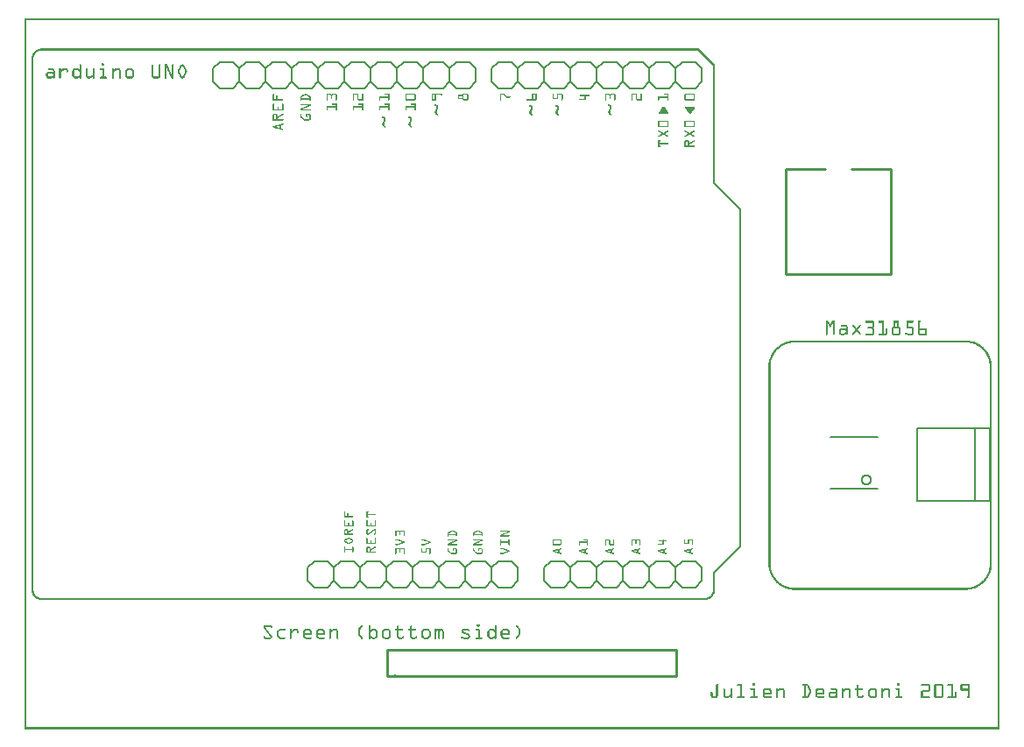
<source format=gto>
G04 MADE WITH FRITZING*
G04 WWW.FRITZING.ORG*
G04 DOUBLE SIDED*
G04 HOLES PLATED*
G04 CONTOUR ON CENTER OF CONTOUR VECTOR*
%ASAXBY*%
%FSLAX23Y23*%
%MOIN*%
%OFA0B0*%
%SFA1.0B1.0*%
%ADD10C,0.044000X0.028*%
%ADD11C,0.008000*%
%ADD12C,0.010000*%
%ADD13C,0.006000*%
%ADD14R,0.001000X0.001000*%
%LNSILK1*%
G90*
G70*
G54D10*
X3205Y951D03*
G54D11*
X3067Y1114D02*
X3246Y1114D01*
D02*
X3246Y916D02*
X3067Y916D01*
D02*
X3398Y871D02*
X3618Y871D01*
D02*
X3618Y871D02*
X3673Y871D01*
D02*
X3673Y871D02*
X3673Y1147D01*
D02*
X3673Y1147D02*
X3618Y1147D01*
D02*
X3618Y1147D02*
X3398Y1147D01*
D02*
X3398Y1147D02*
X3398Y871D01*
D02*
X3618Y871D02*
X3618Y1147D01*
G54D12*
D02*
X1380Y204D02*
X2480Y204D01*
D02*
X2480Y204D02*
X2480Y304D01*
D02*
X2480Y304D02*
X1380Y304D01*
D02*
X1380Y304D02*
X1380Y204D01*
G54D13*
D02*
X2303Y642D02*
X2353Y642D01*
D02*
X2353Y642D02*
X2378Y617D01*
D02*
X2378Y617D02*
X2378Y567D01*
D02*
X2378Y567D02*
X2353Y542D01*
D02*
X2378Y617D02*
X2403Y642D01*
D02*
X2403Y642D02*
X2453Y642D01*
D02*
X2453Y642D02*
X2478Y617D01*
D02*
X2478Y617D02*
X2478Y567D01*
D02*
X2478Y567D02*
X2453Y542D01*
D02*
X2453Y542D02*
X2403Y542D01*
D02*
X2403Y542D02*
X2378Y567D01*
D02*
X2178Y617D02*
X2203Y642D01*
D02*
X2203Y642D02*
X2253Y642D01*
D02*
X2253Y642D02*
X2278Y617D01*
D02*
X2278Y617D02*
X2278Y567D01*
D02*
X2278Y567D02*
X2253Y542D01*
D02*
X2253Y542D02*
X2203Y542D01*
D02*
X2203Y542D02*
X2178Y567D01*
D02*
X2303Y642D02*
X2278Y617D01*
D02*
X2278Y567D02*
X2303Y542D01*
D02*
X2353Y542D02*
X2303Y542D01*
D02*
X2003Y642D02*
X2053Y642D01*
D02*
X2053Y642D02*
X2078Y617D01*
D02*
X2078Y617D02*
X2078Y567D01*
D02*
X2078Y567D02*
X2053Y542D01*
D02*
X2078Y617D02*
X2103Y642D01*
D02*
X2103Y642D02*
X2153Y642D01*
D02*
X2153Y642D02*
X2178Y617D01*
D02*
X2178Y617D02*
X2178Y567D01*
D02*
X2178Y567D02*
X2153Y542D01*
D02*
X2153Y542D02*
X2103Y542D01*
D02*
X2103Y542D02*
X2078Y567D01*
D02*
X1978Y617D02*
X1978Y567D01*
D02*
X2003Y642D02*
X1978Y617D01*
D02*
X1978Y567D02*
X2003Y542D01*
D02*
X2053Y542D02*
X2003Y542D01*
D02*
X2503Y642D02*
X2553Y642D01*
D02*
X2553Y642D02*
X2578Y617D01*
D02*
X2578Y617D02*
X2578Y567D01*
D02*
X2578Y567D02*
X2553Y542D01*
D02*
X2503Y642D02*
X2478Y617D01*
D02*
X2478Y567D02*
X2503Y542D01*
D02*
X2553Y542D02*
X2503Y542D01*
D02*
X893Y2442D02*
X843Y2442D01*
D02*
X1093Y2442D02*
X1043Y2442D01*
D02*
X993Y2442D02*
X943Y2442D01*
D02*
X1193Y2442D02*
X1143Y2442D01*
D02*
X1393Y2442D02*
X1343Y2442D01*
D02*
X1293Y2442D02*
X1243Y2442D01*
D02*
X1493Y2442D02*
X1443Y2442D01*
D02*
X1693Y2442D02*
X1643Y2442D01*
D02*
X1593Y2442D02*
X1543Y2442D01*
D02*
X793Y2442D02*
X743Y2442D01*
D02*
X918Y2467D02*
X893Y2442D01*
D02*
X843Y2442D02*
X818Y2467D01*
D02*
X818Y2467D02*
X818Y2517D01*
D02*
X818Y2517D02*
X843Y2542D01*
D02*
X843Y2542D02*
X893Y2542D01*
D02*
X893Y2542D02*
X918Y2517D01*
D02*
X1043Y2442D02*
X1018Y2467D01*
D02*
X1018Y2467D02*
X1018Y2517D01*
D02*
X1018Y2517D02*
X1043Y2542D01*
D02*
X1018Y2467D02*
X993Y2442D01*
D02*
X943Y2442D02*
X918Y2467D01*
D02*
X918Y2467D02*
X918Y2517D01*
D02*
X918Y2517D02*
X943Y2542D01*
D02*
X943Y2542D02*
X993Y2542D01*
D02*
X993Y2542D02*
X1018Y2517D01*
D02*
X1218Y2467D02*
X1193Y2442D01*
D02*
X1143Y2442D02*
X1118Y2467D01*
D02*
X1118Y2467D02*
X1118Y2517D01*
D02*
X1118Y2517D02*
X1143Y2542D01*
D02*
X1143Y2542D02*
X1193Y2542D01*
D02*
X1193Y2542D02*
X1218Y2517D01*
D02*
X1093Y2442D02*
X1118Y2467D01*
D02*
X1118Y2517D02*
X1093Y2542D01*
D02*
X1043Y2542D02*
X1093Y2542D01*
D02*
X1343Y2442D02*
X1318Y2467D01*
D02*
X1318Y2467D02*
X1318Y2517D01*
D02*
X1318Y2517D02*
X1343Y2542D01*
D02*
X1318Y2467D02*
X1293Y2442D01*
D02*
X1243Y2442D02*
X1218Y2467D01*
D02*
X1218Y2467D02*
X1218Y2517D01*
D02*
X1218Y2517D02*
X1243Y2542D01*
D02*
X1243Y2542D02*
X1293Y2542D01*
D02*
X1293Y2542D02*
X1318Y2517D01*
D02*
X1518Y2467D02*
X1493Y2442D01*
D02*
X1443Y2442D02*
X1418Y2467D01*
D02*
X1418Y2467D02*
X1418Y2517D01*
D02*
X1418Y2517D02*
X1443Y2542D01*
D02*
X1443Y2542D02*
X1493Y2542D01*
D02*
X1493Y2542D02*
X1518Y2517D01*
D02*
X1393Y2442D02*
X1418Y2467D01*
D02*
X1418Y2517D02*
X1393Y2542D01*
D02*
X1343Y2542D02*
X1393Y2542D01*
D02*
X1643Y2442D02*
X1618Y2467D01*
D02*
X1618Y2467D02*
X1618Y2517D01*
D02*
X1618Y2517D02*
X1643Y2542D01*
D02*
X1618Y2467D02*
X1593Y2442D01*
D02*
X1543Y2442D02*
X1518Y2467D01*
D02*
X1518Y2467D02*
X1518Y2517D01*
D02*
X1518Y2517D02*
X1543Y2542D01*
D02*
X1543Y2542D02*
X1593Y2542D01*
D02*
X1593Y2542D02*
X1618Y2517D01*
D02*
X1718Y2467D02*
X1718Y2517D01*
D02*
X1693Y2442D02*
X1718Y2467D01*
D02*
X1718Y2517D02*
X1693Y2542D01*
D02*
X1643Y2542D02*
X1693Y2542D01*
D02*
X743Y2442D02*
X718Y2467D01*
D02*
X718Y2467D02*
X718Y2517D01*
D02*
X718Y2517D02*
X743Y2542D01*
D02*
X793Y2442D02*
X818Y2467D01*
D02*
X818Y2517D02*
X793Y2542D01*
D02*
X743Y2542D02*
X793Y2542D01*
D02*
X1953Y2442D02*
X1903Y2442D01*
D02*
X1903Y2442D02*
X1878Y2467D01*
D02*
X1878Y2467D02*
X1878Y2517D01*
D02*
X1878Y2517D02*
X1903Y2542D01*
D02*
X2078Y2467D02*
X2053Y2442D01*
D02*
X2053Y2442D02*
X2003Y2442D01*
D02*
X2003Y2442D02*
X1978Y2467D01*
D02*
X1978Y2467D02*
X1978Y2517D01*
D02*
X1978Y2517D02*
X2003Y2542D01*
D02*
X2003Y2542D02*
X2053Y2542D01*
D02*
X2053Y2542D02*
X2078Y2517D01*
D02*
X1953Y2442D02*
X1978Y2467D01*
D02*
X1978Y2517D02*
X1953Y2542D01*
D02*
X1903Y2542D02*
X1953Y2542D01*
D02*
X2253Y2442D02*
X2203Y2442D01*
D02*
X2203Y2442D02*
X2178Y2467D01*
D02*
X2178Y2467D02*
X2178Y2517D01*
D02*
X2178Y2517D02*
X2203Y2542D01*
D02*
X2178Y2467D02*
X2153Y2442D01*
D02*
X2153Y2442D02*
X2103Y2442D01*
D02*
X2103Y2442D02*
X2078Y2467D01*
D02*
X2078Y2467D02*
X2078Y2517D01*
D02*
X2078Y2517D02*
X2103Y2542D01*
D02*
X2103Y2542D02*
X2153Y2542D01*
D02*
X2153Y2542D02*
X2178Y2517D01*
D02*
X2378Y2467D02*
X2353Y2442D01*
D02*
X2353Y2442D02*
X2303Y2442D01*
D02*
X2303Y2442D02*
X2278Y2467D01*
D02*
X2278Y2467D02*
X2278Y2517D01*
D02*
X2278Y2517D02*
X2303Y2542D01*
D02*
X2303Y2542D02*
X2353Y2542D01*
D02*
X2353Y2542D02*
X2378Y2517D01*
D02*
X2253Y2442D02*
X2278Y2467D01*
D02*
X2278Y2517D02*
X2253Y2542D01*
D02*
X2203Y2542D02*
X2253Y2542D01*
D02*
X2553Y2442D02*
X2503Y2442D01*
D02*
X2503Y2442D02*
X2478Y2467D01*
D02*
X2478Y2467D02*
X2478Y2517D01*
D02*
X2478Y2517D02*
X2503Y2542D01*
D02*
X2478Y2467D02*
X2453Y2442D01*
D02*
X2453Y2442D02*
X2403Y2442D01*
D02*
X2403Y2442D02*
X2378Y2467D01*
D02*
X2378Y2467D02*
X2378Y2517D01*
D02*
X2378Y2517D02*
X2403Y2542D01*
D02*
X2403Y2542D02*
X2453Y2542D01*
D02*
X2453Y2542D02*
X2478Y2517D01*
D02*
X2578Y2467D02*
X2578Y2517D01*
D02*
X2553Y2442D02*
X2578Y2467D01*
D02*
X2578Y2517D02*
X2553Y2542D01*
D02*
X2503Y2542D02*
X2553Y2542D01*
D02*
X1853Y2442D02*
X1803Y2442D01*
D02*
X1803Y2442D02*
X1778Y2467D01*
D02*
X1778Y2467D02*
X1778Y2517D01*
D02*
X1778Y2517D02*
X1803Y2542D01*
D02*
X1853Y2442D02*
X1878Y2467D01*
D02*
X1878Y2517D02*
X1853Y2542D01*
D02*
X1803Y2542D02*
X1853Y2542D01*
D02*
X1703Y642D02*
X1753Y642D01*
D02*
X1753Y642D02*
X1778Y617D01*
D02*
X1778Y617D02*
X1778Y567D01*
D02*
X1778Y567D02*
X1753Y542D01*
D02*
X1578Y617D02*
X1603Y642D01*
D02*
X1603Y642D02*
X1653Y642D01*
D02*
X1653Y642D02*
X1678Y617D01*
D02*
X1678Y617D02*
X1678Y567D01*
D02*
X1678Y567D02*
X1653Y542D01*
D02*
X1653Y542D02*
X1603Y542D01*
D02*
X1603Y542D02*
X1578Y567D01*
D02*
X1703Y642D02*
X1678Y617D01*
D02*
X1678Y567D02*
X1703Y542D01*
D02*
X1753Y542D02*
X1703Y542D01*
D02*
X1403Y642D02*
X1453Y642D01*
D02*
X1453Y642D02*
X1478Y617D01*
D02*
X1478Y617D02*
X1478Y567D01*
D02*
X1478Y567D02*
X1453Y542D01*
D02*
X1478Y617D02*
X1503Y642D01*
D02*
X1503Y642D02*
X1553Y642D01*
D02*
X1553Y642D02*
X1578Y617D01*
D02*
X1578Y617D02*
X1578Y567D01*
D02*
X1578Y567D02*
X1553Y542D01*
D02*
X1553Y542D02*
X1503Y542D01*
D02*
X1503Y542D02*
X1478Y567D01*
D02*
X1278Y617D02*
X1303Y642D01*
D02*
X1303Y642D02*
X1353Y642D01*
D02*
X1353Y642D02*
X1378Y617D01*
D02*
X1378Y617D02*
X1378Y567D01*
D02*
X1378Y567D02*
X1353Y542D01*
D02*
X1353Y542D02*
X1303Y542D01*
D02*
X1303Y542D02*
X1278Y567D01*
D02*
X1403Y642D02*
X1378Y617D01*
D02*
X1378Y567D02*
X1403Y542D01*
D02*
X1453Y542D02*
X1403Y542D01*
D02*
X1103Y642D02*
X1153Y642D01*
D02*
X1153Y642D02*
X1178Y617D01*
D02*
X1178Y617D02*
X1178Y567D01*
D02*
X1178Y567D02*
X1153Y542D01*
D02*
X1178Y617D02*
X1203Y642D01*
D02*
X1203Y642D02*
X1253Y642D01*
D02*
X1253Y642D02*
X1278Y617D01*
D02*
X1278Y617D02*
X1278Y567D01*
D02*
X1278Y567D02*
X1253Y542D01*
D02*
X1253Y542D02*
X1203Y542D01*
D02*
X1203Y542D02*
X1178Y567D01*
D02*
X1078Y617D02*
X1078Y567D01*
D02*
X1103Y642D02*
X1078Y617D01*
D02*
X1078Y567D02*
X1103Y542D01*
D02*
X1153Y542D02*
X1103Y542D01*
D02*
X1803Y642D02*
X1853Y642D01*
D02*
X1853Y642D02*
X1878Y617D01*
D02*
X1878Y617D02*
X1878Y567D01*
D02*
X1878Y567D02*
X1853Y542D01*
D02*
X1803Y642D02*
X1778Y617D01*
D02*
X1778Y567D02*
X1803Y542D01*
D02*
X1853Y542D02*
X1803Y542D01*
G54D12*
D02*
X2897Y2133D02*
X2897Y1733D01*
D02*
X2897Y1733D02*
X3297Y1733D01*
D02*
X3297Y1733D02*
X3297Y2133D01*
D02*
X2897Y2133D02*
X3047Y2133D01*
D02*
X3147Y2133D02*
X3297Y2133D01*
G54D14*
X0Y2708D02*
X3710Y2708D01*
X0Y2707D02*
X3710Y2707D01*
X0Y2706D02*
X3710Y2706D01*
X0Y2705D02*
X3710Y2705D01*
X0Y2704D02*
X3710Y2704D01*
X0Y2703D02*
X3710Y2703D01*
X0Y2702D02*
X3710Y2702D01*
X0Y2701D02*
X3710Y2701D01*
X0Y2700D02*
X7Y2700D01*
X3703Y2700D02*
X3710Y2700D01*
X0Y2699D02*
X7Y2699D01*
X3703Y2699D02*
X3710Y2699D01*
X0Y2698D02*
X7Y2698D01*
X3703Y2698D02*
X3710Y2698D01*
X0Y2697D02*
X7Y2697D01*
X3703Y2697D02*
X3710Y2697D01*
X0Y2696D02*
X7Y2696D01*
X3703Y2696D02*
X3710Y2696D01*
X0Y2695D02*
X7Y2695D01*
X3703Y2695D02*
X3710Y2695D01*
X0Y2694D02*
X7Y2694D01*
X3703Y2694D02*
X3710Y2694D01*
X0Y2693D02*
X7Y2693D01*
X3703Y2693D02*
X3710Y2693D01*
X0Y2692D02*
X7Y2692D01*
X3703Y2692D02*
X3710Y2692D01*
X0Y2691D02*
X7Y2691D01*
X3703Y2691D02*
X3710Y2691D01*
X0Y2690D02*
X7Y2690D01*
X3703Y2690D02*
X3710Y2690D01*
X0Y2689D02*
X7Y2689D01*
X3703Y2689D02*
X3710Y2689D01*
X0Y2688D02*
X7Y2688D01*
X3703Y2688D02*
X3710Y2688D01*
X0Y2687D02*
X7Y2687D01*
X3703Y2687D02*
X3710Y2687D01*
X0Y2686D02*
X7Y2686D01*
X3703Y2686D02*
X3710Y2686D01*
X0Y2685D02*
X7Y2685D01*
X3703Y2685D02*
X3710Y2685D01*
X0Y2684D02*
X7Y2684D01*
X3703Y2684D02*
X3710Y2684D01*
X0Y2683D02*
X7Y2683D01*
X3703Y2683D02*
X3710Y2683D01*
X0Y2682D02*
X7Y2682D01*
X3703Y2682D02*
X3710Y2682D01*
X0Y2681D02*
X7Y2681D01*
X3703Y2681D02*
X3710Y2681D01*
X0Y2680D02*
X7Y2680D01*
X3703Y2680D02*
X3710Y2680D01*
X0Y2679D02*
X7Y2679D01*
X3703Y2679D02*
X3710Y2679D01*
X0Y2678D02*
X7Y2678D01*
X3703Y2678D02*
X3710Y2678D01*
X0Y2677D02*
X7Y2677D01*
X3703Y2677D02*
X3710Y2677D01*
X0Y2676D02*
X7Y2676D01*
X3703Y2676D02*
X3710Y2676D01*
X0Y2675D02*
X7Y2675D01*
X3703Y2675D02*
X3710Y2675D01*
X0Y2674D02*
X7Y2674D01*
X3703Y2674D02*
X3710Y2674D01*
X0Y2673D02*
X7Y2673D01*
X3703Y2673D02*
X3710Y2673D01*
X0Y2672D02*
X7Y2672D01*
X3703Y2672D02*
X3710Y2672D01*
X0Y2671D02*
X7Y2671D01*
X3703Y2671D02*
X3710Y2671D01*
X0Y2670D02*
X7Y2670D01*
X3703Y2670D02*
X3710Y2670D01*
X0Y2669D02*
X7Y2669D01*
X3703Y2669D02*
X3710Y2669D01*
X0Y2668D02*
X7Y2668D01*
X3703Y2668D02*
X3710Y2668D01*
X0Y2667D02*
X7Y2667D01*
X3703Y2667D02*
X3710Y2667D01*
X0Y2666D02*
X7Y2666D01*
X3703Y2666D02*
X3710Y2666D01*
X0Y2665D02*
X7Y2665D01*
X3703Y2665D02*
X3710Y2665D01*
X0Y2664D02*
X7Y2664D01*
X3703Y2664D02*
X3710Y2664D01*
X0Y2663D02*
X7Y2663D01*
X3703Y2663D02*
X3710Y2663D01*
X0Y2662D02*
X7Y2662D01*
X3703Y2662D02*
X3710Y2662D01*
X0Y2661D02*
X7Y2661D01*
X3703Y2661D02*
X3710Y2661D01*
X0Y2660D02*
X7Y2660D01*
X3703Y2660D02*
X3710Y2660D01*
X0Y2659D02*
X7Y2659D01*
X3703Y2659D02*
X3710Y2659D01*
X0Y2658D02*
X7Y2658D01*
X3703Y2658D02*
X3710Y2658D01*
X0Y2657D02*
X7Y2657D01*
X3703Y2657D02*
X3710Y2657D01*
X0Y2656D02*
X7Y2656D01*
X3703Y2656D02*
X3710Y2656D01*
X0Y2655D02*
X7Y2655D01*
X3703Y2655D02*
X3710Y2655D01*
X0Y2654D02*
X7Y2654D01*
X3703Y2654D02*
X3710Y2654D01*
X0Y2653D02*
X7Y2653D01*
X3703Y2653D02*
X3710Y2653D01*
X0Y2652D02*
X7Y2652D01*
X3703Y2652D02*
X3710Y2652D01*
X0Y2651D02*
X7Y2651D01*
X3703Y2651D02*
X3710Y2651D01*
X0Y2650D02*
X7Y2650D01*
X3703Y2650D02*
X3710Y2650D01*
X0Y2649D02*
X7Y2649D01*
X3703Y2649D02*
X3710Y2649D01*
X0Y2648D02*
X7Y2648D01*
X3703Y2648D02*
X3710Y2648D01*
X0Y2647D02*
X7Y2647D01*
X3703Y2647D02*
X3710Y2647D01*
X0Y2646D02*
X7Y2646D01*
X3703Y2646D02*
X3710Y2646D01*
X0Y2645D02*
X7Y2645D01*
X3703Y2645D02*
X3710Y2645D01*
X0Y2644D02*
X7Y2644D01*
X3703Y2644D02*
X3710Y2644D01*
X0Y2643D02*
X7Y2643D01*
X3703Y2643D02*
X3710Y2643D01*
X0Y2642D02*
X7Y2642D01*
X3703Y2642D02*
X3710Y2642D01*
X0Y2641D02*
X7Y2641D01*
X3703Y2641D02*
X3710Y2641D01*
X0Y2640D02*
X7Y2640D01*
X3703Y2640D02*
X3710Y2640D01*
X0Y2639D02*
X7Y2639D01*
X3703Y2639D02*
X3710Y2639D01*
X0Y2638D02*
X7Y2638D01*
X3703Y2638D02*
X3710Y2638D01*
X0Y2637D02*
X7Y2637D01*
X3703Y2637D02*
X3710Y2637D01*
X0Y2636D02*
X7Y2636D01*
X3703Y2636D02*
X3710Y2636D01*
X0Y2635D02*
X7Y2635D01*
X3703Y2635D02*
X3710Y2635D01*
X0Y2634D02*
X7Y2634D01*
X3703Y2634D02*
X3710Y2634D01*
X0Y2633D02*
X7Y2633D01*
X3703Y2633D02*
X3710Y2633D01*
X0Y2632D02*
X7Y2632D01*
X3703Y2632D02*
X3710Y2632D01*
X0Y2631D02*
X7Y2631D01*
X3703Y2631D02*
X3710Y2631D01*
X0Y2630D02*
X7Y2630D01*
X3703Y2630D02*
X3710Y2630D01*
X0Y2629D02*
X7Y2629D01*
X3703Y2629D02*
X3710Y2629D01*
X0Y2628D02*
X7Y2628D01*
X3703Y2628D02*
X3710Y2628D01*
X0Y2627D02*
X7Y2627D01*
X3703Y2627D02*
X3710Y2627D01*
X0Y2626D02*
X7Y2626D01*
X3703Y2626D02*
X3710Y2626D01*
X0Y2625D02*
X7Y2625D01*
X3703Y2625D02*
X3710Y2625D01*
X0Y2624D02*
X7Y2624D01*
X3703Y2624D02*
X3710Y2624D01*
X0Y2623D02*
X7Y2623D01*
X3703Y2623D02*
X3710Y2623D01*
X0Y2622D02*
X7Y2622D01*
X3703Y2622D02*
X3710Y2622D01*
X0Y2621D02*
X7Y2621D01*
X3703Y2621D02*
X3710Y2621D01*
X0Y2620D02*
X7Y2620D01*
X3703Y2620D02*
X3710Y2620D01*
X0Y2619D02*
X7Y2619D01*
X3703Y2619D02*
X3710Y2619D01*
X0Y2618D02*
X7Y2618D01*
X3703Y2618D02*
X3710Y2618D01*
X0Y2617D02*
X7Y2617D01*
X3703Y2617D02*
X3710Y2617D01*
X0Y2616D02*
X7Y2616D01*
X3703Y2616D02*
X3710Y2616D01*
X0Y2615D02*
X7Y2615D01*
X3703Y2615D02*
X3710Y2615D01*
X0Y2614D02*
X7Y2614D01*
X3703Y2614D02*
X3710Y2614D01*
X0Y2613D02*
X7Y2613D01*
X3703Y2613D02*
X3710Y2613D01*
X0Y2612D02*
X7Y2612D01*
X3703Y2612D02*
X3710Y2612D01*
X0Y2611D02*
X7Y2611D01*
X3703Y2611D02*
X3710Y2611D01*
X0Y2610D02*
X7Y2610D01*
X3703Y2610D02*
X3710Y2610D01*
X0Y2609D02*
X7Y2609D01*
X3703Y2609D02*
X3710Y2609D01*
X0Y2608D02*
X7Y2608D01*
X3703Y2608D02*
X3710Y2608D01*
X0Y2607D02*
X7Y2607D01*
X3703Y2607D02*
X3710Y2607D01*
X0Y2606D02*
X7Y2606D01*
X3703Y2606D02*
X3710Y2606D01*
X0Y2605D02*
X7Y2605D01*
X3703Y2605D02*
X3710Y2605D01*
X0Y2604D02*
X7Y2604D01*
X3703Y2604D02*
X3710Y2604D01*
X0Y2603D02*
X7Y2603D01*
X3703Y2603D02*
X3710Y2603D01*
X0Y2602D02*
X7Y2602D01*
X3703Y2602D02*
X3710Y2602D01*
X0Y2601D02*
X7Y2601D01*
X3703Y2601D02*
X3710Y2601D01*
X0Y2600D02*
X7Y2600D01*
X3703Y2600D02*
X3710Y2600D01*
X0Y2599D02*
X7Y2599D01*
X3703Y2599D02*
X3710Y2599D01*
X0Y2598D02*
X7Y2598D01*
X3703Y2598D02*
X3710Y2598D01*
X0Y2597D02*
X7Y2597D01*
X3703Y2597D02*
X3710Y2597D01*
X0Y2596D02*
X7Y2596D01*
X3703Y2596D02*
X3710Y2596D01*
X0Y2595D02*
X7Y2595D01*
X3703Y2595D02*
X3710Y2595D01*
X0Y2594D02*
X7Y2594D01*
X3703Y2594D02*
X3710Y2594D01*
X0Y2593D02*
X7Y2593D01*
X3703Y2593D02*
X3710Y2593D01*
X0Y2592D02*
X7Y2592D01*
X59Y2592D02*
X2565Y2592D01*
X3703Y2592D02*
X3710Y2592D01*
X0Y2591D02*
X7Y2591D01*
X55Y2591D02*
X2566Y2591D01*
X3703Y2591D02*
X3710Y2591D01*
X0Y2590D02*
X7Y2590D01*
X52Y2590D02*
X2567Y2590D01*
X3703Y2590D02*
X3710Y2590D01*
X0Y2589D02*
X7Y2589D01*
X50Y2589D02*
X2568Y2589D01*
X3703Y2589D02*
X3710Y2589D01*
X0Y2588D02*
X7Y2588D01*
X48Y2588D02*
X2569Y2588D01*
X3703Y2588D02*
X3710Y2588D01*
X0Y2587D02*
X7Y2587D01*
X46Y2587D02*
X2570Y2587D01*
X3703Y2587D02*
X3710Y2587D01*
X0Y2586D02*
X7Y2586D01*
X44Y2586D02*
X2571Y2586D01*
X3703Y2586D02*
X3710Y2586D01*
X0Y2585D02*
X7Y2585D01*
X43Y2585D02*
X2572Y2585D01*
X3703Y2585D02*
X3710Y2585D01*
X0Y2584D02*
X7Y2584D01*
X42Y2584D02*
X59Y2584D01*
X2563Y2584D02*
X2573Y2584D01*
X3703Y2584D02*
X3710Y2584D01*
X0Y2583D02*
X7Y2583D01*
X40Y2583D02*
X55Y2583D01*
X2564Y2583D02*
X2574Y2583D01*
X3703Y2583D02*
X3710Y2583D01*
X0Y2582D02*
X7Y2582D01*
X39Y2582D02*
X52Y2582D01*
X2565Y2582D02*
X2575Y2582D01*
X3703Y2582D02*
X3710Y2582D01*
X0Y2581D02*
X7Y2581D01*
X38Y2581D02*
X50Y2581D01*
X2566Y2581D02*
X2576Y2581D01*
X3703Y2581D02*
X3710Y2581D01*
X0Y2580D02*
X7Y2580D01*
X37Y2580D02*
X49Y2580D01*
X2567Y2580D02*
X2577Y2580D01*
X3703Y2580D02*
X3710Y2580D01*
X0Y2579D02*
X7Y2579D01*
X36Y2579D02*
X47Y2579D01*
X2568Y2579D02*
X2578Y2579D01*
X3703Y2579D02*
X3710Y2579D01*
X0Y2578D02*
X7Y2578D01*
X35Y2578D02*
X46Y2578D01*
X2569Y2578D02*
X2579Y2578D01*
X3703Y2578D02*
X3710Y2578D01*
X0Y2577D02*
X7Y2577D01*
X35Y2577D02*
X45Y2577D01*
X2570Y2577D02*
X2580Y2577D01*
X3703Y2577D02*
X3710Y2577D01*
X0Y2576D02*
X7Y2576D01*
X34Y2576D02*
X43Y2576D01*
X2571Y2576D02*
X2581Y2576D01*
X3703Y2576D02*
X3710Y2576D01*
X0Y2575D02*
X7Y2575D01*
X33Y2575D02*
X42Y2575D01*
X2572Y2575D02*
X2582Y2575D01*
X3703Y2575D02*
X3710Y2575D01*
X0Y2574D02*
X7Y2574D01*
X33Y2574D02*
X42Y2574D01*
X2573Y2574D02*
X2583Y2574D01*
X3703Y2574D02*
X3710Y2574D01*
X0Y2573D02*
X7Y2573D01*
X32Y2573D02*
X41Y2573D01*
X2574Y2573D02*
X2584Y2573D01*
X3703Y2573D02*
X3710Y2573D01*
X0Y2572D02*
X7Y2572D01*
X32Y2572D02*
X40Y2572D01*
X2575Y2572D02*
X2585Y2572D01*
X3703Y2572D02*
X3710Y2572D01*
X0Y2571D02*
X7Y2571D01*
X31Y2571D02*
X39Y2571D01*
X2576Y2571D02*
X2586Y2571D01*
X3703Y2571D02*
X3710Y2571D01*
X0Y2570D02*
X7Y2570D01*
X31Y2570D02*
X39Y2570D01*
X2577Y2570D02*
X2587Y2570D01*
X3703Y2570D02*
X3710Y2570D01*
X0Y2569D02*
X7Y2569D01*
X30Y2569D02*
X38Y2569D01*
X2578Y2569D02*
X2588Y2569D01*
X3703Y2569D02*
X3710Y2569D01*
X0Y2568D02*
X7Y2568D01*
X30Y2568D02*
X37Y2568D01*
X2579Y2568D02*
X2589Y2568D01*
X3703Y2568D02*
X3710Y2568D01*
X0Y2567D02*
X7Y2567D01*
X29Y2567D02*
X37Y2567D01*
X2580Y2567D02*
X2590Y2567D01*
X3703Y2567D02*
X3710Y2567D01*
X0Y2566D02*
X7Y2566D01*
X29Y2566D02*
X36Y2566D01*
X2581Y2566D02*
X2591Y2566D01*
X3703Y2566D02*
X3710Y2566D01*
X0Y2565D02*
X7Y2565D01*
X29Y2565D02*
X36Y2565D01*
X2582Y2565D02*
X2592Y2565D01*
X3703Y2565D02*
X3710Y2565D01*
X0Y2564D02*
X7Y2564D01*
X28Y2564D02*
X36Y2564D01*
X2583Y2564D02*
X2593Y2564D01*
X3703Y2564D02*
X3710Y2564D01*
X0Y2563D02*
X7Y2563D01*
X28Y2563D02*
X35Y2563D01*
X2584Y2563D02*
X2594Y2563D01*
X3703Y2563D02*
X3710Y2563D01*
X0Y2562D02*
X7Y2562D01*
X28Y2562D02*
X35Y2562D01*
X2585Y2562D02*
X2595Y2562D01*
X3703Y2562D02*
X3710Y2562D01*
X0Y2561D02*
X7Y2561D01*
X28Y2561D02*
X35Y2561D01*
X2586Y2561D02*
X2596Y2561D01*
X3703Y2561D02*
X3710Y2561D01*
X0Y2560D02*
X7Y2560D01*
X27Y2560D02*
X34Y2560D01*
X2587Y2560D02*
X2597Y2560D01*
X3703Y2560D02*
X3710Y2560D01*
X0Y2559D02*
X7Y2559D01*
X27Y2559D02*
X34Y2559D01*
X2588Y2559D02*
X2598Y2559D01*
X3703Y2559D02*
X3710Y2559D01*
X0Y2558D02*
X7Y2558D01*
X27Y2558D02*
X34Y2558D01*
X2589Y2558D02*
X2599Y2558D01*
X3703Y2558D02*
X3710Y2558D01*
X0Y2557D02*
X7Y2557D01*
X27Y2557D02*
X34Y2557D01*
X2590Y2557D02*
X2600Y2557D01*
X3703Y2557D02*
X3710Y2557D01*
X0Y2556D02*
X7Y2556D01*
X27Y2556D02*
X34Y2556D01*
X2591Y2556D02*
X2601Y2556D01*
X3703Y2556D02*
X3710Y2556D01*
X0Y2555D02*
X7Y2555D01*
X27Y2555D02*
X34Y2555D01*
X2592Y2555D02*
X2602Y2555D01*
X3703Y2555D02*
X3710Y2555D01*
X0Y2554D02*
X7Y2554D01*
X27Y2554D02*
X34Y2554D01*
X2593Y2554D02*
X2603Y2554D01*
X3703Y2554D02*
X3710Y2554D01*
X0Y2553D02*
X7Y2553D01*
X27Y2553D02*
X34Y2553D01*
X2594Y2553D02*
X2604Y2553D01*
X3703Y2553D02*
X3710Y2553D01*
X0Y2552D02*
X7Y2552D01*
X27Y2552D02*
X34Y2552D01*
X2595Y2552D02*
X2605Y2552D01*
X3703Y2552D02*
X3710Y2552D01*
X0Y2551D02*
X7Y2551D01*
X27Y2551D02*
X34Y2551D01*
X2596Y2551D02*
X2606Y2551D01*
X3703Y2551D02*
X3710Y2551D01*
X0Y2550D02*
X7Y2550D01*
X27Y2550D02*
X34Y2550D01*
X2597Y2550D02*
X2607Y2550D01*
X3703Y2550D02*
X3710Y2550D01*
X0Y2549D02*
X7Y2549D01*
X27Y2549D02*
X34Y2549D01*
X2598Y2549D02*
X2608Y2549D01*
X3703Y2549D02*
X3710Y2549D01*
X0Y2548D02*
X7Y2548D01*
X27Y2548D02*
X34Y2548D01*
X2599Y2548D02*
X2609Y2548D01*
X3703Y2548D02*
X3710Y2548D01*
X0Y2547D02*
X7Y2547D01*
X27Y2547D02*
X34Y2547D01*
X2600Y2547D02*
X2610Y2547D01*
X3703Y2547D02*
X3710Y2547D01*
X0Y2546D02*
X7Y2546D01*
X27Y2546D02*
X34Y2546D01*
X2601Y2546D02*
X2611Y2546D01*
X3703Y2546D02*
X3710Y2546D01*
X0Y2545D02*
X7Y2545D01*
X27Y2545D02*
X34Y2545D01*
X2602Y2545D02*
X2612Y2545D01*
X3703Y2545D02*
X3710Y2545D01*
X0Y2544D02*
X7Y2544D01*
X27Y2544D02*
X34Y2544D01*
X2603Y2544D02*
X2613Y2544D01*
X3703Y2544D02*
X3710Y2544D01*
X0Y2543D02*
X7Y2543D01*
X27Y2543D02*
X34Y2543D01*
X2604Y2543D02*
X2614Y2543D01*
X3703Y2543D02*
X3710Y2543D01*
X0Y2542D02*
X7Y2542D01*
X27Y2542D02*
X34Y2542D01*
X2605Y2542D02*
X2615Y2542D01*
X3703Y2542D02*
X3710Y2542D01*
X0Y2541D02*
X7Y2541D01*
X27Y2541D02*
X34Y2541D01*
X2606Y2541D02*
X2616Y2541D01*
X3703Y2541D02*
X3710Y2541D01*
X0Y2540D02*
X7Y2540D01*
X27Y2540D02*
X34Y2540D01*
X2607Y2540D02*
X2617Y2540D01*
X3703Y2540D02*
X3710Y2540D01*
X0Y2539D02*
X7Y2539D01*
X27Y2539D02*
X34Y2539D01*
X2608Y2539D02*
X2618Y2539D01*
X3703Y2539D02*
X3710Y2539D01*
X0Y2538D02*
X7Y2538D01*
X27Y2538D02*
X34Y2538D01*
X2609Y2538D02*
X2619Y2538D01*
X3703Y2538D02*
X3710Y2538D01*
X0Y2537D02*
X7Y2537D01*
X27Y2537D02*
X34Y2537D01*
X2610Y2537D02*
X2620Y2537D01*
X3703Y2537D02*
X3710Y2537D01*
X0Y2536D02*
X7Y2536D01*
X27Y2536D02*
X34Y2536D01*
X2611Y2536D02*
X2621Y2536D01*
X3703Y2536D02*
X3710Y2536D01*
X0Y2535D02*
X7Y2535D01*
X27Y2535D02*
X34Y2535D01*
X295Y2535D02*
X300Y2535D01*
X2612Y2535D02*
X2622Y2535D01*
X3703Y2535D02*
X3710Y2535D01*
X0Y2534D02*
X7Y2534D01*
X27Y2534D02*
X34Y2534D01*
X294Y2534D02*
X302Y2534D01*
X2613Y2534D02*
X2623Y2534D01*
X3703Y2534D02*
X3710Y2534D01*
X0Y2533D02*
X7Y2533D01*
X27Y2533D02*
X34Y2533D01*
X293Y2533D02*
X302Y2533D01*
X2614Y2533D02*
X2624Y2533D01*
X3703Y2533D02*
X3710Y2533D01*
X0Y2532D02*
X7Y2532D01*
X27Y2532D02*
X34Y2532D01*
X212Y2532D02*
X214Y2532D01*
X293Y2532D02*
X302Y2532D01*
X486Y2532D02*
X487Y2532D01*
X513Y2532D02*
X515Y2532D01*
X534Y2532D02*
X542Y2532D01*
X564Y2532D02*
X565Y2532D01*
X599Y2532D02*
X602Y2532D01*
X2615Y2532D02*
X2625Y2532D01*
X3703Y2532D02*
X3710Y2532D01*
X0Y2531D02*
X7Y2531D01*
X27Y2531D02*
X34Y2531D01*
X211Y2531D02*
X215Y2531D01*
X293Y2531D02*
X303Y2531D01*
X484Y2531D02*
X489Y2531D01*
X512Y2531D02*
X516Y2531D01*
X534Y2531D02*
X543Y2531D01*
X562Y2531D02*
X566Y2531D01*
X597Y2531D02*
X605Y2531D01*
X2616Y2531D02*
X2626Y2531D01*
X3703Y2531D02*
X3710Y2531D01*
X0Y2530D02*
X7Y2530D01*
X27Y2530D02*
X34Y2530D01*
X210Y2530D02*
X216Y2530D01*
X293Y2530D02*
X303Y2530D01*
X484Y2530D02*
X489Y2530D01*
X511Y2530D02*
X517Y2530D01*
X534Y2530D02*
X543Y2530D01*
X562Y2530D02*
X567Y2530D01*
X595Y2530D02*
X606Y2530D01*
X2617Y2530D02*
X2627Y2530D01*
X3703Y2530D02*
X3710Y2530D01*
X0Y2529D02*
X7Y2529D01*
X27Y2529D02*
X34Y2529D01*
X210Y2529D02*
X216Y2529D01*
X293Y2529D02*
X302Y2529D01*
X484Y2529D02*
X490Y2529D01*
X511Y2529D02*
X517Y2529D01*
X534Y2529D02*
X543Y2529D01*
X561Y2529D02*
X567Y2529D01*
X594Y2529D02*
X607Y2529D01*
X2618Y2529D02*
X2627Y2529D01*
X3703Y2529D02*
X3710Y2529D01*
X0Y2528D02*
X7Y2528D01*
X27Y2528D02*
X34Y2528D01*
X210Y2528D02*
X216Y2528D01*
X293Y2528D02*
X302Y2528D01*
X484Y2528D02*
X490Y2528D01*
X511Y2528D02*
X517Y2528D01*
X534Y2528D02*
X544Y2528D01*
X561Y2528D02*
X567Y2528D01*
X594Y2528D02*
X608Y2528D01*
X2619Y2528D02*
X2627Y2528D01*
X3703Y2528D02*
X3710Y2528D01*
X0Y2527D02*
X7Y2527D01*
X27Y2527D02*
X34Y2527D01*
X210Y2527D02*
X216Y2527D01*
X294Y2527D02*
X302Y2527D01*
X484Y2527D02*
X490Y2527D01*
X511Y2527D02*
X517Y2527D01*
X534Y2527D02*
X544Y2527D01*
X561Y2527D02*
X567Y2527D01*
X593Y2527D02*
X609Y2527D01*
X2620Y2527D02*
X2627Y2527D01*
X3703Y2527D02*
X3710Y2527D01*
X0Y2526D02*
X7Y2526D01*
X27Y2526D02*
X34Y2526D01*
X210Y2526D02*
X216Y2526D01*
X295Y2526D02*
X301Y2526D01*
X484Y2526D02*
X490Y2526D01*
X511Y2526D02*
X517Y2526D01*
X534Y2526D02*
X545Y2526D01*
X561Y2526D02*
X567Y2526D01*
X592Y2526D02*
X609Y2526D01*
X2620Y2526D02*
X2627Y2526D01*
X3703Y2526D02*
X3710Y2526D01*
X0Y2525D02*
X7Y2525D01*
X27Y2525D02*
X34Y2525D01*
X210Y2525D02*
X216Y2525D01*
X484Y2525D02*
X490Y2525D01*
X511Y2525D02*
X517Y2525D01*
X534Y2525D02*
X545Y2525D01*
X561Y2525D02*
X567Y2525D01*
X592Y2525D02*
X599Y2525D01*
X602Y2525D02*
X610Y2525D01*
X2620Y2525D02*
X2627Y2525D01*
X3703Y2525D02*
X3710Y2525D01*
X0Y2524D02*
X7Y2524D01*
X27Y2524D02*
X34Y2524D01*
X210Y2524D02*
X216Y2524D01*
X484Y2524D02*
X490Y2524D01*
X511Y2524D02*
X517Y2524D01*
X534Y2524D02*
X546Y2524D01*
X561Y2524D02*
X567Y2524D01*
X591Y2524D02*
X598Y2524D01*
X603Y2524D02*
X610Y2524D01*
X2620Y2524D02*
X2627Y2524D01*
X3703Y2524D02*
X3710Y2524D01*
X0Y2523D02*
X7Y2523D01*
X27Y2523D02*
X34Y2523D01*
X210Y2523D02*
X216Y2523D01*
X484Y2523D02*
X490Y2523D01*
X511Y2523D02*
X517Y2523D01*
X534Y2523D02*
X546Y2523D01*
X561Y2523D02*
X567Y2523D01*
X591Y2523D02*
X598Y2523D01*
X604Y2523D02*
X611Y2523D01*
X2620Y2523D02*
X2627Y2523D01*
X3703Y2523D02*
X3710Y2523D01*
X0Y2522D02*
X7Y2522D01*
X27Y2522D02*
X34Y2522D01*
X210Y2522D02*
X216Y2522D01*
X484Y2522D02*
X490Y2522D01*
X511Y2522D02*
X517Y2522D01*
X534Y2522D02*
X547Y2522D01*
X561Y2522D02*
X567Y2522D01*
X590Y2522D02*
X597Y2522D01*
X604Y2522D02*
X611Y2522D01*
X2620Y2522D02*
X2627Y2522D01*
X3703Y2522D02*
X3710Y2522D01*
X0Y2521D02*
X7Y2521D01*
X27Y2521D02*
X34Y2521D01*
X210Y2521D02*
X216Y2521D01*
X484Y2521D02*
X490Y2521D01*
X511Y2521D02*
X517Y2521D01*
X534Y2521D02*
X547Y2521D01*
X561Y2521D02*
X567Y2521D01*
X590Y2521D02*
X597Y2521D01*
X605Y2521D02*
X612Y2521D01*
X2620Y2521D02*
X2627Y2521D01*
X3703Y2521D02*
X3710Y2521D01*
X0Y2520D02*
X7Y2520D01*
X27Y2520D02*
X34Y2520D01*
X210Y2520D02*
X216Y2520D01*
X484Y2520D02*
X490Y2520D01*
X511Y2520D02*
X517Y2520D01*
X534Y2520D02*
X547Y2520D01*
X561Y2520D02*
X567Y2520D01*
X589Y2520D02*
X596Y2520D01*
X605Y2520D02*
X612Y2520D01*
X2620Y2520D02*
X2627Y2520D01*
X3703Y2520D02*
X3710Y2520D01*
X0Y2519D02*
X7Y2519D01*
X27Y2519D02*
X34Y2519D01*
X210Y2519D02*
X216Y2519D01*
X484Y2519D02*
X490Y2519D01*
X511Y2519D02*
X517Y2519D01*
X534Y2519D02*
X548Y2519D01*
X561Y2519D02*
X567Y2519D01*
X589Y2519D02*
X596Y2519D01*
X606Y2519D02*
X613Y2519D01*
X2620Y2519D02*
X2627Y2519D01*
X3703Y2519D02*
X3710Y2519D01*
X0Y2518D02*
X7Y2518D01*
X27Y2518D02*
X34Y2518D01*
X210Y2518D02*
X216Y2518D01*
X484Y2518D02*
X490Y2518D01*
X511Y2518D02*
X517Y2518D01*
X534Y2518D02*
X540Y2518D01*
X542Y2518D02*
X548Y2518D01*
X561Y2518D02*
X567Y2518D01*
X588Y2518D02*
X595Y2518D01*
X606Y2518D02*
X613Y2518D01*
X2620Y2518D02*
X2627Y2518D01*
X3703Y2518D02*
X3710Y2518D01*
X0Y2517D02*
X7Y2517D01*
X27Y2517D02*
X34Y2517D01*
X90Y2517D02*
X108Y2517D01*
X134Y2517D02*
X136Y2517D01*
X147Y2517D02*
X159Y2517D01*
X192Y2517D02*
X203Y2517D01*
X210Y2517D02*
X216Y2517D01*
X234Y2517D02*
X237Y2517D01*
X262Y2517D02*
X264Y2517D01*
X288Y2517D02*
X301Y2517D01*
X335Y2517D02*
X337Y2517D01*
X349Y2517D02*
X359Y2517D01*
X393Y2517D02*
X407Y2517D01*
X484Y2517D02*
X490Y2517D01*
X511Y2517D02*
X517Y2517D01*
X534Y2517D02*
X540Y2517D01*
X542Y2517D02*
X549Y2517D01*
X561Y2517D02*
X567Y2517D01*
X588Y2517D02*
X595Y2517D01*
X607Y2517D02*
X614Y2517D01*
X2620Y2517D02*
X2627Y2517D01*
X3703Y2517D02*
X3710Y2517D01*
X0Y2516D02*
X7Y2516D01*
X27Y2516D02*
X34Y2516D01*
X89Y2516D02*
X110Y2516D01*
X133Y2516D02*
X137Y2516D01*
X146Y2516D02*
X161Y2516D01*
X190Y2516D02*
X205Y2516D01*
X210Y2516D02*
X216Y2516D01*
X233Y2516D02*
X238Y2516D01*
X261Y2516D02*
X265Y2516D01*
X287Y2516D02*
X302Y2516D01*
X334Y2516D02*
X338Y2516D01*
X347Y2516D02*
X361Y2516D01*
X391Y2516D02*
X409Y2516D01*
X484Y2516D02*
X490Y2516D01*
X511Y2516D02*
X517Y2516D01*
X534Y2516D02*
X540Y2516D01*
X542Y2516D02*
X549Y2516D01*
X561Y2516D02*
X567Y2516D01*
X587Y2516D02*
X594Y2516D01*
X607Y2516D02*
X614Y2516D01*
X2620Y2516D02*
X2627Y2516D01*
X3703Y2516D02*
X3710Y2516D01*
X0Y2515D02*
X7Y2515D01*
X27Y2515D02*
X34Y2515D01*
X89Y2515D02*
X111Y2515D01*
X132Y2515D02*
X138Y2515D01*
X145Y2515D02*
X162Y2515D01*
X188Y2515D02*
X206Y2515D01*
X210Y2515D02*
X216Y2515D01*
X233Y2515D02*
X238Y2515D01*
X260Y2515D02*
X266Y2515D01*
X286Y2515D02*
X302Y2515D01*
X333Y2515D02*
X339Y2515D01*
X345Y2515D02*
X362Y2515D01*
X389Y2515D02*
X411Y2515D01*
X484Y2515D02*
X490Y2515D01*
X511Y2515D02*
X517Y2515D01*
X534Y2515D02*
X540Y2515D01*
X543Y2515D02*
X550Y2515D01*
X561Y2515D02*
X567Y2515D01*
X587Y2515D02*
X594Y2515D01*
X608Y2515D02*
X614Y2515D01*
X2620Y2515D02*
X2627Y2515D01*
X3703Y2515D02*
X3710Y2515D01*
X0Y2514D02*
X7Y2514D01*
X27Y2514D02*
X34Y2514D01*
X89Y2514D02*
X112Y2514D01*
X132Y2514D02*
X138Y2514D01*
X144Y2514D02*
X163Y2514D01*
X187Y2514D02*
X208Y2514D01*
X210Y2514D02*
X216Y2514D01*
X233Y2514D02*
X238Y2514D01*
X260Y2514D02*
X266Y2514D01*
X286Y2514D02*
X302Y2514D01*
X333Y2514D02*
X339Y2514D01*
X344Y2514D02*
X363Y2514D01*
X388Y2514D02*
X412Y2514D01*
X484Y2514D02*
X490Y2514D01*
X511Y2514D02*
X517Y2514D01*
X534Y2514D02*
X540Y2514D01*
X543Y2514D02*
X550Y2514D01*
X561Y2514D02*
X567Y2514D01*
X586Y2514D02*
X593Y2514D01*
X608Y2514D02*
X615Y2514D01*
X2620Y2514D02*
X2627Y2514D01*
X3703Y2514D02*
X3710Y2514D01*
X0Y2513D02*
X7Y2513D01*
X27Y2513D02*
X34Y2513D01*
X89Y2513D02*
X113Y2513D01*
X132Y2513D02*
X138Y2513D01*
X143Y2513D02*
X164Y2513D01*
X186Y2513D02*
X216Y2513D01*
X233Y2513D02*
X239Y2513D01*
X260Y2513D02*
X266Y2513D01*
X286Y2513D02*
X303Y2513D01*
X333Y2513D02*
X339Y2513D01*
X342Y2513D02*
X364Y2513D01*
X387Y2513D02*
X413Y2513D01*
X484Y2513D02*
X490Y2513D01*
X511Y2513D02*
X517Y2513D01*
X534Y2513D02*
X540Y2513D01*
X544Y2513D02*
X550Y2513D01*
X561Y2513D02*
X567Y2513D01*
X586Y2513D02*
X593Y2513D01*
X609Y2513D02*
X615Y2513D01*
X2620Y2513D02*
X2627Y2513D01*
X3703Y2513D02*
X3710Y2513D01*
X0Y2512D02*
X7Y2512D01*
X27Y2512D02*
X34Y2512D01*
X90Y2512D02*
X113Y2512D01*
X132Y2512D02*
X138Y2512D01*
X142Y2512D02*
X164Y2512D01*
X185Y2512D02*
X216Y2512D01*
X233Y2512D02*
X239Y2512D01*
X260Y2512D02*
X266Y2512D01*
X287Y2512D02*
X303Y2512D01*
X333Y2512D02*
X364Y2512D01*
X386Y2512D02*
X414Y2512D01*
X484Y2512D02*
X490Y2512D01*
X511Y2512D02*
X517Y2512D01*
X534Y2512D02*
X540Y2512D01*
X544Y2512D02*
X551Y2512D01*
X561Y2512D02*
X567Y2512D01*
X585Y2512D02*
X592Y2512D01*
X609Y2512D02*
X616Y2512D01*
X2620Y2512D02*
X2627Y2512D01*
X3703Y2512D02*
X3710Y2512D01*
X0Y2511D02*
X7Y2511D01*
X27Y2511D02*
X34Y2511D01*
X91Y2511D02*
X114Y2511D01*
X132Y2511D02*
X138Y2511D01*
X140Y2511D02*
X165Y2511D01*
X184Y2511D02*
X216Y2511D01*
X233Y2511D02*
X239Y2511D01*
X260Y2511D02*
X266Y2511D01*
X288Y2511D02*
X303Y2511D01*
X333Y2511D02*
X365Y2511D01*
X385Y2511D02*
X415Y2511D01*
X484Y2511D02*
X490Y2511D01*
X511Y2511D02*
X517Y2511D01*
X534Y2511D02*
X540Y2511D01*
X545Y2511D02*
X551Y2511D01*
X561Y2511D02*
X567Y2511D01*
X585Y2511D02*
X592Y2511D01*
X610Y2511D02*
X616Y2511D01*
X2620Y2511D02*
X2627Y2511D01*
X3703Y2511D02*
X3710Y2511D01*
X0Y2510D02*
X7Y2510D01*
X27Y2510D02*
X34Y2510D01*
X107Y2510D02*
X114Y2510D01*
X132Y2510D02*
X149Y2510D01*
X158Y2510D02*
X165Y2510D01*
X184Y2510D02*
X192Y2510D01*
X202Y2510D02*
X216Y2510D01*
X233Y2510D02*
X239Y2510D01*
X260Y2510D02*
X266Y2510D01*
X297Y2510D02*
X303Y2510D01*
X333Y2510D02*
X349Y2510D01*
X358Y2510D02*
X365Y2510D01*
X385Y2510D02*
X393Y2510D01*
X407Y2510D02*
X415Y2510D01*
X484Y2510D02*
X490Y2510D01*
X511Y2510D02*
X517Y2510D01*
X534Y2510D02*
X540Y2510D01*
X545Y2510D02*
X552Y2510D01*
X561Y2510D02*
X567Y2510D01*
X585Y2510D02*
X591Y2510D01*
X610Y2510D02*
X617Y2510D01*
X2620Y2510D02*
X2627Y2510D01*
X3703Y2510D02*
X3710Y2510D01*
X0Y2509D02*
X7Y2509D01*
X27Y2509D02*
X34Y2509D01*
X108Y2509D02*
X114Y2509D01*
X132Y2509D02*
X148Y2509D01*
X159Y2509D02*
X166Y2509D01*
X183Y2509D02*
X191Y2509D01*
X204Y2509D02*
X216Y2509D01*
X233Y2509D02*
X239Y2509D01*
X260Y2509D02*
X266Y2509D01*
X297Y2509D02*
X303Y2509D01*
X333Y2509D02*
X348Y2509D01*
X359Y2509D02*
X365Y2509D01*
X384Y2509D02*
X392Y2509D01*
X408Y2509D02*
X416Y2509D01*
X484Y2509D02*
X490Y2509D01*
X511Y2509D02*
X517Y2509D01*
X534Y2509D02*
X540Y2509D01*
X545Y2509D02*
X552Y2509D01*
X561Y2509D02*
X567Y2509D01*
X584Y2509D02*
X591Y2509D01*
X611Y2509D02*
X617Y2509D01*
X2620Y2509D02*
X2627Y2509D01*
X3703Y2509D02*
X3710Y2509D01*
X0Y2508D02*
X7Y2508D01*
X27Y2508D02*
X34Y2508D01*
X108Y2508D02*
X115Y2508D01*
X132Y2508D02*
X147Y2508D01*
X160Y2508D02*
X166Y2508D01*
X183Y2508D02*
X190Y2508D01*
X205Y2508D02*
X216Y2508D01*
X233Y2508D02*
X239Y2508D01*
X260Y2508D02*
X266Y2508D01*
X297Y2508D02*
X303Y2508D01*
X333Y2508D02*
X346Y2508D01*
X359Y2508D02*
X366Y2508D01*
X384Y2508D02*
X391Y2508D01*
X409Y2508D02*
X416Y2508D01*
X484Y2508D02*
X490Y2508D01*
X511Y2508D02*
X517Y2508D01*
X534Y2508D02*
X540Y2508D01*
X546Y2508D02*
X553Y2508D01*
X561Y2508D02*
X567Y2508D01*
X584Y2508D02*
X590Y2508D01*
X611Y2508D02*
X617Y2508D01*
X2620Y2508D02*
X2627Y2508D01*
X3703Y2508D02*
X3710Y2508D01*
X0Y2507D02*
X7Y2507D01*
X27Y2507D02*
X34Y2507D01*
X109Y2507D02*
X115Y2507D01*
X132Y2507D02*
X146Y2507D01*
X160Y2507D02*
X166Y2507D01*
X183Y2507D02*
X189Y2507D01*
X206Y2507D02*
X216Y2507D01*
X233Y2507D02*
X239Y2507D01*
X260Y2507D02*
X266Y2507D01*
X297Y2507D02*
X303Y2507D01*
X333Y2507D02*
X345Y2507D01*
X360Y2507D02*
X366Y2507D01*
X383Y2507D02*
X390Y2507D01*
X410Y2507D02*
X417Y2507D01*
X484Y2507D02*
X490Y2507D01*
X511Y2507D02*
X517Y2507D01*
X534Y2507D02*
X540Y2507D01*
X546Y2507D02*
X553Y2507D01*
X561Y2507D02*
X567Y2507D01*
X584Y2507D02*
X590Y2507D01*
X611Y2507D02*
X617Y2507D01*
X2620Y2507D02*
X2627Y2507D01*
X3703Y2507D02*
X3710Y2507D01*
X0Y2506D02*
X7Y2506D01*
X27Y2506D02*
X34Y2506D01*
X109Y2506D02*
X115Y2506D01*
X132Y2506D02*
X144Y2506D01*
X160Y2506D02*
X166Y2506D01*
X182Y2506D02*
X189Y2506D01*
X207Y2506D02*
X216Y2506D01*
X233Y2506D02*
X239Y2506D01*
X260Y2506D02*
X266Y2506D01*
X297Y2506D02*
X303Y2506D01*
X333Y2506D02*
X343Y2506D01*
X360Y2506D02*
X366Y2506D01*
X383Y2506D02*
X389Y2506D01*
X411Y2506D02*
X417Y2506D01*
X484Y2506D02*
X490Y2506D01*
X511Y2506D02*
X517Y2506D01*
X534Y2506D02*
X540Y2506D01*
X547Y2506D02*
X554Y2506D01*
X561Y2506D02*
X567Y2506D01*
X584Y2506D02*
X590Y2506D01*
X611Y2506D02*
X617Y2506D01*
X2620Y2506D02*
X2627Y2506D01*
X3703Y2506D02*
X3710Y2506D01*
X0Y2505D02*
X7Y2505D01*
X27Y2505D02*
X34Y2505D01*
X109Y2505D02*
X115Y2505D01*
X132Y2505D02*
X143Y2505D01*
X160Y2505D02*
X166Y2505D01*
X182Y2505D02*
X188Y2505D01*
X208Y2505D02*
X216Y2505D01*
X233Y2505D02*
X239Y2505D01*
X260Y2505D02*
X266Y2505D01*
X297Y2505D02*
X303Y2505D01*
X333Y2505D02*
X342Y2505D01*
X360Y2505D02*
X366Y2505D01*
X383Y2505D02*
X389Y2505D01*
X411Y2505D02*
X417Y2505D01*
X484Y2505D02*
X490Y2505D01*
X511Y2505D02*
X517Y2505D01*
X534Y2505D02*
X540Y2505D01*
X547Y2505D02*
X554Y2505D01*
X561Y2505D02*
X567Y2505D01*
X584Y2505D02*
X590Y2505D01*
X611Y2505D02*
X618Y2505D01*
X2620Y2505D02*
X2627Y2505D01*
X3703Y2505D02*
X3710Y2505D01*
X0Y2504D02*
X7Y2504D01*
X27Y2504D02*
X34Y2504D01*
X109Y2504D02*
X115Y2504D01*
X132Y2504D02*
X142Y2504D01*
X160Y2504D02*
X165Y2504D01*
X182Y2504D02*
X188Y2504D01*
X209Y2504D02*
X216Y2504D01*
X233Y2504D02*
X239Y2504D01*
X260Y2504D02*
X266Y2504D01*
X297Y2504D02*
X303Y2504D01*
X333Y2504D02*
X340Y2504D01*
X360Y2504D02*
X366Y2504D01*
X383Y2504D02*
X389Y2504D01*
X411Y2504D02*
X417Y2504D01*
X484Y2504D02*
X490Y2504D01*
X511Y2504D02*
X517Y2504D01*
X534Y2504D02*
X540Y2504D01*
X548Y2504D02*
X554Y2504D01*
X561Y2504D02*
X567Y2504D01*
X584Y2504D02*
X590Y2504D01*
X611Y2504D02*
X617Y2504D01*
X2620Y2504D02*
X2627Y2504D01*
X3703Y2504D02*
X3710Y2504D01*
X0Y2503D02*
X7Y2503D01*
X27Y2503D02*
X34Y2503D01*
X109Y2503D02*
X115Y2503D01*
X132Y2503D02*
X141Y2503D01*
X161Y2503D02*
X165Y2503D01*
X182Y2503D02*
X188Y2503D01*
X210Y2503D02*
X216Y2503D01*
X233Y2503D02*
X239Y2503D01*
X260Y2503D02*
X266Y2503D01*
X297Y2503D02*
X303Y2503D01*
X333Y2503D02*
X339Y2503D01*
X360Y2503D02*
X366Y2503D01*
X383Y2503D02*
X389Y2503D01*
X411Y2503D02*
X417Y2503D01*
X484Y2503D02*
X490Y2503D01*
X511Y2503D02*
X517Y2503D01*
X534Y2503D02*
X540Y2503D01*
X548Y2503D02*
X555Y2503D01*
X561Y2503D02*
X567Y2503D01*
X584Y2503D02*
X590Y2503D01*
X611Y2503D02*
X617Y2503D01*
X2620Y2503D02*
X2627Y2503D01*
X3703Y2503D02*
X3710Y2503D01*
X0Y2502D02*
X7Y2502D01*
X27Y2502D02*
X34Y2502D01*
X88Y2502D02*
X115Y2502D01*
X132Y2502D02*
X140Y2502D01*
X162Y2502D02*
X163Y2502D01*
X182Y2502D02*
X188Y2502D01*
X210Y2502D02*
X216Y2502D01*
X233Y2502D02*
X239Y2502D01*
X260Y2502D02*
X266Y2502D01*
X297Y2502D02*
X303Y2502D01*
X333Y2502D02*
X339Y2502D01*
X360Y2502D02*
X366Y2502D01*
X383Y2502D02*
X389Y2502D01*
X411Y2502D02*
X417Y2502D01*
X484Y2502D02*
X490Y2502D01*
X511Y2502D02*
X517Y2502D01*
X534Y2502D02*
X540Y2502D01*
X549Y2502D02*
X555Y2502D01*
X561Y2502D02*
X567Y2502D01*
X584Y2502D02*
X591Y2502D01*
X611Y2502D02*
X617Y2502D01*
X2620Y2502D02*
X2627Y2502D01*
X3703Y2502D02*
X3710Y2502D01*
X0Y2501D02*
X7Y2501D01*
X27Y2501D02*
X34Y2501D01*
X86Y2501D02*
X115Y2501D01*
X132Y2501D02*
X139Y2501D01*
X182Y2501D02*
X188Y2501D01*
X210Y2501D02*
X216Y2501D01*
X233Y2501D02*
X239Y2501D01*
X260Y2501D02*
X266Y2501D01*
X297Y2501D02*
X303Y2501D01*
X333Y2501D02*
X339Y2501D01*
X360Y2501D02*
X366Y2501D01*
X383Y2501D02*
X389Y2501D01*
X411Y2501D02*
X417Y2501D01*
X484Y2501D02*
X490Y2501D01*
X511Y2501D02*
X517Y2501D01*
X534Y2501D02*
X540Y2501D01*
X549Y2501D02*
X556Y2501D01*
X561Y2501D02*
X567Y2501D01*
X585Y2501D02*
X591Y2501D01*
X610Y2501D02*
X617Y2501D01*
X2620Y2501D02*
X2627Y2501D01*
X3703Y2501D02*
X3710Y2501D01*
X0Y2500D02*
X7Y2500D01*
X27Y2500D02*
X34Y2500D01*
X85Y2500D02*
X115Y2500D01*
X132Y2500D02*
X138Y2500D01*
X182Y2500D02*
X188Y2500D01*
X210Y2500D02*
X216Y2500D01*
X233Y2500D02*
X239Y2500D01*
X260Y2500D02*
X266Y2500D01*
X297Y2500D02*
X303Y2500D01*
X333Y2500D02*
X339Y2500D01*
X360Y2500D02*
X366Y2500D01*
X383Y2500D02*
X389Y2500D01*
X411Y2500D02*
X417Y2500D01*
X484Y2500D02*
X490Y2500D01*
X511Y2500D02*
X517Y2500D01*
X534Y2500D02*
X540Y2500D01*
X549Y2500D02*
X556Y2500D01*
X561Y2500D02*
X567Y2500D01*
X585Y2500D02*
X591Y2500D01*
X610Y2500D02*
X617Y2500D01*
X2620Y2500D02*
X2627Y2500D01*
X3703Y2500D02*
X3710Y2500D01*
X0Y2499D02*
X7Y2499D01*
X27Y2499D02*
X34Y2499D01*
X84Y2499D02*
X115Y2499D01*
X132Y2499D02*
X138Y2499D01*
X182Y2499D02*
X188Y2499D01*
X210Y2499D02*
X216Y2499D01*
X233Y2499D02*
X239Y2499D01*
X260Y2499D02*
X266Y2499D01*
X297Y2499D02*
X303Y2499D01*
X333Y2499D02*
X339Y2499D01*
X360Y2499D02*
X366Y2499D01*
X383Y2499D02*
X389Y2499D01*
X411Y2499D02*
X417Y2499D01*
X484Y2499D02*
X490Y2499D01*
X511Y2499D02*
X517Y2499D01*
X534Y2499D02*
X540Y2499D01*
X550Y2499D02*
X557Y2499D01*
X561Y2499D02*
X567Y2499D01*
X585Y2499D02*
X592Y2499D01*
X609Y2499D02*
X616Y2499D01*
X2620Y2499D02*
X2627Y2499D01*
X3703Y2499D02*
X3710Y2499D01*
X0Y2498D02*
X7Y2498D01*
X27Y2498D02*
X34Y2498D01*
X84Y2498D02*
X115Y2498D01*
X132Y2498D02*
X138Y2498D01*
X182Y2498D02*
X188Y2498D01*
X210Y2498D02*
X216Y2498D01*
X233Y2498D02*
X239Y2498D01*
X260Y2498D02*
X266Y2498D01*
X297Y2498D02*
X303Y2498D01*
X333Y2498D02*
X339Y2498D01*
X360Y2498D02*
X366Y2498D01*
X383Y2498D02*
X389Y2498D01*
X411Y2498D02*
X417Y2498D01*
X484Y2498D02*
X490Y2498D01*
X511Y2498D02*
X517Y2498D01*
X534Y2498D02*
X540Y2498D01*
X550Y2498D02*
X557Y2498D01*
X561Y2498D02*
X567Y2498D01*
X586Y2498D02*
X592Y2498D01*
X609Y2498D02*
X616Y2498D01*
X2620Y2498D02*
X2627Y2498D01*
X3703Y2498D02*
X3710Y2498D01*
X0Y2497D02*
X7Y2497D01*
X27Y2497D02*
X34Y2497D01*
X83Y2497D02*
X115Y2497D01*
X132Y2497D02*
X138Y2497D01*
X182Y2497D02*
X188Y2497D01*
X210Y2497D02*
X216Y2497D01*
X233Y2497D02*
X239Y2497D01*
X260Y2497D02*
X266Y2497D01*
X297Y2497D02*
X303Y2497D01*
X333Y2497D02*
X339Y2497D01*
X360Y2497D02*
X366Y2497D01*
X383Y2497D02*
X389Y2497D01*
X411Y2497D02*
X417Y2497D01*
X484Y2497D02*
X490Y2497D01*
X511Y2497D02*
X517Y2497D01*
X534Y2497D02*
X540Y2497D01*
X551Y2497D02*
X557Y2497D01*
X561Y2497D02*
X567Y2497D01*
X586Y2497D02*
X593Y2497D01*
X608Y2497D02*
X615Y2497D01*
X2620Y2497D02*
X2627Y2497D01*
X3703Y2497D02*
X3710Y2497D01*
X0Y2496D02*
X7Y2496D01*
X27Y2496D02*
X34Y2496D01*
X83Y2496D02*
X115Y2496D01*
X132Y2496D02*
X138Y2496D01*
X182Y2496D02*
X188Y2496D01*
X210Y2496D02*
X216Y2496D01*
X233Y2496D02*
X239Y2496D01*
X260Y2496D02*
X266Y2496D01*
X297Y2496D02*
X303Y2496D01*
X333Y2496D02*
X339Y2496D01*
X360Y2496D02*
X366Y2496D01*
X383Y2496D02*
X389Y2496D01*
X411Y2496D02*
X417Y2496D01*
X484Y2496D02*
X490Y2496D01*
X511Y2496D02*
X517Y2496D01*
X534Y2496D02*
X540Y2496D01*
X551Y2496D02*
X558Y2496D01*
X561Y2496D02*
X567Y2496D01*
X587Y2496D02*
X593Y2496D01*
X608Y2496D02*
X615Y2496D01*
X2620Y2496D02*
X2627Y2496D01*
X3703Y2496D02*
X3710Y2496D01*
X0Y2495D02*
X7Y2495D01*
X27Y2495D02*
X34Y2495D01*
X82Y2495D02*
X89Y2495D01*
X108Y2495D02*
X115Y2495D01*
X132Y2495D02*
X138Y2495D01*
X182Y2495D02*
X188Y2495D01*
X210Y2495D02*
X216Y2495D01*
X233Y2495D02*
X239Y2495D01*
X260Y2495D02*
X266Y2495D01*
X297Y2495D02*
X303Y2495D01*
X333Y2495D02*
X339Y2495D01*
X360Y2495D02*
X366Y2495D01*
X383Y2495D02*
X389Y2495D01*
X411Y2495D02*
X417Y2495D01*
X484Y2495D02*
X490Y2495D01*
X511Y2495D02*
X517Y2495D01*
X534Y2495D02*
X540Y2495D01*
X552Y2495D02*
X558Y2495D01*
X561Y2495D02*
X567Y2495D01*
X587Y2495D02*
X594Y2495D01*
X607Y2495D02*
X614Y2495D01*
X2620Y2495D02*
X2627Y2495D01*
X3703Y2495D02*
X3710Y2495D01*
X0Y2494D02*
X7Y2494D01*
X27Y2494D02*
X34Y2494D01*
X82Y2494D02*
X88Y2494D01*
X109Y2494D02*
X115Y2494D01*
X132Y2494D02*
X138Y2494D01*
X182Y2494D02*
X188Y2494D01*
X210Y2494D02*
X216Y2494D01*
X233Y2494D02*
X239Y2494D01*
X260Y2494D02*
X266Y2494D01*
X297Y2494D02*
X303Y2494D01*
X333Y2494D02*
X339Y2494D01*
X360Y2494D02*
X366Y2494D01*
X383Y2494D02*
X389Y2494D01*
X411Y2494D02*
X417Y2494D01*
X484Y2494D02*
X490Y2494D01*
X511Y2494D02*
X517Y2494D01*
X534Y2494D02*
X540Y2494D01*
X552Y2494D02*
X559Y2494D01*
X561Y2494D02*
X567Y2494D01*
X588Y2494D02*
X595Y2494D01*
X607Y2494D02*
X614Y2494D01*
X2620Y2494D02*
X2627Y2494D01*
X3703Y2494D02*
X3710Y2494D01*
X0Y2493D02*
X7Y2493D01*
X27Y2493D02*
X34Y2493D01*
X82Y2493D02*
X88Y2493D01*
X109Y2493D02*
X115Y2493D01*
X132Y2493D02*
X138Y2493D01*
X182Y2493D02*
X188Y2493D01*
X210Y2493D02*
X216Y2493D01*
X233Y2493D02*
X239Y2493D01*
X260Y2493D02*
X266Y2493D01*
X297Y2493D02*
X303Y2493D01*
X333Y2493D02*
X339Y2493D01*
X360Y2493D02*
X366Y2493D01*
X383Y2493D02*
X389Y2493D01*
X411Y2493D02*
X417Y2493D01*
X484Y2493D02*
X490Y2493D01*
X511Y2493D02*
X517Y2493D01*
X534Y2493D02*
X540Y2493D01*
X553Y2493D02*
X559Y2493D01*
X561Y2493D02*
X567Y2493D01*
X588Y2493D02*
X595Y2493D01*
X606Y2493D02*
X613Y2493D01*
X2620Y2493D02*
X2627Y2493D01*
X3703Y2493D02*
X3710Y2493D01*
X0Y2492D02*
X7Y2492D01*
X27Y2492D02*
X34Y2492D01*
X82Y2492D02*
X88Y2492D01*
X109Y2492D02*
X115Y2492D01*
X132Y2492D02*
X138Y2492D01*
X182Y2492D02*
X188Y2492D01*
X209Y2492D02*
X216Y2492D01*
X233Y2492D02*
X239Y2492D01*
X259Y2492D02*
X266Y2492D01*
X297Y2492D02*
X303Y2492D01*
X333Y2492D02*
X339Y2492D01*
X360Y2492D02*
X366Y2492D01*
X383Y2492D02*
X389Y2492D01*
X411Y2492D02*
X417Y2492D01*
X484Y2492D02*
X490Y2492D01*
X511Y2492D02*
X517Y2492D01*
X534Y2492D02*
X540Y2492D01*
X553Y2492D02*
X567Y2492D01*
X589Y2492D02*
X596Y2492D01*
X606Y2492D02*
X613Y2492D01*
X2620Y2492D02*
X2627Y2492D01*
X3703Y2492D02*
X3710Y2492D01*
X0Y2491D02*
X7Y2491D01*
X27Y2491D02*
X34Y2491D01*
X82Y2491D02*
X88Y2491D01*
X109Y2491D02*
X115Y2491D01*
X132Y2491D02*
X138Y2491D01*
X182Y2491D02*
X188Y2491D01*
X208Y2491D02*
X216Y2491D01*
X233Y2491D02*
X239Y2491D01*
X258Y2491D02*
X266Y2491D01*
X297Y2491D02*
X303Y2491D01*
X333Y2491D02*
X339Y2491D01*
X360Y2491D02*
X366Y2491D01*
X383Y2491D02*
X389Y2491D01*
X411Y2491D02*
X417Y2491D01*
X484Y2491D02*
X490Y2491D01*
X511Y2491D02*
X517Y2491D01*
X534Y2491D02*
X540Y2491D01*
X553Y2491D02*
X567Y2491D01*
X589Y2491D02*
X596Y2491D01*
X605Y2491D02*
X612Y2491D01*
X2620Y2491D02*
X2627Y2491D01*
X3703Y2491D02*
X3710Y2491D01*
X0Y2490D02*
X7Y2490D01*
X27Y2490D02*
X34Y2490D01*
X82Y2490D02*
X88Y2490D01*
X109Y2490D02*
X115Y2490D01*
X132Y2490D02*
X138Y2490D01*
X182Y2490D02*
X189Y2490D01*
X207Y2490D02*
X216Y2490D01*
X233Y2490D02*
X239Y2490D01*
X256Y2490D02*
X266Y2490D01*
X297Y2490D02*
X303Y2490D01*
X333Y2490D02*
X339Y2490D01*
X360Y2490D02*
X366Y2490D01*
X383Y2490D02*
X389Y2490D01*
X411Y2490D02*
X417Y2490D01*
X484Y2490D02*
X490Y2490D01*
X511Y2490D02*
X517Y2490D01*
X534Y2490D02*
X540Y2490D01*
X554Y2490D02*
X567Y2490D01*
X590Y2490D02*
X597Y2490D01*
X605Y2490D02*
X612Y2490D01*
X2620Y2490D02*
X2627Y2490D01*
X3703Y2490D02*
X3710Y2490D01*
X0Y2489D02*
X7Y2489D01*
X27Y2489D02*
X34Y2489D01*
X82Y2489D02*
X88Y2489D01*
X108Y2489D02*
X115Y2489D01*
X132Y2489D02*
X138Y2489D01*
X182Y2489D02*
X189Y2489D01*
X206Y2489D02*
X216Y2489D01*
X233Y2489D02*
X239Y2489D01*
X255Y2489D02*
X266Y2489D01*
X297Y2489D02*
X303Y2489D01*
X333Y2489D02*
X339Y2489D01*
X360Y2489D02*
X366Y2489D01*
X383Y2489D02*
X390Y2489D01*
X410Y2489D02*
X417Y2489D01*
X484Y2489D02*
X490Y2489D01*
X511Y2489D02*
X517Y2489D01*
X534Y2489D02*
X540Y2489D01*
X554Y2489D02*
X567Y2489D01*
X590Y2489D02*
X597Y2489D01*
X604Y2489D02*
X611Y2489D01*
X2620Y2489D02*
X2627Y2489D01*
X3703Y2489D02*
X3710Y2489D01*
X0Y2488D02*
X7Y2488D01*
X27Y2488D02*
X34Y2488D01*
X82Y2488D02*
X88Y2488D01*
X106Y2488D02*
X115Y2488D01*
X132Y2488D02*
X138Y2488D01*
X183Y2488D02*
X190Y2488D01*
X205Y2488D02*
X216Y2488D01*
X233Y2488D02*
X239Y2488D01*
X253Y2488D02*
X266Y2488D01*
X297Y2488D02*
X303Y2488D01*
X333Y2488D02*
X339Y2488D01*
X360Y2488D02*
X366Y2488D01*
X383Y2488D02*
X390Y2488D01*
X409Y2488D02*
X416Y2488D01*
X484Y2488D02*
X490Y2488D01*
X511Y2488D02*
X517Y2488D01*
X534Y2488D02*
X540Y2488D01*
X555Y2488D02*
X567Y2488D01*
X591Y2488D02*
X598Y2488D01*
X604Y2488D02*
X611Y2488D01*
X2620Y2488D02*
X2627Y2488D01*
X3703Y2488D02*
X3710Y2488D01*
X0Y2487D02*
X7Y2487D01*
X27Y2487D02*
X34Y2487D01*
X82Y2487D02*
X88Y2487D01*
X105Y2487D02*
X115Y2487D01*
X132Y2487D02*
X138Y2487D01*
X183Y2487D02*
X191Y2487D01*
X204Y2487D02*
X216Y2487D01*
X234Y2487D02*
X240Y2487D01*
X252Y2487D02*
X266Y2487D01*
X297Y2487D02*
X303Y2487D01*
X333Y2487D02*
X339Y2487D01*
X360Y2487D02*
X366Y2487D01*
X384Y2487D02*
X392Y2487D01*
X408Y2487D02*
X416Y2487D01*
X484Y2487D02*
X490Y2487D01*
X511Y2487D02*
X517Y2487D01*
X534Y2487D02*
X540Y2487D01*
X555Y2487D02*
X567Y2487D01*
X591Y2487D02*
X598Y2487D01*
X603Y2487D02*
X610Y2487D01*
X2620Y2487D02*
X2627Y2487D01*
X3703Y2487D02*
X3710Y2487D01*
X0Y2486D02*
X7Y2486D01*
X27Y2486D02*
X34Y2486D01*
X82Y2486D02*
X89Y2486D01*
X103Y2486D02*
X115Y2486D01*
X132Y2486D02*
X138Y2486D01*
X183Y2486D02*
X192Y2486D01*
X203Y2486D02*
X216Y2486D01*
X234Y2486D02*
X241Y2486D01*
X250Y2486D02*
X266Y2486D01*
X297Y2486D02*
X303Y2486D01*
X333Y2486D02*
X339Y2486D01*
X360Y2486D02*
X366Y2486D01*
X384Y2486D02*
X393Y2486D01*
X407Y2486D02*
X416Y2486D01*
X484Y2486D02*
X491Y2486D01*
X510Y2486D02*
X517Y2486D01*
X534Y2486D02*
X540Y2486D01*
X556Y2486D02*
X567Y2486D01*
X592Y2486D02*
X599Y2486D01*
X603Y2486D02*
X610Y2486D01*
X2620Y2486D02*
X2627Y2486D01*
X3703Y2486D02*
X3710Y2486D01*
X0Y2485D02*
X7Y2485D01*
X27Y2485D02*
X34Y2485D01*
X83Y2485D02*
X115Y2485D01*
X132Y2485D02*
X138Y2485D01*
X184Y2485D02*
X216Y2485D01*
X234Y2485D02*
X266Y2485D01*
X289Y2485D02*
X310Y2485D01*
X333Y2485D02*
X339Y2485D01*
X360Y2485D02*
X366Y2485D01*
X385Y2485D02*
X415Y2485D01*
X484Y2485D02*
X516Y2485D01*
X534Y2485D02*
X540Y2485D01*
X556Y2485D02*
X567Y2485D01*
X592Y2485D02*
X609Y2485D01*
X2620Y2485D02*
X2627Y2485D01*
X3703Y2485D02*
X3710Y2485D01*
X0Y2484D02*
X7Y2484D01*
X27Y2484D02*
X34Y2484D01*
X83Y2484D02*
X115Y2484D01*
X132Y2484D02*
X138Y2484D01*
X185Y2484D02*
X216Y2484D01*
X234Y2484D02*
X266Y2484D01*
X287Y2484D02*
X312Y2484D01*
X333Y2484D02*
X339Y2484D01*
X360Y2484D02*
X366Y2484D01*
X386Y2484D02*
X414Y2484D01*
X485Y2484D02*
X516Y2484D01*
X534Y2484D02*
X540Y2484D01*
X556Y2484D02*
X567Y2484D01*
X593Y2484D02*
X609Y2484D01*
X2620Y2484D02*
X2627Y2484D01*
X3703Y2484D02*
X3710Y2484D01*
X0Y2483D02*
X7Y2483D01*
X27Y2483D02*
X34Y2483D01*
X84Y2483D02*
X115Y2483D01*
X132Y2483D02*
X138Y2483D01*
X186Y2483D02*
X216Y2483D01*
X235Y2483D02*
X257Y2483D01*
X260Y2483D02*
X266Y2483D01*
X286Y2483D02*
X313Y2483D01*
X333Y2483D02*
X339Y2483D01*
X360Y2483D02*
X366Y2483D01*
X387Y2483D02*
X413Y2483D01*
X485Y2483D02*
X515Y2483D01*
X534Y2483D02*
X540Y2483D01*
X557Y2483D02*
X567Y2483D01*
X593Y2483D02*
X608Y2483D01*
X2620Y2483D02*
X2627Y2483D01*
X3703Y2483D02*
X3710Y2483D01*
X0Y2482D02*
X7Y2482D01*
X27Y2482D02*
X34Y2482D01*
X84Y2482D02*
X116Y2482D01*
X132Y2482D02*
X138Y2482D01*
X187Y2482D02*
X208Y2482D01*
X210Y2482D02*
X216Y2482D01*
X236Y2482D02*
X256Y2482D01*
X260Y2482D02*
X266Y2482D01*
X286Y2482D02*
X313Y2482D01*
X333Y2482D02*
X339Y2482D01*
X360Y2482D02*
X366Y2482D01*
X388Y2482D02*
X412Y2482D01*
X486Y2482D02*
X515Y2482D01*
X534Y2482D02*
X540Y2482D01*
X557Y2482D02*
X567Y2482D01*
X594Y2482D02*
X608Y2482D01*
X2620Y2482D02*
X2627Y2482D01*
X3703Y2482D02*
X3710Y2482D01*
X0Y2481D02*
X7Y2481D01*
X27Y2481D02*
X34Y2481D01*
X85Y2481D02*
X107Y2481D01*
X110Y2481D02*
X115Y2481D01*
X132Y2481D02*
X138Y2481D01*
X188Y2481D02*
X207Y2481D01*
X210Y2481D02*
X216Y2481D01*
X237Y2481D02*
X254Y2481D01*
X260Y2481D02*
X266Y2481D01*
X286Y2481D02*
X313Y2481D01*
X333Y2481D02*
X339Y2481D01*
X361Y2481D02*
X366Y2481D01*
X389Y2481D02*
X411Y2481D01*
X487Y2481D02*
X514Y2481D01*
X534Y2481D02*
X540Y2481D01*
X558Y2481D02*
X567Y2481D01*
X595Y2481D02*
X607Y2481D01*
X2620Y2481D02*
X2627Y2481D01*
X3703Y2481D02*
X3710Y2481D01*
X0Y2480D02*
X7Y2480D01*
X27Y2480D02*
X34Y2480D01*
X86Y2480D02*
X106Y2480D01*
X110Y2480D02*
X115Y2480D01*
X133Y2480D02*
X138Y2480D01*
X189Y2480D02*
X205Y2480D01*
X210Y2480D02*
X215Y2480D01*
X238Y2480D02*
X253Y2480D01*
X261Y2480D02*
X266Y2480D01*
X287Y2480D02*
X312Y2480D01*
X333Y2480D02*
X338Y2480D01*
X361Y2480D02*
X366Y2480D01*
X390Y2480D02*
X410Y2480D01*
X488Y2480D02*
X513Y2480D01*
X534Y2480D02*
X539Y2480D01*
X558Y2480D02*
X567Y2480D01*
X596Y2480D02*
X606Y2480D01*
X2620Y2480D02*
X2627Y2480D01*
X3703Y2480D02*
X3710Y2480D01*
X0Y2479D02*
X7Y2479D01*
X27Y2479D02*
X34Y2479D01*
X88Y2479D02*
X104Y2479D01*
X111Y2479D02*
X114Y2479D01*
X133Y2479D02*
X137Y2479D01*
X191Y2479D02*
X204Y2479D01*
X211Y2479D02*
X215Y2479D01*
X240Y2479D02*
X251Y2479D01*
X261Y2479D02*
X265Y2479D01*
X287Y2479D02*
X312Y2479D01*
X334Y2479D02*
X338Y2479D01*
X362Y2479D02*
X365Y2479D01*
X392Y2479D02*
X408Y2479D01*
X490Y2479D02*
X511Y2479D01*
X535Y2479D02*
X538Y2479D01*
X559Y2479D02*
X567Y2479D01*
X598Y2479D02*
X604Y2479D01*
X2620Y2479D02*
X2627Y2479D01*
X3703Y2479D02*
X3710Y2479D01*
X0Y2478D02*
X7Y2478D01*
X27Y2478D02*
X34Y2478D01*
X2620Y2478D02*
X2627Y2478D01*
X3703Y2478D02*
X3710Y2478D01*
X0Y2477D02*
X7Y2477D01*
X27Y2477D02*
X34Y2477D01*
X2620Y2477D02*
X2627Y2477D01*
X3703Y2477D02*
X3710Y2477D01*
X0Y2476D02*
X7Y2476D01*
X27Y2476D02*
X34Y2476D01*
X2620Y2476D02*
X2627Y2476D01*
X3703Y2476D02*
X3710Y2476D01*
X0Y2475D02*
X7Y2475D01*
X27Y2475D02*
X34Y2475D01*
X2620Y2475D02*
X2627Y2475D01*
X3703Y2475D02*
X3710Y2475D01*
X0Y2474D02*
X7Y2474D01*
X27Y2474D02*
X34Y2474D01*
X2620Y2474D02*
X2627Y2474D01*
X3703Y2474D02*
X3710Y2474D01*
X0Y2473D02*
X7Y2473D01*
X27Y2473D02*
X34Y2473D01*
X2620Y2473D02*
X2627Y2473D01*
X3703Y2473D02*
X3710Y2473D01*
X0Y2472D02*
X7Y2472D01*
X27Y2472D02*
X34Y2472D01*
X2620Y2472D02*
X2627Y2472D01*
X3703Y2472D02*
X3710Y2472D01*
X0Y2471D02*
X7Y2471D01*
X27Y2471D02*
X34Y2471D01*
X2620Y2471D02*
X2627Y2471D01*
X3703Y2471D02*
X3710Y2471D01*
X0Y2470D02*
X7Y2470D01*
X27Y2470D02*
X34Y2470D01*
X2620Y2470D02*
X2627Y2470D01*
X3703Y2470D02*
X3710Y2470D01*
X0Y2469D02*
X7Y2469D01*
X27Y2469D02*
X34Y2469D01*
X2620Y2469D02*
X2627Y2469D01*
X3703Y2469D02*
X3710Y2469D01*
X0Y2468D02*
X7Y2468D01*
X27Y2468D02*
X34Y2468D01*
X2620Y2468D02*
X2627Y2468D01*
X3703Y2468D02*
X3710Y2468D01*
X0Y2467D02*
X7Y2467D01*
X27Y2467D02*
X34Y2467D01*
X2620Y2467D02*
X2627Y2467D01*
X3703Y2467D02*
X3710Y2467D01*
X0Y2466D02*
X7Y2466D01*
X27Y2466D02*
X34Y2466D01*
X2620Y2466D02*
X2627Y2466D01*
X3703Y2466D02*
X3710Y2466D01*
X0Y2465D02*
X7Y2465D01*
X27Y2465D02*
X34Y2465D01*
X2620Y2465D02*
X2627Y2465D01*
X3703Y2465D02*
X3710Y2465D01*
X0Y2464D02*
X7Y2464D01*
X27Y2464D02*
X34Y2464D01*
X2620Y2464D02*
X2627Y2464D01*
X3703Y2464D02*
X3710Y2464D01*
X0Y2463D02*
X7Y2463D01*
X27Y2463D02*
X34Y2463D01*
X2620Y2463D02*
X2627Y2463D01*
X3703Y2463D02*
X3710Y2463D01*
X0Y2462D02*
X7Y2462D01*
X27Y2462D02*
X34Y2462D01*
X2620Y2462D02*
X2627Y2462D01*
X3703Y2462D02*
X3710Y2462D01*
X0Y2461D02*
X7Y2461D01*
X27Y2461D02*
X34Y2461D01*
X2620Y2461D02*
X2627Y2461D01*
X3703Y2461D02*
X3710Y2461D01*
X0Y2460D02*
X7Y2460D01*
X27Y2460D02*
X34Y2460D01*
X2620Y2460D02*
X2627Y2460D01*
X3703Y2460D02*
X3710Y2460D01*
X0Y2459D02*
X7Y2459D01*
X27Y2459D02*
X34Y2459D01*
X2620Y2459D02*
X2627Y2459D01*
X3703Y2459D02*
X3710Y2459D01*
X0Y2458D02*
X7Y2458D01*
X27Y2458D02*
X34Y2458D01*
X2620Y2458D02*
X2627Y2458D01*
X3703Y2458D02*
X3710Y2458D01*
X0Y2457D02*
X7Y2457D01*
X27Y2457D02*
X34Y2457D01*
X2620Y2457D02*
X2627Y2457D01*
X3703Y2457D02*
X3710Y2457D01*
X0Y2456D02*
X7Y2456D01*
X27Y2456D02*
X34Y2456D01*
X2620Y2456D02*
X2627Y2456D01*
X3703Y2456D02*
X3710Y2456D01*
X0Y2455D02*
X7Y2455D01*
X27Y2455D02*
X34Y2455D01*
X2620Y2455D02*
X2627Y2455D01*
X3703Y2455D02*
X3710Y2455D01*
X0Y2454D02*
X7Y2454D01*
X27Y2454D02*
X34Y2454D01*
X2620Y2454D02*
X2627Y2454D01*
X3703Y2454D02*
X3710Y2454D01*
X0Y2453D02*
X7Y2453D01*
X27Y2453D02*
X34Y2453D01*
X2620Y2453D02*
X2627Y2453D01*
X3703Y2453D02*
X3710Y2453D01*
X0Y2452D02*
X7Y2452D01*
X27Y2452D02*
X34Y2452D01*
X2620Y2452D02*
X2627Y2452D01*
X3703Y2452D02*
X3710Y2452D01*
X0Y2451D02*
X7Y2451D01*
X27Y2451D02*
X34Y2451D01*
X2620Y2451D02*
X2627Y2451D01*
X3703Y2451D02*
X3710Y2451D01*
X0Y2450D02*
X7Y2450D01*
X27Y2450D02*
X34Y2450D01*
X2620Y2450D02*
X2627Y2450D01*
X3703Y2450D02*
X3710Y2450D01*
X0Y2449D02*
X7Y2449D01*
X27Y2449D02*
X34Y2449D01*
X2620Y2449D02*
X2627Y2449D01*
X3703Y2449D02*
X3710Y2449D01*
X0Y2448D02*
X7Y2448D01*
X27Y2448D02*
X34Y2448D01*
X2620Y2448D02*
X2627Y2448D01*
X3703Y2448D02*
X3710Y2448D01*
X0Y2447D02*
X7Y2447D01*
X27Y2447D02*
X34Y2447D01*
X2620Y2447D02*
X2627Y2447D01*
X3703Y2447D02*
X3710Y2447D01*
X0Y2446D02*
X7Y2446D01*
X27Y2446D02*
X34Y2446D01*
X2620Y2446D02*
X2627Y2446D01*
X3703Y2446D02*
X3710Y2446D01*
X0Y2445D02*
X7Y2445D01*
X27Y2445D02*
X34Y2445D01*
X2620Y2445D02*
X2627Y2445D01*
X3703Y2445D02*
X3710Y2445D01*
X0Y2444D02*
X7Y2444D01*
X27Y2444D02*
X34Y2444D01*
X2620Y2444D02*
X2627Y2444D01*
X3703Y2444D02*
X3710Y2444D01*
X0Y2443D02*
X7Y2443D01*
X27Y2443D02*
X34Y2443D01*
X2620Y2443D02*
X2627Y2443D01*
X3703Y2443D02*
X3710Y2443D01*
X0Y2442D02*
X7Y2442D01*
X27Y2442D02*
X34Y2442D01*
X2620Y2442D02*
X2627Y2442D01*
X3703Y2442D02*
X3710Y2442D01*
X0Y2441D02*
X7Y2441D01*
X27Y2441D02*
X34Y2441D01*
X2620Y2441D02*
X2627Y2441D01*
X3703Y2441D02*
X3710Y2441D01*
X0Y2440D02*
X7Y2440D01*
X27Y2440D02*
X34Y2440D01*
X2620Y2440D02*
X2627Y2440D01*
X3703Y2440D02*
X3710Y2440D01*
X0Y2439D02*
X7Y2439D01*
X27Y2439D02*
X34Y2439D01*
X2620Y2439D02*
X2627Y2439D01*
X3703Y2439D02*
X3710Y2439D01*
X0Y2438D02*
X7Y2438D01*
X27Y2438D02*
X34Y2438D01*
X2620Y2438D02*
X2627Y2438D01*
X3703Y2438D02*
X3710Y2438D01*
X0Y2437D02*
X7Y2437D01*
X27Y2437D02*
X34Y2437D01*
X2620Y2437D02*
X2627Y2437D01*
X3703Y2437D02*
X3710Y2437D01*
X0Y2436D02*
X7Y2436D01*
X27Y2436D02*
X34Y2436D01*
X2620Y2436D02*
X2627Y2436D01*
X3703Y2436D02*
X3710Y2436D01*
X0Y2435D02*
X7Y2435D01*
X27Y2435D02*
X34Y2435D01*
X2620Y2435D02*
X2627Y2435D01*
X3703Y2435D02*
X3710Y2435D01*
X0Y2434D02*
X7Y2434D01*
X27Y2434D02*
X34Y2434D01*
X2620Y2434D02*
X2627Y2434D01*
X3703Y2434D02*
X3710Y2434D01*
X0Y2433D02*
X7Y2433D01*
X27Y2433D02*
X34Y2433D01*
X2620Y2433D02*
X2627Y2433D01*
X3703Y2433D02*
X3710Y2433D01*
X0Y2432D02*
X7Y2432D01*
X27Y2432D02*
X34Y2432D01*
X2620Y2432D02*
X2627Y2432D01*
X3703Y2432D02*
X3710Y2432D01*
X0Y2431D02*
X7Y2431D01*
X27Y2431D02*
X34Y2431D01*
X2620Y2431D02*
X2627Y2431D01*
X3703Y2431D02*
X3710Y2431D01*
X0Y2430D02*
X7Y2430D01*
X27Y2430D02*
X34Y2430D01*
X2620Y2430D02*
X2627Y2430D01*
X3703Y2430D02*
X3710Y2430D01*
X0Y2429D02*
X7Y2429D01*
X27Y2429D02*
X34Y2429D01*
X2620Y2429D02*
X2627Y2429D01*
X3703Y2429D02*
X3710Y2429D01*
X0Y2428D02*
X7Y2428D01*
X27Y2428D02*
X34Y2428D01*
X2620Y2428D02*
X2627Y2428D01*
X3703Y2428D02*
X3710Y2428D01*
X0Y2427D02*
X7Y2427D01*
X27Y2427D02*
X34Y2427D01*
X2620Y2427D02*
X2627Y2427D01*
X3703Y2427D02*
X3710Y2427D01*
X0Y2426D02*
X7Y2426D01*
X27Y2426D02*
X34Y2426D01*
X2620Y2426D02*
X2627Y2426D01*
X3703Y2426D02*
X3710Y2426D01*
X0Y2425D02*
X7Y2425D01*
X27Y2425D02*
X34Y2425D01*
X2620Y2425D02*
X2627Y2425D01*
X3703Y2425D02*
X3710Y2425D01*
X0Y2424D02*
X7Y2424D01*
X27Y2424D02*
X34Y2424D01*
X2620Y2424D02*
X2627Y2424D01*
X3703Y2424D02*
X3710Y2424D01*
X0Y2423D02*
X7Y2423D01*
X27Y2423D02*
X34Y2423D01*
X2620Y2423D02*
X2627Y2423D01*
X3703Y2423D02*
X3710Y2423D01*
X0Y2422D02*
X7Y2422D01*
X27Y2422D02*
X34Y2422D01*
X2620Y2422D02*
X2627Y2422D01*
X3703Y2422D02*
X3710Y2422D01*
X0Y2421D02*
X7Y2421D01*
X27Y2421D02*
X34Y2421D01*
X2620Y2421D02*
X2627Y2421D01*
X3703Y2421D02*
X3710Y2421D01*
X0Y2420D02*
X7Y2420D01*
X27Y2420D02*
X34Y2420D01*
X1152Y2420D02*
X1165Y2420D01*
X1172Y2420D02*
X1185Y2420D01*
X1252Y2420D02*
X1267Y2420D01*
X1286Y2420D02*
X1287Y2420D01*
X1372Y2420D02*
X1387Y2420D01*
X1452Y2420D02*
X1485Y2420D01*
X1550Y2420D02*
X1587Y2420D01*
X1670Y2420D02*
X1685Y2420D01*
X1809Y2420D02*
X1825Y2420D01*
X1932Y2420D02*
X1947Y2420D01*
X2010Y2420D02*
X2012Y2420D01*
X2030Y2420D02*
X2045Y2420D01*
X2212Y2420D02*
X2225Y2420D01*
X2232Y2420D02*
X2245Y2420D01*
X2312Y2420D02*
X2327Y2420D01*
X2346Y2420D02*
X2347Y2420D01*
X2435Y2420D02*
X2449Y2420D01*
X2515Y2420D02*
X2547Y2420D01*
X2620Y2420D02*
X2627Y2420D01*
X3703Y2420D02*
X3710Y2420D01*
X0Y2419D02*
X7Y2419D01*
X27Y2419D02*
X34Y2419D01*
X946Y2419D02*
X949Y2419D01*
X1067Y2419D02*
X1072Y2419D01*
X1151Y2419D02*
X1167Y2419D01*
X1170Y2419D02*
X1187Y2419D01*
X1251Y2419D02*
X1269Y2419D01*
X1285Y2419D02*
X1288Y2419D01*
X1371Y2419D02*
X1388Y2419D01*
X1451Y2419D02*
X1487Y2419D01*
X1549Y2419D02*
X1588Y2419D01*
X1668Y2419D02*
X1687Y2419D01*
X1809Y2419D02*
X1826Y2419D01*
X1931Y2419D02*
X1948Y2419D01*
X2009Y2419D02*
X2013Y2419D01*
X2028Y2419D02*
X2047Y2419D01*
X2133Y2419D02*
X2133Y2419D01*
X2211Y2419D02*
X2227Y2419D01*
X2230Y2419D02*
X2247Y2419D01*
X2311Y2419D02*
X2329Y2419D01*
X2345Y2419D02*
X2348Y2419D01*
X2434Y2419D02*
X2450Y2419D01*
X2513Y2419D02*
X2549Y2419D01*
X2620Y2419D02*
X2627Y2419D01*
X3703Y2419D02*
X3710Y2419D01*
X0Y2418D02*
X7Y2418D01*
X27Y2418D02*
X34Y2418D01*
X945Y2418D02*
X949Y2418D01*
X1064Y2418D02*
X1075Y2418D01*
X1150Y2418D02*
X1188Y2418D01*
X1250Y2418D02*
X1270Y2418D01*
X1284Y2418D02*
X1288Y2418D01*
X1371Y2418D02*
X1388Y2418D01*
X1450Y2418D02*
X1487Y2418D01*
X1549Y2418D02*
X1588Y2418D01*
X1668Y2418D02*
X1687Y2418D01*
X1809Y2418D02*
X1827Y2418D01*
X1931Y2418D02*
X1948Y2418D01*
X2009Y2418D02*
X2013Y2418D01*
X2027Y2418D02*
X2047Y2418D01*
X2131Y2418D02*
X2135Y2418D01*
X2210Y2418D02*
X2247Y2418D01*
X2310Y2418D02*
X2330Y2418D01*
X2344Y2418D02*
X2348Y2418D01*
X2433Y2418D02*
X2451Y2418D01*
X2512Y2418D02*
X2550Y2418D01*
X2620Y2418D02*
X2627Y2418D01*
X3703Y2418D02*
X3710Y2418D01*
X0Y2417D02*
X7Y2417D01*
X27Y2417D02*
X34Y2417D01*
X945Y2417D02*
X949Y2417D01*
X1062Y2417D02*
X1077Y2417D01*
X1149Y2417D02*
X1188Y2417D01*
X1249Y2417D02*
X1270Y2417D01*
X1284Y2417D02*
X1288Y2417D01*
X1371Y2417D02*
X1388Y2417D01*
X1449Y2417D02*
X1488Y2417D01*
X1549Y2417D02*
X1588Y2417D01*
X1667Y2417D02*
X1688Y2417D01*
X1809Y2417D02*
X1828Y2417D01*
X1931Y2417D02*
X1948Y2417D01*
X2009Y2417D02*
X2013Y2417D01*
X2027Y2417D02*
X2048Y2417D01*
X2131Y2417D02*
X2135Y2417D01*
X2209Y2417D02*
X2248Y2417D01*
X2309Y2417D02*
X2330Y2417D01*
X2344Y2417D02*
X2348Y2417D01*
X2433Y2417D02*
X2451Y2417D01*
X2512Y2417D02*
X2550Y2417D01*
X2620Y2417D02*
X2627Y2417D01*
X3703Y2417D02*
X3710Y2417D01*
X0Y2416D02*
X7Y2416D01*
X27Y2416D02*
X34Y2416D01*
X945Y2416D02*
X949Y2416D01*
X1060Y2416D02*
X1079Y2416D01*
X1149Y2416D02*
X1188Y2416D01*
X1249Y2416D02*
X1271Y2416D01*
X1284Y2416D02*
X1288Y2416D01*
X1372Y2416D02*
X1388Y2416D01*
X1449Y2416D02*
X1488Y2416D01*
X1549Y2416D02*
X1588Y2416D01*
X1667Y2416D02*
X1688Y2416D01*
X1809Y2416D02*
X1829Y2416D01*
X1931Y2416D02*
X1948Y2416D01*
X2009Y2416D02*
X2013Y2416D01*
X2027Y2416D02*
X2048Y2416D01*
X2114Y2416D02*
X2147Y2416D01*
X2209Y2416D02*
X2248Y2416D01*
X2309Y2416D02*
X2331Y2416D01*
X2344Y2416D02*
X2348Y2416D01*
X2434Y2416D02*
X2451Y2416D01*
X2511Y2416D02*
X2551Y2416D01*
X2620Y2416D02*
X2627Y2416D01*
X3703Y2416D02*
X3710Y2416D01*
X0Y2415D02*
X7Y2415D01*
X27Y2415D02*
X34Y2415D01*
X945Y2415D02*
X949Y2415D01*
X1058Y2415D02*
X1081Y2415D01*
X1149Y2415D02*
X1153Y2415D01*
X1165Y2415D02*
X1173Y2415D01*
X1184Y2415D02*
X1188Y2415D01*
X1249Y2415D02*
X1253Y2415D01*
X1266Y2415D02*
X1271Y2415D01*
X1284Y2415D02*
X1288Y2415D01*
X1384Y2415D02*
X1388Y2415D01*
X1449Y2415D02*
X1453Y2415D01*
X1484Y2415D02*
X1488Y2415D01*
X1549Y2415D02*
X1553Y2415D01*
X1562Y2415D02*
X1567Y2415D01*
X1584Y2415D02*
X1588Y2415D01*
X1651Y2415D02*
X1671Y2415D01*
X1684Y2415D02*
X1688Y2415D01*
X1809Y2415D02*
X1813Y2415D01*
X1823Y2415D02*
X1829Y2415D01*
X1931Y2415D02*
X1935Y2415D01*
X1944Y2415D02*
X1948Y2415D01*
X2009Y2415D02*
X2013Y2415D01*
X2026Y2415D02*
X2031Y2415D01*
X2044Y2415D02*
X2048Y2415D01*
X2114Y2415D02*
X2148Y2415D01*
X2209Y2415D02*
X2213Y2415D01*
X2224Y2415D02*
X2233Y2415D01*
X2244Y2415D02*
X2248Y2415D01*
X2309Y2415D02*
X2313Y2415D01*
X2326Y2415D02*
X2331Y2415D01*
X2344Y2415D02*
X2348Y2415D01*
X2446Y2415D02*
X2451Y2415D01*
X2511Y2415D02*
X2516Y2415D01*
X2546Y2415D02*
X2551Y2415D01*
X2620Y2415D02*
X2627Y2415D01*
X3703Y2415D02*
X3710Y2415D01*
X0Y2414D02*
X7Y2414D01*
X27Y2414D02*
X34Y2414D01*
X945Y2414D02*
X949Y2414D01*
X959Y2414D02*
X962Y2414D01*
X1056Y2414D02*
X1067Y2414D01*
X1072Y2414D02*
X1083Y2414D01*
X1149Y2414D02*
X1153Y2414D01*
X1166Y2414D02*
X1171Y2414D01*
X1184Y2414D02*
X1189Y2414D01*
X1249Y2414D02*
X1253Y2414D01*
X1267Y2414D02*
X1271Y2414D01*
X1284Y2414D02*
X1288Y2414D01*
X1384Y2414D02*
X1388Y2414D01*
X1449Y2414D02*
X1453Y2414D01*
X1484Y2414D02*
X1488Y2414D01*
X1549Y2414D02*
X1553Y2414D01*
X1562Y2414D02*
X1566Y2414D01*
X1585Y2414D02*
X1588Y2414D01*
X1649Y2414D02*
X1671Y2414D01*
X1684Y2414D02*
X1688Y2414D01*
X1809Y2414D02*
X1813Y2414D01*
X1824Y2414D02*
X1830Y2414D01*
X1931Y2414D02*
X1935Y2414D01*
X1944Y2414D02*
X1948Y2414D01*
X2009Y2414D02*
X2013Y2414D01*
X2026Y2414D02*
X2031Y2414D01*
X2044Y2414D02*
X2048Y2414D01*
X2113Y2414D02*
X2148Y2414D01*
X2209Y2414D02*
X2213Y2414D01*
X2226Y2414D02*
X2231Y2414D01*
X2244Y2414D02*
X2248Y2414D01*
X2309Y2414D02*
X2313Y2414D01*
X2326Y2414D02*
X2331Y2414D01*
X2344Y2414D02*
X2348Y2414D01*
X2447Y2414D02*
X2451Y2414D01*
X2511Y2414D02*
X2515Y2414D01*
X2547Y2414D02*
X2551Y2414D01*
X2620Y2414D02*
X2627Y2414D01*
X3703Y2414D02*
X3710Y2414D01*
X0Y2413D02*
X7Y2413D01*
X27Y2413D02*
X34Y2413D01*
X945Y2413D02*
X949Y2413D01*
X959Y2413D02*
X962Y2413D01*
X1054Y2413D02*
X1065Y2413D01*
X1074Y2413D02*
X1085Y2413D01*
X1149Y2413D02*
X1153Y2413D01*
X1166Y2413D02*
X1171Y2413D01*
X1184Y2413D02*
X1189Y2413D01*
X1249Y2413D02*
X1253Y2413D01*
X1267Y2413D02*
X1271Y2413D01*
X1284Y2413D02*
X1288Y2413D01*
X1384Y2413D02*
X1388Y2413D01*
X1449Y2413D02*
X1453Y2413D01*
X1484Y2413D02*
X1488Y2413D01*
X1549Y2413D02*
X1553Y2413D01*
X1562Y2413D02*
X1566Y2413D01*
X1585Y2413D02*
X1587Y2413D01*
X1649Y2413D02*
X1671Y2413D01*
X1684Y2413D02*
X1688Y2413D01*
X1809Y2413D02*
X1813Y2413D01*
X1825Y2413D02*
X1831Y2413D01*
X1931Y2413D02*
X1935Y2413D01*
X1944Y2413D02*
X1948Y2413D01*
X2009Y2413D02*
X2013Y2413D01*
X2026Y2413D02*
X2031Y2413D01*
X2044Y2413D02*
X2048Y2413D01*
X2113Y2413D02*
X2148Y2413D01*
X2209Y2413D02*
X2213Y2413D01*
X2226Y2413D02*
X2231Y2413D01*
X2244Y2413D02*
X2248Y2413D01*
X2309Y2413D02*
X2313Y2413D01*
X2326Y2413D02*
X2331Y2413D01*
X2344Y2413D02*
X2348Y2413D01*
X2447Y2413D02*
X2451Y2413D01*
X2511Y2413D02*
X2515Y2413D01*
X2547Y2413D02*
X2551Y2413D01*
X2620Y2413D02*
X2627Y2413D01*
X3703Y2413D02*
X3710Y2413D01*
X0Y2412D02*
X7Y2412D01*
X27Y2412D02*
X34Y2412D01*
X945Y2412D02*
X949Y2412D01*
X958Y2412D02*
X963Y2412D01*
X1053Y2412D02*
X1063Y2412D01*
X1076Y2412D02*
X1086Y2412D01*
X1149Y2412D02*
X1153Y2412D01*
X1167Y2412D02*
X1171Y2412D01*
X1184Y2412D02*
X1189Y2412D01*
X1249Y2412D02*
X1253Y2412D01*
X1267Y2412D02*
X1271Y2412D01*
X1284Y2412D02*
X1288Y2412D01*
X1384Y2412D02*
X1388Y2412D01*
X1449Y2412D02*
X1453Y2412D01*
X1484Y2412D02*
X1488Y2412D01*
X1549Y2412D02*
X1553Y2412D01*
X1562Y2412D02*
X1566Y2412D01*
X1649Y2412D02*
X1671Y2412D01*
X1684Y2412D02*
X1688Y2412D01*
X1809Y2412D02*
X1813Y2412D01*
X1826Y2412D02*
X1832Y2412D01*
X1931Y2412D02*
X1935Y2412D01*
X1944Y2412D02*
X1948Y2412D01*
X2009Y2412D02*
X2013Y2412D01*
X2026Y2412D02*
X2031Y2412D01*
X2044Y2412D02*
X2048Y2412D01*
X2114Y2412D02*
X2148Y2412D01*
X2209Y2412D02*
X2213Y2412D01*
X2226Y2412D02*
X2231Y2412D01*
X2244Y2412D02*
X2248Y2412D01*
X2309Y2412D02*
X2313Y2412D01*
X2326Y2412D02*
X2331Y2412D01*
X2344Y2412D02*
X2348Y2412D01*
X2447Y2412D02*
X2451Y2412D01*
X2511Y2412D02*
X2515Y2412D01*
X2547Y2412D02*
X2551Y2412D01*
X2620Y2412D02*
X2627Y2412D01*
X3703Y2412D02*
X3710Y2412D01*
X0Y2411D02*
X7Y2411D01*
X27Y2411D02*
X34Y2411D01*
X945Y2411D02*
X949Y2411D01*
X958Y2411D02*
X963Y2411D01*
X1052Y2411D02*
X1061Y2411D01*
X1078Y2411D02*
X1087Y2411D01*
X1149Y2411D02*
X1153Y2411D01*
X1167Y2411D02*
X1171Y2411D01*
X1184Y2411D02*
X1189Y2411D01*
X1249Y2411D02*
X1253Y2411D01*
X1267Y2411D02*
X1271Y2411D01*
X1284Y2411D02*
X1288Y2411D01*
X1384Y2411D02*
X1388Y2411D01*
X1449Y2411D02*
X1453Y2411D01*
X1484Y2411D02*
X1488Y2411D01*
X1549Y2411D02*
X1553Y2411D01*
X1562Y2411D02*
X1566Y2411D01*
X1649Y2411D02*
X1671Y2411D01*
X1684Y2411D02*
X1688Y2411D01*
X1809Y2411D02*
X1813Y2411D01*
X1827Y2411D02*
X1833Y2411D01*
X1931Y2411D02*
X1935Y2411D01*
X1944Y2411D02*
X1948Y2411D01*
X2009Y2411D02*
X2013Y2411D01*
X2026Y2411D02*
X2031Y2411D01*
X2044Y2411D02*
X2048Y2411D01*
X2131Y2411D02*
X2135Y2411D01*
X2209Y2411D02*
X2213Y2411D01*
X2226Y2411D02*
X2231Y2411D01*
X2244Y2411D02*
X2248Y2411D01*
X2309Y2411D02*
X2313Y2411D01*
X2326Y2411D02*
X2331Y2411D01*
X2344Y2411D02*
X2348Y2411D01*
X2447Y2411D02*
X2451Y2411D01*
X2511Y2411D02*
X2515Y2411D01*
X2547Y2411D02*
X2551Y2411D01*
X2620Y2411D02*
X2627Y2411D01*
X3703Y2411D02*
X3710Y2411D01*
X0Y2410D02*
X7Y2410D01*
X27Y2410D02*
X34Y2410D01*
X945Y2410D02*
X949Y2410D01*
X958Y2410D02*
X963Y2410D01*
X1051Y2410D02*
X1059Y2410D01*
X1080Y2410D02*
X1088Y2410D01*
X1149Y2410D02*
X1153Y2410D01*
X1167Y2410D02*
X1171Y2410D01*
X1184Y2410D02*
X1189Y2410D01*
X1249Y2410D02*
X1253Y2410D01*
X1267Y2410D02*
X1271Y2410D01*
X1284Y2410D02*
X1288Y2410D01*
X1349Y2410D02*
X1388Y2410D01*
X1449Y2410D02*
X1453Y2410D01*
X1484Y2410D02*
X1488Y2410D01*
X1549Y2410D02*
X1553Y2410D01*
X1562Y2410D02*
X1566Y2410D01*
X1649Y2410D02*
X1671Y2410D01*
X1684Y2410D02*
X1688Y2410D01*
X1809Y2410D02*
X1813Y2410D01*
X1828Y2410D02*
X1845Y2410D01*
X1931Y2410D02*
X1935Y2410D01*
X1944Y2410D02*
X1948Y2410D01*
X2009Y2410D02*
X2013Y2410D01*
X2026Y2410D02*
X2031Y2410D01*
X2044Y2410D02*
X2048Y2410D01*
X2131Y2410D02*
X2135Y2410D01*
X2209Y2410D02*
X2213Y2410D01*
X2226Y2410D02*
X2231Y2410D01*
X2244Y2410D02*
X2248Y2410D01*
X2309Y2410D02*
X2313Y2410D01*
X2326Y2410D02*
X2331Y2410D01*
X2344Y2410D02*
X2348Y2410D01*
X2412Y2410D02*
X2451Y2410D01*
X2511Y2410D02*
X2515Y2410D01*
X2547Y2410D02*
X2551Y2410D01*
X2620Y2410D02*
X2627Y2410D01*
X3703Y2410D02*
X3710Y2410D01*
X0Y2409D02*
X7Y2409D01*
X27Y2409D02*
X34Y2409D01*
X945Y2409D02*
X949Y2409D01*
X958Y2409D02*
X963Y2409D01*
X1050Y2409D02*
X1057Y2409D01*
X1082Y2409D02*
X1089Y2409D01*
X1149Y2409D02*
X1153Y2409D01*
X1167Y2409D02*
X1171Y2409D01*
X1184Y2409D02*
X1189Y2409D01*
X1249Y2409D02*
X1253Y2409D01*
X1267Y2409D02*
X1271Y2409D01*
X1284Y2409D02*
X1288Y2409D01*
X1349Y2409D02*
X1388Y2409D01*
X1449Y2409D02*
X1453Y2409D01*
X1484Y2409D02*
X1488Y2409D01*
X1549Y2409D02*
X1553Y2409D01*
X1562Y2409D02*
X1566Y2409D01*
X1649Y2409D02*
X1653Y2409D01*
X1666Y2409D02*
X1671Y2409D01*
X1684Y2409D02*
X1688Y2409D01*
X1809Y2409D02*
X1813Y2409D01*
X1829Y2409D02*
X1848Y2409D01*
X1931Y2409D02*
X1935Y2409D01*
X1944Y2409D02*
X1948Y2409D01*
X2009Y2409D02*
X2013Y2409D01*
X2026Y2409D02*
X2031Y2409D01*
X2044Y2409D02*
X2048Y2409D01*
X2131Y2409D02*
X2135Y2409D01*
X2209Y2409D02*
X2213Y2409D01*
X2226Y2409D02*
X2231Y2409D01*
X2244Y2409D02*
X2248Y2409D01*
X2309Y2409D02*
X2313Y2409D01*
X2326Y2409D02*
X2331Y2409D01*
X2344Y2409D02*
X2348Y2409D01*
X2411Y2409D02*
X2451Y2409D01*
X2511Y2409D02*
X2515Y2409D01*
X2547Y2409D02*
X2551Y2409D01*
X2620Y2409D02*
X2627Y2409D01*
X3703Y2409D02*
X3710Y2409D01*
X0Y2408D02*
X7Y2408D01*
X27Y2408D02*
X34Y2408D01*
X945Y2408D02*
X949Y2408D01*
X958Y2408D02*
X963Y2408D01*
X1050Y2408D02*
X1055Y2408D01*
X1084Y2408D02*
X1089Y2408D01*
X1149Y2408D02*
X1153Y2408D01*
X1167Y2408D02*
X1171Y2408D01*
X1184Y2408D02*
X1189Y2408D01*
X1249Y2408D02*
X1253Y2408D01*
X1267Y2408D02*
X1271Y2408D01*
X1284Y2408D02*
X1288Y2408D01*
X1349Y2408D02*
X1388Y2408D01*
X1449Y2408D02*
X1453Y2408D01*
X1484Y2408D02*
X1488Y2408D01*
X1549Y2408D02*
X1553Y2408D01*
X1562Y2408D02*
X1566Y2408D01*
X1649Y2408D02*
X1653Y2408D01*
X1666Y2408D02*
X1671Y2408D01*
X1684Y2408D02*
X1688Y2408D01*
X1809Y2408D02*
X1813Y2408D01*
X1830Y2408D02*
X1848Y2408D01*
X1931Y2408D02*
X1935Y2408D01*
X1944Y2408D02*
X1948Y2408D01*
X2009Y2408D02*
X2013Y2408D01*
X2026Y2408D02*
X2031Y2408D01*
X2044Y2408D02*
X2048Y2408D01*
X2131Y2408D02*
X2135Y2408D01*
X2209Y2408D02*
X2213Y2408D01*
X2226Y2408D02*
X2231Y2408D01*
X2244Y2408D02*
X2248Y2408D01*
X2309Y2408D02*
X2313Y2408D01*
X2326Y2408D02*
X2331Y2408D01*
X2344Y2408D02*
X2348Y2408D01*
X2411Y2408D02*
X2451Y2408D01*
X2511Y2408D02*
X2515Y2408D01*
X2547Y2408D02*
X2551Y2408D01*
X2620Y2408D02*
X2627Y2408D01*
X3703Y2408D02*
X3710Y2408D01*
X0Y2407D02*
X7Y2407D01*
X27Y2407D02*
X34Y2407D01*
X945Y2407D02*
X949Y2407D01*
X958Y2407D02*
X963Y2407D01*
X1050Y2407D02*
X1054Y2407D01*
X1085Y2407D02*
X1089Y2407D01*
X1149Y2407D02*
X1153Y2407D01*
X1167Y2407D02*
X1171Y2407D01*
X1184Y2407D02*
X1189Y2407D01*
X1249Y2407D02*
X1253Y2407D01*
X1267Y2407D02*
X1271Y2407D01*
X1284Y2407D02*
X1288Y2407D01*
X1349Y2407D02*
X1388Y2407D01*
X1449Y2407D02*
X1453Y2407D01*
X1484Y2407D02*
X1488Y2407D01*
X1549Y2407D02*
X1553Y2407D01*
X1562Y2407D02*
X1566Y2407D01*
X1649Y2407D02*
X1653Y2407D01*
X1666Y2407D02*
X1671Y2407D01*
X1684Y2407D02*
X1688Y2407D01*
X1809Y2407D02*
X1813Y2407D01*
X1830Y2407D02*
X1848Y2407D01*
X1931Y2407D02*
X1935Y2407D01*
X1944Y2407D02*
X1948Y2407D01*
X2009Y2407D02*
X2013Y2407D01*
X2026Y2407D02*
X2031Y2407D01*
X2044Y2407D02*
X2048Y2407D01*
X2131Y2407D02*
X2135Y2407D01*
X2209Y2407D02*
X2213Y2407D01*
X2226Y2407D02*
X2231Y2407D01*
X2244Y2407D02*
X2248Y2407D01*
X2309Y2407D02*
X2313Y2407D01*
X2326Y2407D02*
X2331Y2407D01*
X2344Y2407D02*
X2348Y2407D01*
X2411Y2407D02*
X2451Y2407D01*
X2511Y2407D02*
X2515Y2407D01*
X2547Y2407D02*
X2551Y2407D01*
X2620Y2407D02*
X2627Y2407D01*
X3703Y2407D02*
X3710Y2407D01*
X0Y2406D02*
X7Y2406D01*
X27Y2406D02*
X34Y2406D01*
X945Y2406D02*
X949Y2406D01*
X958Y2406D02*
X963Y2406D01*
X1050Y2406D02*
X1054Y2406D01*
X1085Y2406D02*
X1089Y2406D01*
X1149Y2406D02*
X1153Y2406D01*
X1167Y2406D02*
X1171Y2406D01*
X1184Y2406D02*
X1189Y2406D01*
X1249Y2406D02*
X1253Y2406D01*
X1267Y2406D02*
X1271Y2406D01*
X1284Y2406D02*
X1288Y2406D01*
X1349Y2406D02*
X1388Y2406D01*
X1449Y2406D02*
X1453Y2406D01*
X1484Y2406D02*
X1488Y2406D01*
X1549Y2406D02*
X1553Y2406D01*
X1562Y2406D02*
X1566Y2406D01*
X1649Y2406D02*
X1653Y2406D01*
X1666Y2406D02*
X1671Y2406D01*
X1684Y2406D02*
X1688Y2406D01*
X1809Y2406D02*
X1813Y2406D01*
X1831Y2406D02*
X1848Y2406D01*
X1931Y2406D02*
X1935Y2406D01*
X1944Y2406D02*
X1948Y2406D01*
X2009Y2406D02*
X2013Y2406D01*
X2026Y2406D02*
X2031Y2406D01*
X2044Y2406D02*
X2048Y2406D01*
X2131Y2406D02*
X2135Y2406D01*
X2209Y2406D02*
X2213Y2406D01*
X2226Y2406D02*
X2231Y2406D01*
X2244Y2406D02*
X2248Y2406D01*
X2309Y2406D02*
X2313Y2406D01*
X2326Y2406D02*
X2331Y2406D01*
X2344Y2406D02*
X2348Y2406D01*
X2411Y2406D02*
X2451Y2406D01*
X2511Y2406D02*
X2515Y2406D01*
X2547Y2406D02*
X2551Y2406D01*
X2620Y2406D02*
X2627Y2406D01*
X3703Y2406D02*
X3710Y2406D01*
X0Y2405D02*
X7Y2405D01*
X27Y2405D02*
X34Y2405D01*
X945Y2405D02*
X949Y2405D01*
X958Y2405D02*
X963Y2405D01*
X1050Y2405D02*
X1054Y2405D01*
X1085Y2405D02*
X1089Y2405D01*
X1149Y2405D02*
X1153Y2405D01*
X1167Y2405D02*
X1171Y2405D01*
X1184Y2405D02*
X1189Y2405D01*
X1249Y2405D02*
X1253Y2405D01*
X1267Y2405D02*
X1271Y2405D01*
X1284Y2405D02*
X1288Y2405D01*
X1349Y2405D02*
X1388Y2405D01*
X1449Y2405D02*
X1453Y2405D01*
X1484Y2405D02*
X1488Y2405D01*
X1549Y2405D02*
X1553Y2405D01*
X1562Y2405D02*
X1566Y2405D01*
X1649Y2405D02*
X1653Y2405D01*
X1666Y2405D02*
X1671Y2405D01*
X1684Y2405D02*
X1688Y2405D01*
X1809Y2405D02*
X1813Y2405D01*
X1833Y2405D02*
X1847Y2405D01*
X1931Y2405D02*
X1935Y2405D01*
X1944Y2405D02*
X1948Y2405D01*
X2009Y2405D02*
X2013Y2405D01*
X2026Y2405D02*
X2031Y2405D01*
X2044Y2405D02*
X2048Y2405D01*
X2131Y2405D02*
X2135Y2405D01*
X2209Y2405D02*
X2213Y2405D01*
X2226Y2405D02*
X2231Y2405D01*
X2244Y2405D02*
X2248Y2405D01*
X2309Y2405D02*
X2313Y2405D01*
X2326Y2405D02*
X2331Y2405D01*
X2344Y2405D02*
X2348Y2405D01*
X2411Y2405D02*
X2451Y2405D01*
X2511Y2405D02*
X2515Y2405D01*
X2547Y2405D02*
X2551Y2405D01*
X2620Y2405D02*
X2627Y2405D01*
X3703Y2405D02*
X3710Y2405D01*
X0Y2404D02*
X7Y2404D01*
X27Y2404D02*
X34Y2404D01*
X945Y2404D02*
X949Y2404D01*
X958Y2404D02*
X963Y2404D01*
X1050Y2404D02*
X1089Y2404D01*
X1149Y2404D02*
X1153Y2404D01*
X1167Y2404D02*
X1171Y2404D01*
X1184Y2404D02*
X1189Y2404D01*
X1249Y2404D02*
X1253Y2404D01*
X1267Y2404D02*
X1271Y2404D01*
X1284Y2404D02*
X1288Y2404D01*
X1349Y2404D02*
X1353Y2404D01*
X1384Y2404D02*
X1388Y2404D01*
X1449Y2404D02*
X1453Y2404D01*
X1484Y2404D02*
X1488Y2404D01*
X1549Y2404D02*
X1553Y2404D01*
X1562Y2404D02*
X1566Y2404D01*
X1649Y2404D02*
X1671Y2404D01*
X1684Y2404D02*
X1688Y2404D01*
X1809Y2404D02*
X1813Y2404D01*
X1931Y2404D02*
X1935Y2404D01*
X1944Y2404D02*
X1948Y2404D01*
X2009Y2404D02*
X2031Y2404D01*
X2044Y2404D02*
X2048Y2404D01*
X2131Y2404D02*
X2135Y2404D01*
X2209Y2404D02*
X2213Y2404D01*
X2226Y2404D02*
X2231Y2404D01*
X2244Y2404D02*
X2248Y2404D01*
X2309Y2404D02*
X2313Y2404D01*
X2326Y2404D02*
X2331Y2404D01*
X2344Y2404D02*
X2348Y2404D01*
X2411Y2404D02*
X2416Y2404D01*
X2447Y2404D02*
X2451Y2404D01*
X2511Y2404D02*
X2515Y2404D01*
X2547Y2404D02*
X2551Y2404D01*
X2620Y2404D02*
X2627Y2404D01*
X3703Y2404D02*
X3710Y2404D01*
X0Y2403D02*
X7Y2403D01*
X27Y2403D02*
X34Y2403D01*
X945Y2403D02*
X949Y2403D01*
X958Y2403D02*
X963Y2403D01*
X1050Y2403D02*
X1089Y2403D01*
X1149Y2403D02*
X1153Y2403D01*
X1167Y2403D02*
X1171Y2403D01*
X1184Y2403D02*
X1189Y2403D01*
X1249Y2403D02*
X1253Y2403D01*
X1267Y2403D02*
X1271Y2403D01*
X1284Y2403D02*
X1288Y2403D01*
X1349Y2403D02*
X1353Y2403D01*
X1384Y2403D02*
X1388Y2403D01*
X1449Y2403D02*
X1453Y2403D01*
X1484Y2403D02*
X1488Y2403D01*
X1549Y2403D02*
X1553Y2403D01*
X1562Y2403D02*
X1566Y2403D01*
X1649Y2403D02*
X1671Y2403D01*
X1684Y2403D02*
X1688Y2403D01*
X1809Y2403D02*
X1813Y2403D01*
X1931Y2403D02*
X1935Y2403D01*
X1944Y2403D02*
X1948Y2403D01*
X2009Y2403D02*
X2031Y2403D01*
X2044Y2403D02*
X2048Y2403D01*
X2131Y2403D02*
X2135Y2403D01*
X2209Y2403D02*
X2213Y2403D01*
X2226Y2403D02*
X2231Y2403D01*
X2244Y2403D02*
X2248Y2403D01*
X2309Y2403D02*
X2313Y2403D01*
X2326Y2403D02*
X2331Y2403D01*
X2344Y2403D02*
X2348Y2403D01*
X2411Y2403D02*
X2416Y2403D01*
X2447Y2403D02*
X2451Y2403D01*
X2511Y2403D02*
X2515Y2403D01*
X2547Y2403D02*
X2551Y2403D01*
X2620Y2403D02*
X2627Y2403D01*
X3703Y2403D02*
X3710Y2403D01*
X0Y2402D02*
X7Y2402D01*
X27Y2402D02*
X34Y2402D01*
X945Y2402D02*
X949Y2402D01*
X958Y2402D02*
X963Y2402D01*
X1050Y2402D02*
X1089Y2402D01*
X1149Y2402D02*
X1153Y2402D01*
X1167Y2402D02*
X1171Y2402D01*
X1184Y2402D02*
X1189Y2402D01*
X1249Y2402D02*
X1253Y2402D01*
X1267Y2402D02*
X1271Y2402D01*
X1284Y2402D02*
X1288Y2402D01*
X1349Y2402D02*
X1353Y2402D01*
X1384Y2402D02*
X1388Y2402D01*
X1449Y2402D02*
X1453Y2402D01*
X1484Y2402D02*
X1488Y2402D01*
X1549Y2402D02*
X1553Y2402D01*
X1562Y2402D02*
X1566Y2402D01*
X1649Y2402D02*
X1671Y2402D01*
X1684Y2402D02*
X1688Y2402D01*
X1809Y2402D02*
X1813Y2402D01*
X1910Y2402D02*
X1911Y2402D01*
X1931Y2402D02*
X1935Y2402D01*
X1944Y2402D02*
X1948Y2402D01*
X2009Y2402D02*
X2031Y2402D01*
X2044Y2402D02*
X2048Y2402D01*
X2131Y2402D02*
X2135Y2402D01*
X2209Y2402D02*
X2213Y2402D01*
X2226Y2402D02*
X2231Y2402D01*
X2244Y2402D02*
X2248Y2402D01*
X2309Y2402D02*
X2313Y2402D01*
X2326Y2402D02*
X2331Y2402D01*
X2344Y2402D02*
X2348Y2402D01*
X2411Y2402D02*
X2416Y2402D01*
X2447Y2402D02*
X2451Y2402D01*
X2511Y2402D02*
X2515Y2402D01*
X2547Y2402D02*
X2551Y2402D01*
X2620Y2402D02*
X2627Y2402D01*
X3703Y2402D02*
X3710Y2402D01*
X0Y2401D02*
X7Y2401D01*
X27Y2401D02*
X34Y2401D01*
X945Y2401D02*
X949Y2401D01*
X958Y2401D02*
X963Y2401D01*
X1050Y2401D02*
X1089Y2401D01*
X1149Y2401D02*
X1153Y2401D01*
X1167Y2401D02*
X1170Y2401D01*
X1184Y2401D02*
X1189Y2401D01*
X1249Y2401D02*
X1253Y2401D01*
X1267Y2401D02*
X1271Y2401D01*
X1284Y2401D02*
X1288Y2401D01*
X1349Y2401D02*
X1353Y2401D01*
X1384Y2401D02*
X1388Y2401D01*
X1449Y2401D02*
X1453Y2401D01*
X1484Y2401D02*
X1488Y2401D01*
X1549Y2401D02*
X1553Y2401D01*
X1562Y2401D02*
X1566Y2401D01*
X1649Y2401D02*
X1671Y2401D01*
X1684Y2401D02*
X1688Y2401D01*
X1809Y2401D02*
X1813Y2401D01*
X1909Y2401D02*
X1913Y2401D01*
X1931Y2401D02*
X1935Y2401D01*
X1944Y2401D02*
X1948Y2401D01*
X2009Y2401D02*
X2031Y2401D01*
X2043Y2401D02*
X2048Y2401D01*
X2130Y2401D02*
X2135Y2401D01*
X2209Y2401D02*
X2213Y2401D01*
X2227Y2401D02*
X2230Y2401D01*
X2244Y2401D02*
X2248Y2401D01*
X2309Y2401D02*
X2313Y2401D01*
X2326Y2401D02*
X2331Y2401D01*
X2344Y2401D02*
X2348Y2401D01*
X2411Y2401D02*
X2416Y2401D01*
X2447Y2401D02*
X2451Y2401D01*
X2511Y2401D02*
X2515Y2401D01*
X2547Y2401D02*
X2551Y2401D01*
X2620Y2401D02*
X2627Y2401D01*
X3703Y2401D02*
X3710Y2401D01*
X0Y2400D02*
X7Y2400D01*
X27Y2400D02*
X34Y2400D01*
X945Y2400D02*
X949Y2400D01*
X958Y2400D02*
X963Y2400D01*
X1050Y2400D02*
X1089Y2400D01*
X1149Y2400D02*
X1153Y2400D01*
X1168Y2400D02*
X1169Y2400D01*
X1184Y2400D02*
X1189Y2400D01*
X1249Y2400D02*
X1253Y2400D01*
X1267Y2400D02*
X1271Y2400D01*
X1284Y2400D02*
X1288Y2400D01*
X1349Y2400D02*
X1353Y2400D01*
X1384Y2400D02*
X1388Y2400D01*
X1449Y2400D02*
X1453Y2400D01*
X1484Y2400D02*
X1488Y2400D01*
X1549Y2400D02*
X1553Y2400D01*
X1562Y2400D02*
X1566Y2400D01*
X1650Y2400D02*
X1671Y2400D01*
X1684Y2400D02*
X1688Y2400D01*
X1809Y2400D02*
X1813Y2400D01*
X1909Y2400D02*
X1913Y2400D01*
X1931Y2400D02*
X1935Y2400D01*
X1944Y2400D02*
X1948Y2400D01*
X2009Y2400D02*
X2031Y2400D01*
X2043Y2400D02*
X2048Y2400D01*
X2109Y2400D02*
X2135Y2400D01*
X2209Y2400D02*
X2213Y2400D01*
X2228Y2400D02*
X2229Y2400D01*
X2244Y2400D02*
X2248Y2400D01*
X2309Y2400D02*
X2313Y2400D01*
X2326Y2400D02*
X2331Y2400D01*
X2344Y2400D02*
X2348Y2400D01*
X2411Y2400D02*
X2416Y2400D01*
X2447Y2400D02*
X2451Y2400D01*
X2511Y2400D02*
X2516Y2400D01*
X2546Y2400D02*
X2551Y2400D01*
X2620Y2400D02*
X2627Y2400D01*
X3703Y2400D02*
X3710Y2400D01*
X0Y2399D02*
X7Y2399D01*
X27Y2399D02*
X34Y2399D01*
X945Y2399D02*
X983Y2399D01*
X1050Y2399D02*
X1089Y2399D01*
X1149Y2399D02*
X1153Y2399D01*
X1184Y2399D02*
X1189Y2399D01*
X1249Y2399D02*
X1253Y2399D01*
X1267Y2399D02*
X1288Y2399D01*
X1349Y2399D02*
X1353Y2399D01*
X1384Y2399D02*
X1388Y2399D01*
X1449Y2399D02*
X1488Y2399D01*
X1549Y2399D02*
X1566Y2399D01*
X1667Y2399D02*
X1688Y2399D01*
X1809Y2399D02*
X1814Y2399D01*
X1909Y2399D02*
X1948Y2399D01*
X2043Y2399D02*
X2047Y2399D01*
X2109Y2399D02*
X2135Y2399D01*
X2209Y2399D02*
X2213Y2399D01*
X2244Y2399D02*
X2248Y2399D01*
X2309Y2399D02*
X2313Y2399D01*
X2327Y2399D02*
X2348Y2399D01*
X2411Y2399D02*
X2416Y2399D01*
X2447Y2399D02*
X2451Y2399D01*
X2511Y2399D02*
X2551Y2399D01*
X2620Y2399D02*
X2627Y2399D01*
X3703Y2399D02*
X3710Y2399D01*
X0Y2398D02*
X7Y2398D01*
X27Y2398D02*
X34Y2398D01*
X945Y2398D02*
X984Y2398D01*
X1050Y2398D02*
X1054Y2398D01*
X1085Y2398D02*
X1089Y2398D01*
X1149Y2398D02*
X1153Y2398D01*
X1184Y2398D02*
X1189Y2398D01*
X1249Y2398D02*
X1253Y2398D01*
X1267Y2398D02*
X1288Y2398D01*
X1349Y2398D02*
X1353Y2398D01*
X1384Y2398D02*
X1388Y2398D01*
X1449Y2398D02*
X1488Y2398D01*
X1549Y2398D02*
X1566Y2398D01*
X1667Y2398D02*
X1688Y2398D01*
X1809Y2398D02*
X1815Y2398D01*
X1909Y2398D02*
X1948Y2398D01*
X2042Y2398D02*
X2047Y2398D01*
X2109Y2398D02*
X2135Y2398D01*
X2209Y2398D02*
X2213Y2398D01*
X2244Y2398D02*
X2248Y2398D01*
X2309Y2398D02*
X2313Y2398D01*
X2327Y2398D02*
X2348Y2398D01*
X2411Y2398D02*
X2416Y2398D01*
X2447Y2398D02*
X2451Y2398D01*
X2512Y2398D02*
X2551Y2398D01*
X2620Y2398D02*
X2627Y2398D01*
X3703Y2398D02*
X3710Y2398D01*
X0Y2397D02*
X7Y2397D01*
X27Y2397D02*
X34Y2397D01*
X945Y2397D02*
X985Y2397D01*
X1050Y2397D02*
X1054Y2397D01*
X1085Y2397D02*
X1089Y2397D01*
X1149Y2397D02*
X1153Y2397D01*
X1184Y2397D02*
X1188Y2397D01*
X1249Y2397D02*
X1253Y2397D01*
X1267Y2397D02*
X1288Y2397D01*
X1349Y2397D02*
X1353Y2397D01*
X1384Y2397D02*
X1388Y2397D01*
X1450Y2397D02*
X1488Y2397D01*
X1549Y2397D02*
X1566Y2397D01*
X1667Y2397D02*
X1688Y2397D01*
X1809Y2397D02*
X1815Y2397D01*
X1909Y2397D02*
X1948Y2397D01*
X2042Y2397D02*
X2046Y2397D01*
X2109Y2397D02*
X2135Y2397D01*
X2209Y2397D02*
X2213Y2397D01*
X2244Y2397D02*
X2248Y2397D01*
X2309Y2397D02*
X2313Y2397D01*
X2327Y2397D02*
X2348Y2397D01*
X2411Y2397D02*
X2415Y2397D01*
X2447Y2397D02*
X2451Y2397D01*
X2512Y2397D02*
X2550Y2397D01*
X2620Y2397D02*
X2627Y2397D01*
X3703Y2397D02*
X3710Y2397D01*
X0Y2396D02*
X7Y2396D01*
X27Y2396D02*
X34Y2396D01*
X945Y2396D02*
X985Y2396D01*
X1050Y2396D02*
X1054Y2396D01*
X1085Y2396D02*
X1089Y2396D01*
X1149Y2396D02*
X1153Y2396D01*
X1185Y2396D02*
X1188Y2396D01*
X1249Y2396D02*
X1253Y2396D01*
X1268Y2396D02*
X1288Y2396D01*
X1349Y2396D02*
X1353Y2396D01*
X1385Y2396D02*
X1388Y2396D01*
X1451Y2396D02*
X1487Y2396D01*
X1549Y2396D02*
X1566Y2396D01*
X1668Y2396D02*
X1687Y2396D01*
X1809Y2396D02*
X1815Y2396D01*
X1909Y2396D02*
X1948Y2396D01*
X2042Y2396D02*
X2046Y2396D01*
X2110Y2396D02*
X2135Y2396D01*
X2209Y2396D02*
X2213Y2396D01*
X2244Y2396D02*
X2248Y2396D01*
X2309Y2396D02*
X2313Y2396D01*
X2328Y2396D02*
X2348Y2396D01*
X2412Y2396D02*
X2415Y2396D01*
X2447Y2396D02*
X2451Y2396D01*
X2513Y2396D02*
X2549Y2396D01*
X2620Y2396D02*
X2627Y2396D01*
X3703Y2396D02*
X3710Y2396D01*
X0Y2395D02*
X7Y2395D01*
X27Y2395D02*
X34Y2395D01*
X945Y2395D02*
X984Y2395D01*
X1050Y2395D02*
X1053Y2395D01*
X1085Y2395D02*
X1089Y2395D01*
X1150Y2395D02*
X1152Y2395D01*
X1185Y2395D02*
X1187Y2395D01*
X1250Y2395D02*
X1252Y2395D01*
X1270Y2395D02*
X1288Y2395D01*
X1350Y2395D02*
X1352Y2395D01*
X1385Y2395D02*
X1387Y2395D01*
X1452Y2395D02*
X1485Y2395D01*
X1550Y2395D02*
X1565Y2395D01*
X1669Y2395D02*
X1685Y2395D01*
X1810Y2395D02*
X1814Y2395D01*
X1910Y2395D02*
X1947Y2395D01*
X2043Y2395D02*
X2045Y2395D01*
X2210Y2395D02*
X2212Y2395D01*
X2245Y2395D02*
X2247Y2395D01*
X2310Y2395D02*
X2312Y2395D01*
X2329Y2395D02*
X2348Y2395D01*
X2412Y2395D02*
X2414Y2395D01*
X2448Y2395D02*
X2450Y2395D01*
X2514Y2395D02*
X2548Y2395D01*
X2620Y2395D02*
X2627Y2395D01*
X3703Y2395D02*
X3710Y2395D01*
X0Y2394D02*
X7Y2394D01*
X27Y2394D02*
X34Y2394D01*
X945Y2394D02*
X982Y2394D01*
X1051Y2394D02*
X1052Y2394D01*
X1086Y2394D02*
X1088Y2394D01*
X2620Y2394D02*
X2627Y2394D01*
X3703Y2394D02*
X3710Y2394D01*
X0Y2393D02*
X7Y2393D01*
X27Y2393D02*
X34Y2393D01*
X2620Y2393D02*
X2627Y2393D01*
X3703Y2393D02*
X3710Y2393D01*
X0Y2392D02*
X7Y2392D01*
X27Y2392D02*
X34Y2392D01*
X2620Y2392D02*
X2627Y2392D01*
X3703Y2392D02*
X3710Y2392D01*
X0Y2391D02*
X7Y2391D01*
X27Y2391D02*
X34Y2391D01*
X2620Y2391D02*
X2627Y2391D01*
X3703Y2391D02*
X3710Y2391D01*
X0Y2390D02*
X7Y2390D01*
X27Y2390D02*
X34Y2390D01*
X2620Y2390D02*
X2627Y2390D01*
X3703Y2390D02*
X3710Y2390D01*
X0Y2389D02*
X7Y2389D01*
X27Y2389D02*
X34Y2389D01*
X2620Y2389D02*
X2627Y2389D01*
X3703Y2389D02*
X3710Y2389D01*
X0Y2388D02*
X7Y2388D01*
X27Y2388D02*
X34Y2388D01*
X2620Y2388D02*
X2627Y2388D01*
X3703Y2388D02*
X3710Y2388D01*
X0Y2387D02*
X7Y2387D01*
X27Y2387D02*
X34Y2387D01*
X2620Y2387D02*
X2627Y2387D01*
X3703Y2387D02*
X3710Y2387D01*
X0Y2386D02*
X7Y2386D01*
X27Y2386D02*
X34Y2386D01*
X2620Y2386D02*
X2627Y2386D01*
X3703Y2386D02*
X3710Y2386D01*
X0Y2385D02*
X7Y2385D01*
X27Y2385D02*
X34Y2385D01*
X2620Y2385D02*
X2627Y2385D01*
X3703Y2385D02*
X3710Y2385D01*
X0Y2384D02*
X7Y2384D01*
X27Y2384D02*
X34Y2384D01*
X2620Y2384D02*
X2627Y2384D01*
X3703Y2384D02*
X3710Y2384D01*
X0Y2383D02*
X7Y2383D01*
X27Y2383D02*
X34Y2383D01*
X2620Y2383D02*
X2627Y2383D01*
X3703Y2383D02*
X3710Y2383D01*
X0Y2382D02*
X7Y2382D01*
X27Y2382D02*
X34Y2382D01*
X947Y2382D02*
X948Y2382D01*
X982Y2382D02*
X983Y2382D01*
X1172Y2382D02*
X1188Y2382D01*
X1272Y2382D02*
X1288Y2382D01*
X1372Y2382D02*
X1388Y2382D01*
X1472Y2382D02*
X1488Y2382D01*
X2620Y2382D02*
X2627Y2382D01*
X3703Y2382D02*
X3710Y2382D01*
X0Y2381D02*
X7Y2381D01*
X27Y2381D02*
X34Y2381D01*
X945Y2381D02*
X949Y2381D01*
X981Y2381D02*
X984Y2381D01*
X1050Y2381D02*
X1089Y2381D01*
X1171Y2381D02*
X1188Y2381D01*
X1271Y2381D02*
X1288Y2381D01*
X1371Y2381D02*
X1388Y2381D01*
X1471Y2381D02*
X1488Y2381D01*
X2620Y2381D02*
X2627Y2381D01*
X3703Y2381D02*
X3710Y2381D01*
X0Y2380D02*
X7Y2380D01*
X27Y2380D02*
X34Y2380D01*
X945Y2380D02*
X949Y2380D01*
X980Y2380D02*
X985Y2380D01*
X1050Y2380D02*
X1089Y2380D01*
X1171Y2380D02*
X1188Y2380D01*
X1271Y2380D02*
X1288Y2380D01*
X1371Y2380D02*
X1388Y2380D01*
X1471Y2380D02*
X1488Y2380D01*
X2620Y2380D02*
X2627Y2380D01*
X3703Y2380D02*
X3710Y2380D01*
X0Y2379D02*
X7Y2379D01*
X27Y2379D02*
X34Y2379D01*
X945Y2379D02*
X949Y2379D01*
X980Y2379D02*
X985Y2379D01*
X1050Y2379D02*
X1089Y2379D01*
X1171Y2379D02*
X1189Y2379D01*
X1271Y2379D02*
X1288Y2379D01*
X1371Y2379D02*
X1388Y2379D01*
X1471Y2379D02*
X1488Y2379D01*
X1561Y2379D02*
X1566Y2379D01*
X2221Y2379D02*
X2226Y2379D01*
X2620Y2379D02*
X2627Y2379D01*
X3703Y2379D02*
X3710Y2379D01*
X0Y2378D02*
X7Y2378D01*
X27Y2378D02*
X34Y2378D01*
X945Y2378D02*
X949Y2378D01*
X980Y2378D02*
X985Y2378D01*
X1050Y2378D02*
X1089Y2378D01*
X1172Y2378D02*
X1189Y2378D01*
X1272Y2378D02*
X1288Y2378D01*
X1372Y2378D02*
X1388Y2378D01*
X1472Y2378D02*
X1488Y2378D01*
X1561Y2378D02*
X1568Y2378D01*
X1921Y2378D02*
X1923Y2378D01*
X2021Y2378D02*
X2023Y2378D01*
X2221Y2378D02*
X2228Y2378D01*
X2620Y2378D02*
X2627Y2378D01*
X3703Y2378D02*
X3710Y2378D01*
X0Y2377D02*
X7Y2377D01*
X27Y2377D02*
X34Y2377D01*
X945Y2377D02*
X949Y2377D01*
X980Y2377D02*
X985Y2377D01*
X1051Y2377D02*
X1089Y2377D01*
X1184Y2377D02*
X1189Y2377D01*
X1284Y2377D02*
X1288Y2377D01*
X1384Y2377D02*
X1388Y2377D01*
X1484Y2377D02*
X1488Y2377D01*
X1561Y2377D02*
X1570Y2377D01*
X1921Y2377D02*
X1927Y2377D01*
X2021Y2377D02*
X2027Y2377D01*
X2221Y2377D02*
X2230Y2377D01*
X2620Y2377D02*
X2627Y2377D01*
X3703Y2377D02*
X3710Y2377D01*
X0Y2376D02*
X7Y2376D01*
X27Y2376D02*
X34Y2376D01*
X945Y2376D02*
X949Y2376D01*
X980Y2376D02*
X985Y2376D01*
X1079Y2376D02*
X1089Y2376D01*
X1184Y2376D02*
X1189Y2376D01*
X1284Y2376D02*
X1288Y2376D01*
X1384Y2376D02*
X1388Y2376D01*
X1484Y2376D02*
X1488Y2376D01*
X1561Y2376D02*
X1571Y2376D01*
X1921Y2376D02*
X1929Y2376D01*
X2021Y2376D02*
X2029Y2376D01*
X2221Y2376D02*
X2231Y2376D01*
X2620Y2376D02*
X2627Y2376D01*
X3703Y2376D02*
X3710Y2376D01*
X0Y2375D02*
X7Y2375D01*
X27Y2375D02*
X34Y2375D01*
X945Y2375D02*
X949Y2375D01*
X980Y2375D02*
X985Y2375D01*
X1077Y2375D02*
X1089Y2375D01*
X1184Y2375D02*
X1189Y2375D01*
X1284Y2375D02*
X1288Y2375D01*
X1384Y2375D02*
X1388Y2375D01*
X1484Y2375D02*
X1488Y2375D01*
X1561Y2375D02*
X1572Y2375D01*
X1921Y2375D02*
X1930Y2375D01*
X2021Y2375D02*
X2030Y2375D01*
X2221Y2375D02*
X2232Y2375D01*
X2620Y2375D02*
X2627Y2375D01*
X3703Y2375D02*
X3710Y2375D01*
X0Y2374D02*
X7Y2374D01*
X27Y2374D02*
X34Y2374D01*
X945Y2374D02*
X949Y2374D01*
X980Y2374D02*
X985Y2374D01*
X1075Y2374D02*
X1087Y2374D01*
X1184Y2374D02*
X1189Y2374D01*
X1284Y2374D02*
X1288Y2374D01*
X1384Y2374D02*
X1388Y2374D01*
X1484Y2374D02*
X1488Y2374D01*
X1561Y2374D02*
X1572Y2374D01*
X1921Y2374D02*
X1931Y2374D01*
X2021Y2374D02*
X2031Y2374D01*
X2221Y2374D02*
X2232Y2374D01*
X2620Y2374D02*
X2627Y2374D01*
X3703Y2374D02*
X3710Y2374D01*
X0Y2373D02*
X7Y2373D01*
X27Y2373D02*
X34Y2373D01*
X945Y2373D02*
X949Y2373D01*
X980Y2373D02*
X985Y2373D01*
X1073Y2373D02*
X1085Y2373D01*
X1184Y2373D02*
X1189Y2373D01*
X1284Y2373D02*
X1288Y2373D01*
X1384Y2373D02*
X1388Y2373D01*
X1484Y2373D02*
X1488Y2373D01*
X1561Y2373D02*
X1573Y2373D01*
X1921Y2373D02*
X1932Y2373D01*
X2021Y2373D02*
X2032Y2373D01*
X2221Y2373D02*
X2233Y2373D01*
X2620Y2373D02*
X2627Y2373D01*
X3703Y2373D02*
X3710Y2373D01*
X0Y2372D02*
X7Y2372D01*
X27Y2372D02*
X34Y2372D01*
X945Y2372D02*
X949Y2372D01*
X980Y2372D02*
X985Y2372D01*
X1070Y2372D02*
X1082Y2372D01*
X1149Y2372D02*
X1189Y2372D01*
X1249Y2372D02*
X1288Y2372D01*
X1349Y2372D02*
X1388Y2372D01*
X1449Y2372D02*
X1488Y2372D01*
X1566Y2372D02*
X1573Y2372D01*
X1921Y2372D02*
X1933Y2372D01*
X2021Y2372D02*
X2033Y2372D01*
X2226Y2372D02*
X2233Y2372D01*
X2620Y2372D02*
X2627Y2372D01*
X3703Y2372D02*
X3710Y2372D01*
X0Y2371D02*
X7Y2371D01*
X27Y2371D02*
X34Y2371D01*
X945Y2371D02*
X949Y2371D01*
X963Y2371D02*
X966Y2371D01*
X980Y2371D02*
X985Y2371D01*
X1068Y2371D02*
X1080Y2371D01*
X1149Y2371D02*
X1189Y2371D01*
X1249Y2371D02*
X1288Y2371D01*
X1349Y2371D02*
X1388Y2371D01*
X1449Y2371D02*
X1488Y2371D01*
X1567Y2371D02*
X1573Y2371D01*
X1925Y2371D02*
X1933Y2371D01*
X2025Y2371D02*
X2033Y2371D01*
X2227Y2371D02*
X2233Y2371D01*
X2430Y2371D02*
X2434Y2371D01*
X2517Y2371D02*
X2549Y2371D01*
X2620Y2371D02*
X2627Y2371D01*
X3703Y2371D02*
X3710Y2371D01*
X0Y2370D02*
X7Y2370D01*
X27Y2370D02*
X34Y2370D01*
X945Y2370D02*
X949Y2370D01*
X963Y2370D02*
X967Y2370D01*
X980Y2370D02*
X985Y2370D01*
X1066Y2370D02*
X1078Y2370D01*
X1149Y2370D02*
X1189Y2370D01*
X1249Y2370D02*
X1288Y2370D01*
X1349Y2370D02*
X1388Y2370D01*
X1449Y2370D02*
X1488Y2370D01*
X1568Y2370D02*
X1574Y2370D01*
X1927Y2370D02*
X1933Y2370D01*
X2027Y2370D02*
X2033Y2370D01*
X2228Y2370D02*
X2234Y2370D01*
X2429Y2370D02*
X2435Y2370D01*
X2516Y2370D02*
X2550Y2370D01*
X2620Y2370D02*
X2627Y2370D01*
X3703Y2370D02*
X3710Y2370D01*
X0Y2369D02*
X7Y2369D01*
X27Y2369D02*
X34Y2369D01*
X945Y2369D02*
X949Y2369D01*
X963Y2369D02*
X967Y2369D01*
X980Y2369D02*
X985Y2369D01*
X1063Y2369D02*
X1076Y2369D01*
X1149Y2369D02*
X1189Y2369D01*
X1249Y2369D02*
X1288Y2369D01*
X1349Y2369D02*
X1388Y2369D01*
X1449Y2369D02*
X1488Y2369D01*
X1568Y2369D02*
X1574Y2369D01*
X1927Y2369D02*
X1934Y2369D01*
X2027Y2369D02*
X2034Y2369D01*
X2228Y2369D02*
X2234Y2369D01*
X2428Y2369D02*
X2436Y2369D01*
X2515Y2369D02*
X2550Y2369D01*
X2620Y2369D02*
X2627Y2369D01*
X3703Y2369D02*
X3710Y2369D01*
X0Y2368D02*
X7Y2368D01*
X27Y2368D02*
X34Y2368D01*
X945Y2368D02*
X949Y2368D01*
X963Y2368D02*
X967Y2368D01*
X980Y2368D02*
X985Y2368D01*
X1061Y2368D02*
X1073Y2368D01*
X1149Y2368D02*
X1189Y2368D01*
X1249Y2368D02*
X1288Y2368D01*
X1349Y2368D02*
X1388Y2368D01*
X1449Y2368D02*
X1488Y2368D01*
X1568Y2368D02*
X1574Y2368D01*
X1928Y2368D02*
X1934Y2368D01*
X2028Y2368D02*
X2034Y2368D01*
X2228Y2368D02*
X2234Y2368D01*
X2427Y2368D02*
X2437Y2368D01*
X2515Y2368D02*
X2550Y2368D01*
X2620Y2368D02*
X2627Y2368D01*
X3703Y2368D02*
X3710Y2368D01*
X0Y2367D02*
X7Y2367D01*
X27Y2367D02*
X34Y2367D01*
X945Y2367D02*
X949Y2367D01*
X963Y2367D02*
X967Y2367D01*
X980Y2367D02*
X985Y2367D01*
X1059Y2367D02*
X1071Y2367D01*
X1149Y2367D02*
X1153Y2367D01*
X1184Y2367D02*
X1189Y2367D01*
X1249Y2367D02*
X1253Y2367D01*
X1284Y2367D02*
X1288Y2367D01*
X1349Y2367D02*
X1353Y2367D01*
X1384Y2367D02*
X1388Y2367D01*
X1449Y2367D02*
X1453Y2367D01*
X1484Y2367D02*
X1488Y2367D01*
X1568Y2367D02*
X1574Y2367D01*
X1928Y2367D02*
X1934Y2367D01*
X2028Y2367D02*
X2034Y2367D01*
X2228Y2367D02*
X2234Y2367D01*
X2427Y2367D02*
X2437Y2367D01*
X2515Y2367D02*
X2551Y2367D01*
X2620Y2367D02*
X2627Y2367D01*
X3703Y2367D02*
X3710Y2367D01*
X0Y2366D02*
X7Y2366D01*
X27Y2366D02*
X34Y2366D01*
X945Y2366D02*
X949Y2366D01*
X963Y2366D02*
X967Y2366D01*
X980Y2366D02*
X985Y2366D01*
X1057Y2366D02*
X1069Y2366D01*
X1149Y2366D02*
X1153Y2366D01*
X1184Y2366D02*
X1189Y2366D01*
X1249Y2366D02*
X1253Y2366D01*
X1284Y2366D02*
X1288Y2366D01*
X1349Y2366D02*
X1353Y2366D01*
X1384Y2366D02*
X1388Y2366D01*
X1449Y2366D02*
X1453Y2366D01*
X1484Y2366D02*
X1488Y2366D01*
X1568Y2366D02*
X1574Y2366D01*
X1928Y2366D02*
X1934Y2366D01*
X2028Y2366D02*
X2034Y2366D01*
X2228Y2366D02*
X2234Y2366D01*
X2426Y2366D02*
X2438Y2366D01*
X2515Y2366D02*
X2550Y2366D01*
X2620Y2366D02*
X2627Y2366D01*
X3703Y2366D02*
X3710Y2366D01*
X0Y2365D02*
X7Y2365D01*
X27Y2365D02*
X34Y2365D01*
X945Y2365D02*
X949Y2365D01*
X963Y2365D02*
X967Y2365D01*
X980Y2365D02*
X985Y2365D01*
X1054Y2365D02*
X1067Y2365D01*
X1149Y2365D02*
X1153Y2365D01*
X1184Y2365D02*
X1189Y2365D01*
X1249Y2365D02*
X1253Y2365D01*
X1284Y2365D02*
X1288Y2365D01*
X1349Y2365D02*
X1353Y2365D01*
X1384Y2365D02*
X1388Y2365D01*
X1449Y2365D02*
X1453Y2365D01*
X1484Y2365D02*
X1488Y2365D01*
X1567Y2365D02*
X1573Y2365D01*
X1928Y2365D02*
X1934Y2365D01*
X2028Y2365D02*
X2034Y2365D01*
X2227Y2365D02*
X2233Y2365D01*
X2425Y2365D02*
X2439Y2365D01*
X2515Y2365D02*
X2550Y2365D01*
X2620Y2365D02*
X2627Y2365D01*
X3703Y2365D02*
X3710Y2365D01*
X0Y2364D02*
X7Y2364D01*
X27Y2364D02*
X34Y2364D01*
X945Y2364D02*
X949Y2364D01*
X963Y2364D02*
X967Y2364D01*
X980Y2364D02*
X985Y2364D01*
X1052Y2364D02*
X1064Y2364D01*
X1149Y2364D02*
X1153Y2364D01*
X1184Y2364D02*
X1189Y2364D01*
X1249Y2364D02*
X1253Y2364D01*
X1284Y2364D02*
X1288Y2364D01*
X1349Y2364D02*
X1353Y2364D01*
X1384Y2364D02*
X1388Y2364D01*
X1449Y2364D02*
X1453Y2364D01*
X1484Y2364D02*
X1488Y2364D01*
X1567Y2364D02*
X1573Y2364D01*
X1927Y2364D02*
X1934Y2364D01*
X2027Y2364D02*
X2034Y2364D01*
X2227Y2364D02*
X2233Y2364D01*
X2425Y2364D02*
X2439Y2364D01*
X2516Y2364D02*
X2549Y2364D01*
X2620Y2364D02*
X2627Y2364D01*
X3703Y2364D02*
X3710Y2364D01*
X0Y2363D02*
X7Y2363D01*
X27Y2363D02*
X34Y2363D01*
X945Y2363D02*
X949Y2363D01*
X963Y2363D02*
X967Y2363D01*
X980Y2363D02*
X985Y2363D01*
X1050Y2363D02*
X1062Y2363D01*
X1149Y2363D02*
X1153Y2363D01*
X1184Y2363D02*
X1189Y2363D01*
X1249Y2363D02*
X1253Y2363D01*
X1284Y2363D02*
X1288Y2363D01*
X1349Y2363D02*
X1353Y2363D01*
X1384Y2363D02*
X1388Y2363D01*
X1449Y2363D02*
X1453Y2363D01*
X1484Y2363D02*
X1488Y2363D01*
X1567Y2363D02*
X1573Y2363D01*
X1927Y2363D02*
X1933Y2363D01*
X2027Y2363D02*
X2033Y2363D01*
X2226Y2363D02*
X2233Y2363D01*
X2424Y2363D02*
X2440Y2363D01*
X2517Y2363D02*
X2549Y2363D01*
X2620Y2363D02*
X2627Y2363D01*
X3703Y2363D02*
X3710Y2363D01*
X0Y2362D02*
X7Y2362D01*
X27Y2362D02*
X34Y2362D01*
X945Y2362D02*
X949Y2362D01*
X963Y2362D02*
X967Y2362D01*
X980Y2362D02*
X985Y2362D01*
X1050Y2362D02*
X1060Y2362D01*
X1149Y2362D02*
X1153Y2362D01*
X1184Y2362D02*
X1189Y2362D01*
X1249Y2362D02*
X1253Y2362D01*
X1284Y2362D02*
X1288Y2362D01*
X1349Y2362D02*
X1353Y2362D01*
X1384Y2362D02*
X1388Y2362D01*
X1449Y2362D02*
X1453Y2362D01*
X1484Y2362D02*
X1488Y2362D01*
X1566Y2362D02*
X1573Y2362D01*
X1927Y2362D02*
X1933Y2362D01*
X2027Y2362D02*
X2033Y2362D01*
X2226Y2362D02*
X2233Y2362D01*
X2423Y2362D02*
X2441Y2362D01*
X2518Y2362D02*
X2548Y2362D01*
X2620Y2362D02*
X2627Y2362D01*
X3703Y2362D02*
X3710Y2362D01*
X0Y2361D02*
X7Y2361D01*
X27Y2361D02*
X34Y2361D01*
X945Y2361D02*
X985Y2361D01*
X1050Y2361D02*
X1088Y2361D01*
X1149Y2361D02*
X1153Y2361D01*
X1184Y2361D02*
X1189Y2361D01*
X1249Y2361D02*
X1253Y2361D01*
X1284Y2361D02*
X1288Y2361D01*
X1349Y2361D02*
X1353Y2361D01*
X1384Y2361D02*
X1388Y2361D01*
X1449Y2361D02*
X1453Y2361D01*
X1484Y2361D02*
X1488Y2361D01*
X1566Y2361D02*
X1572Y2361D01*
X1926Y2361D02*
X1933Y2361D01*
X2026Y2361D02*
X2033Y2361D01*
X2226Y2361D02*
X2232Y2361D01*
X2423Y2361D02*
X2441Y2361D01*
X2518Y2361D02*
X2547Y2361D01*
X2620Y2361D02*
X2627Y2361D01*
X3703Y2361D02*
X3710Y2361D01*
X0Y2360D02*
X7Y2360D01*
X27Y2360D02*
X34Y2360D01*
X945Y2360D02*
X985Y2360D01*
X1050Y2360D02*
X1089Y2360D01*
X1149Y2360D02*
X1153Y2360D01*
X1184Y2360D02*
X1189Y2360D01*
X1249Y2360D02*
X1253Y2360D01*
X1284Y2360D02*
X1288Y2360D01*
X1349Y2360D02*
X1353Y2360D01*
X1384Y2360D02*
X1388Y2360D01*
X1449Y2360D02*
X1453Y2360D01*
X1484Y2360D02*
X1488Y2360D01*
X1565Y2360D02*
X1572Y2360D01*
X1926Y2360D02*
X1932Y2360D01*
X2026Y2360D02*
X2032Y2360D01*
X2225Y2360D02*
X2232Y2360D01*
X2422Y2360D02*
X2442Y2360D01*
X2519Y2360D02*
X2547Y2360D01*
X2620Y2360D02*
X2627Y2360D01*
X3703Y2360D02*
X3710Y2360D01*
X0Y2359D02*
X7Y2359D01*
X27Y2359D02*
X34Y2359D01*
X945Y2359D02*
X985Y2359D01*
X1050Y2359D02*
X1089Y2359D01*
X1149Y2359D02*
X1153Y2359D01*
X1184Y2359D02*
X1188Y2359D01*
X1249Y2359D02*
X1253Y2359D01*
X1284Y2359D02*
X1288Y2359D01*
X1349Y2359D02*
X1353Y2359D01*
X1384Y2359D02*
X1388Y2359D01*
X1449Y2359D02*
X1453Y2359D01*
X1484Y2359D02*
X1488Y2359D01*
X1565Y2359D02*
X1571Y2359D01*
X1925Y2359D02*
X1932Y2359D01*
X2025Y2359D02*
X2032Y2359D01*
X2225Y2359D02*
X2231Y2359D01*
X2421Y2359D02*
X2443Y2359D01*
X2520Y2359D02*
X2546Y2359D01*
X2620Y2359D02*
X2627Y2359D01*
X3703Y2359D02*
X3710Y2359D01*
X0Y2358D02*
X7Y2358D01*
X27Y2358D02*
X34Y2358D01*
X945Y2358D02*
X985Y2358D01*
X1050Y2358D02*
X1089Y2358D01*
X1149Y2358D02*
X1153Y2358D01*
X1185Y2358D02*
X1188Y2358D01*
X1249Y2358D02*
X1253Y2358D01*
X1285Y2358D02*
X1288Y2358D01*
X1349Y2358D02*
X1353Y2358D01*
X1385Y2358D02*
X1388Y2358D01*
X1449Y2358D02*
X1453Y2358D01*
X1485Y2358D02*
X1488Y2358D01*
X1564Y2358D02*
X1571Y2358D01*
X1925Y2358D02*
X1932Y2358D01*
X2025Y2358D02*
X2032Y2358D01*
X2224Y2358D02*
X2231Y2358D01*
X2421Y2358D02*
X2443Y2358D01*
X2520Y2358D02*
X2545Y2358D01*
X2620Y2358D02*
X2627Y2358D01*
X3703Y2358D02*
X3710Y2358D01*
X0Y2357D02*
X7Y2357D01*
X27Y2357D02*
X34Y2357D01*
X945Y2357D02*
X985Y2357D01*
X1050Y2357D02*
X1089Y2357D01*
X1151Y2357D02*
X1151Y2357D01*
X1186Y2357D02*
X1187Y2357D01*
X1251Y2357D02*
X1251Y2357D01*
X1286Y2357D02*
X1287Y2357D01*
X1351Y2357D02*
X1351Y2357D01*
X1386Y2357D02*
X1387Y2357D01*
X1451Y2357D02*
X1451Y2357D01*
X1486Y2357D02*
X1487Y2357D01*
X1564Y2357D02*
X1571Y2357D01*
X1925Y2357D02*
X1931Y2357D01*
X2025Y2357D02*
X2031Y2357D01*
X2224Y2357D02*
X2230Y2357D01*
X2420Y2357D02*
X2444Y2357D01*
X2521Y2357D02*
X2545Y2357D01*
X2620Y2357D02*
X2627Y2357D01*
X3703Y2357D02*
X3710Y2357D01*
X0Y2356D02*
X7Y2356D01*
X27Y2356D02*
X34Y2356D01*
X1050Y2356D02*
X1087Y2356D01*
X1563Y2356D02*
X1570Y2356D01*
X1924Y2356D02*
X1931Y2356D01*
X2024Y2356D02*
X2031Y2356D01*
X2223Y2356D02*
X2230Y2356D01*
X2419Y2356D02*
X2445Y2356D01*
X2522Y2356D02*
X2544Y2356D01*
X2620Y2356D02*
X2627Y2356D01*
X3703Y2356D02*
X3710Y2356D01*
X0Y2355D02*
X7Y2355D01*
X27Y2355D02*
X34Y2355D01*
X1563Y2355D02*
X1570Y2355D01*
X1924Y2355D02*
X1930Y2355D01*
X2024Y2355D02*
X2030Y2355D01*
X2223Y2355D02*
X2230Y2355D01*
X2419Y2355D02*
X2445Y2355D01*
X2522Y2355D02*
X2543Y2355D01*
X2620Y2355D02*
X2627Y2355D01*
X3703Y2355D02*
X3710Y2355D01*
X0Y2354D02*
X7Y2354D01*
X27Y2354D02*
X34Y2354D01*
X1563Y2354D02*
X1569Y2354D01*
X1923Y2354D02*
X1930Y2354D01*
X2023Y2354D02*
X2030Y2354D01*
X2222Y2354D02*
X2229Y2354D01*
X2418Y2354D02*
X2446Y2354D01*
X2523Y2354D02*
X2543Y2354D01*
X2620Y2354D02*
X2627Y2354D01*
X3703Y2354D02*
X3710Y2354D01*
X0Y2353D02*
X7Y2353D01*
X27Y2353D02*
X34Y2353D01*
X1562Y2353D02*
X1569Y2353D01*
X1923Y2353D02*
X1929Y2353D01*
X2023Y2353D02*
X2029Y2353D01*
X2222Y2353D02*
X2229Y2353D01*
X2417Y2353D02*
X2447Y2353D01*
X2524Y2353D02*
X2542Y2353D01*
X2620Y2353D02*
X2627Y2353D01*
X3703Y2353D02*
X3710Y2353D01*
X0Y2352D02*
X7Y2352D01*
X27Y2352D02*
X34Y2352D01*
X1562Y2352D02*
X1568Y2352D01*
X1922Y2352D02*
X1929Y2352D01*
X2022Y2352D02*
X2029Y2352D01*
X2222Y2352D02*
X2228Y2352D01*
X2417Y2352D02*
X2447Y2352D01*
X2524Y2352D02*
X2541Y2352D01*
X2620Y2352D02*
X2627Y2352D01*
X3703Y2352D02*
X3710Y2352D01*
X0Y2351D02*
X7Y2351D01*
X27Y2351D02*
X34Y2351D01*
X1562Y2351D02*
X1568Y2351D01*
X1922Y2351D02*
X1928Y2351D01*
X2022Y2351D02*
X2028Y2351D01*
X2222Y2351D02*
X2228Y2351D01*
X2416Y2351D02*
X2448Y2351D01*
X2525Y2351D02*
X2541Y2351D01*
X2620Y2351D02*
X2627Y2351D01*
X3703Y2351D02*
X3710Y2351D01*
X0Y2350D02*
X7Y2350D01*
X27Y2350D02*
X34Y2350D01*
X1562Y2350D02*
X1568Y2350D01*
X1922Y2350D02*
X1928Y2350D01*
X2022Y2350D02*
X2028Y2350D01*
X2222Y2350D02*
X2228Y2350D01*
X2415Y2350D02*
X2449Y2350D01*
X2526Y2350D02*
X2540Y2350D01*
X2620Y2350D02*
X2627Y2350D01*
X3703Y2350D02*
X3710Y2350D01*
X0Y2349D02*
X7Y2349D01*
X27Y2349D02*
X34Y2349D01*
X1562Y2349D02*
X1568Y2349D01*
X1922Y2349D02*
X1928Y2349D01*
X2022Y2349D02*
X2028Y2349D01*
X2222Y2349D02*
X2228Y2349D01*
X2415Y2349D02*
X2449Y2349D01*
X2526Y2349D02*
X2539Y2349D01*
X2620Y2349D02*
X2627Y2349D01*
X3703Y2349D02*
X3710Y2349D01*
X0Y2348D02*
X7Y2348D01*
X27Y2348D02*
X34Y2348D01*
X1562Y2348D02*
X1568Y2348D01*
X1922Y2348D02*
X1928Y2348D01*
X2022Y2348D02*
X2028Y2348D01*
X2222Y2348D02*
X2228Y2348D01*
X2414Y2348D02*
X2450Y2348D01*
X2527Y2348D02*
X2539Y2348D01*
X2620Y2348D02*
X2627Y2348D01*
X3703Y2348D02*
X3710Y2348D01*
X0Y2347D02*
X7Y2347D01*
X27Y2347D02*
X34Y2347D01*
X1562Y2347D02*
X1568Y2347D01*
X1922Y2347D02*
X1928Y2347D01*
X2022Y2347D02*
X2028Y2347D01*
X2222Y2347D02*
X2228Y2347D01*
X2414Y2347D02*
X2450Y2347D01*
X2528Y2347D02*
X2538Y2347D01*
X2620Y2347D02*
X2627Y2347D01*
X3703Y2347D02*
X3710Y2347D01*
X0Y2346D02*
X7Y2346D01*
X27Y2346D02*
X34Y2346D01*
X1562Y2346D02*
X1569Y2346D01*
X1922Y2346D02*
X1928Y2346D01*
X2022Y2346D02*
X2028Y2346D01*
X2222Y2346D02*
X2229Y2346D01*
X2414Y2346D02*
X2450Y2346D01*
X2528Y2346D02*
X2537Y2346D01*
X2620Y2346D02*
X2627Y2346D01*
X3703Y2346D02*
X3710Y2346D01*
X0Y2345D02*
X7Y2345D01*
X27Y2345D02*
X34Y2345D01*
X1563Y2345D02*
X1571Y2345D01*
X1922Y2345D02*
X1929Y2345D01*
X2022Y2345D02*
X2029Y2345D01*
X2223Y2345D02*
X2231Y2345D01*
X2415Y2345D02*
X2449Y2345D01*
X2529Y2345D02*
X2537Y2345D01*
X2620Y2345D02*
X2627Y2345D01*
X3703Y2345D02*
X3710Y2345D01*
X0Y2344D02*
X7Y2344D01*
X27Y2344D02*
X34Y2344D01*
X950Y2344D02*
X958Y2344D01*
X981Y2344D02*
X984Y2344D01*
X1051Y2344D02*
X1052Y2344D01*
X1072Y2344D02*
X1083Y2344D01*
X1563Y2344D02*
X1573Y2344D01*
X1923Y2344D02*
X1930Y2344D01*
X2023Y2344D02*
X2030Y2344D01*
X2223Y2344D02*
X2233Y2344D01*
X2415Y2344D02*
X2449Y2344D01*
X2530Y2344D02*
X2536Y2344D01*
X2620Y2344D02*
X2627Y2344D01*
X3703Y2344D02*
X3710Y2344D01*
X0Y2343D02*
X7Y2343D01*
X27Y2343D02*
X34Y2343D01*
X948Y2343D02*
X959Y2343D01*
X980Y2343D02*
X984Y2343D01*
X1050Y2343D02*
X1053Y2343D01*
X1072Y2343D02*
X1086Y2343D01*
X1564Y2343D02*
X1573Y2343D01*
X1923Y2343D02*
X1933Y2343D01*
X2023Y2343D02*
X2033Y2343D01*
X2224Y2343D02*
X2233Y2343D01*
X2417Y2343D02*
X2447Y2343D01*
X2531Y2343D02*
X2535Y2343D01*
X2620Y2343D02*
X2627Y2343D01*
X3703Y2343D02*
X3710Y2343D01*
X0Y2342D02*
X7Y2342D01*
X27Y2342D02*
X34Y2342D01*
X947Y2342D02*
X960Y2342D01*
X978Y2342D02*
X985Y2342D01*
X1050Y2342D02*
X1054Y2342D01*
X1072Y2342D02*
X1087Y2342D01*
X1565Y2342D02*
X1573Y2342D01*
X1924Y2342D02*
X1933Y2342D01*
X2024Y2342D02*
X2033Y2342D01*
X2225Y2342D02*
X2233Y2342D01*
X2620Y2342D02*
X2627Y2342D01*
X3703Y2342D02*
X3710Y2342D01*
X0Y2341D02*
X7Y2341D01*
X27Y2341D02*
X34Y2341D01*
X946Y2341D02*
X961Y2341D01*
X976Y2341D02*
X984Y2341D01*
X1050Y2341D02*
X1054Y2341D01*
X1072Y2341D02*
X1088Y2341D01*
X1566Y2341D02*
X1573Y2341D01*
X1924Y2341D02*
X1933Y2341D01*
X2024Y2341D02*
X2033Y2341D01*
X2226Y2341D02*
X2233Y2341D01*
X2620Y2341D02*
X2627Y2341D01*
X3703Y2341D02*
X3710Y2341D01*
X0Y2340D02*
X7Y2340D01*
X27Y2340D02*
X34Y2340D01*
X946Y2340D02*
X962Y2340D01*
X974Y2340D02*
X984Y2340D01*
X1050Y2340D02*
X1054Y2340D01*
X1072Y2340D02*
X1088Y2340D01*
X1567Y2340D02*
X1573Y2340D01*
X1925Y2340D02*
X1933Y2340D01*
X2025Y2340D02*
X2033Y2340D01*
X2227Y2340D02*
X2233Y2340D01*
X2620Y2340D02*
X2627Y2340D01*
X3703Y2340D02*
X3710Y2340D01*
X0Y2339D02*
X7Y2339D01*
X27Y2339D02*
X34Y2339D01*
X945Y2339D02*
X951Y2339D01*
X957Y2339D02*
X962Y2339D01*
X973Y2339D02*
X982Y2339D01*
X1050Y2339D02*
X1054Y2339D01*
X1072Y2339D02*
X1076Y2339D01*
X1082Y2339D02*
X1089Y2339D01*
X1569Y2339D02*
X1573Y2339D01*
X1927Y2339D02*
X1933Y2339D01*
X2026Y2339D02*
X2033Y2339D01*
X2229Y2339D02*
X2233Y2339D01*
X2620Y2339D02*
X2627Y2339D01*
X3703Y2339D02*
X3710Y2339D01*
X0Y2338D02*
X7Y2338D01*
X27Y2338D02*
X34Y2338D01*
X945Y2338D02*
X950Y2338D01*
X958Y2338D02*
X962Y2338D01*
X971Y2338D02*
X981Y2338D01*
X1050Y2338D02*
X1054Y2338D01*
X1072Y2338D02*
X1076Y2338D01*
X1084Y2338D02*
X1089Y2338D01*
X1571Y2338D02*
X1573Y2338D01*
X1928Y2338D02*
X1933Y2338D01*
X2028Y2338D02*
X2033Y2338D01*
X2231Y2338D02*
X2233Y2338D01*
X2620Y2338D02*
X2627Y2338D01*
X3703Y2338D02*
X3710Y2338D01*
X0Y2337D02*
X7Y2337D01*
X27Y2337D02*
X34Y2337D01*
X945Y2337D02*
X949Y2337D01*
X958Y2337D02*
X963Y2337D01*
X969Y2337D02*
X979Y2337D01*
X1050Y2337D02*
X1054Y2337D01*
X1072Y2337D02*
X1076Y2337D01*
X1085Y2337D02*
X1089Y2337D01*
X1930Y2337D02*
X1933Y2337D01*
X2030Y2337D02*
X2033Y2337D01*
X2620Y2337D02*
X2627Y2337D01*
X3703Y2337D02*
X3710Y2337D01*
X0Y2336D02*
X7Y2336D01*
X27Y2336D02*
X34Y2336D01*
X945Y2336D02*
X949Y2336D01*
X958Y2336D02*
X963Y2336D01*
X968Y2336D02*
X977Y2336D01*
X1050Y2336D02*
X1054Y2336D01*
X1072Y2336D02*
X1076Y2336D01*
X1085Y2336D02*
X1089Y2336D01*
X2620Y2336D02*
X2627Y2336D01*
X3703Y2336D02*
X3710Y2336D01*
X0Y2335D02*
X7Y2335D01*
X27Y2335D02*
X34Y2335D01*
X945Y2335D02*
X949Y2335D01*
X958Y2335D02*
X963Y2335D01*
X966Y2335D02*
X975Y2335D01*
X1050Y2335D02*
X1054Y2335D01*
X1072Y2335D02*
X1076Y2335D01*
X1085Y2335D02*
X1089Y2335D01*
X2620Y2335D02*
X2627Y2335D01*
X3703Y2335D02*
X3710Y2335D01*
X0Y2334D02*
X7Y2334D01*
X27Y2334D02*
X34Y2334D01*
X945Y2334D02*
X949Y2334D01*
X958Y2334D02*
X974Y2334D01*
X1050Y2334D02*
X1054Y2334D01*
X1072Y2334D02*
X1076Y2334D01*
X1085Y2334D02*
X1089Y2334D01*
X2620Y2334D02*
X2627Y2334D01*
X3703Y2334D02*
X3710Y2334D01*
X0Y2333D02*
X7Y2333D01*
X27Y2333D02*
X34Y2333D01*
X945Y2333D02*
X949Y2333D01*
X958Y2333D02*
X972Y2333D01*
X1050Y2333D02*
X1054Y2333D01*
X1072Y2333D02*
X1076Y2333D01*
X1085Y2333D02*
X1089Y2333D01*
X1361Y2333D02*
X1367Y2333D01*
X1461Y2333D02*
X1466Y2333D01*
X2620Y2333D02*
X2627Y2333D01*
X3703Y2333D02*
X3710Y2333D01*
X0Y2332D02*
X7Y2332D01*
X27Y2332D02*
X34Y2332D01*
X945Y2332D02*
X949Y2332D01*
X958Y2332D02*
X970Y2332D01*
X1050Y2332D02*
X1055Y2332D01*
X1073Y2332D02*
X1075Y2332D01*
X1085Y2332D02*
X1089Y2332D01*
X1361Y2332D02*
X1369Y2332D01*
X1461Y2332D02*
X1469Y2332D01*
X2620Y2332D02*
X2627Y2332D01*
X3703Y2332D02*
X3710Y2332D01*
X0Y2331D02*
X7Y2331D01*
X27Y2331D02*
X34Y2331D01*
X945Y2331D02*
X949Y2331D01*
X958Y2331D02*
X969Y2331D01*
X1050Y2331D02*
X1056Y2331D01*
X1085Y2331D02*
X1089Y2331D01*
X1361Y2331D02*
X1370Y2331D01*
X1461Y2331D02*
X1470Y2331D01*
X2620Y2331D02*
X2627Y2331D01*
X3703Y2331D02*
X3710Y2331D01*
X0Y2330D02*
X7Y2330D01*
X27Y2330D02*
X34Y2330D01*
X945Y2330D02*
X949Y2330D01*
X958Y2330D02*
X967Y2330D01*
X1051Y2330D02*
X1057Y2330D01*
X1085Y2330D02*
X1089Y2330D01*
X1361Y2330D02*
X1371Y2330D01*
X1461Y2330D02*
X1471Y2330D01*
X2620Y2330D02*
X2627Y2330D01*
X3703Y2330D02*
X3710Y2330D01*
X0Y2329D02*
X7Y2329D01*
X27Y2329D02*
X34Y2329D01*
X945Y2329D02*
X949Y2329D01*
X958Y2329D02*
X965Y2329D01*
X1051Y2329D02*
X1058Y2329D01*
X1085Y2329D02*
X1089Y2329D01*
X1361Y2329D02*
X1372Y2329D01*
X1461Y2329D02*
X1472Y2329D01*
X2620Y2329D02*
X2627Y2329D01*
X3703Y2329D02*
X3710Y2329D01*
X0Y2328D02*
X7Y2328D01*
X27Y2328D02*
X34Y2328D01*
X945Y2328D02*
X949Y2328D01*
X958Y2328D02*
X963Y2328D01*
X1052Y2328D02*
X1060Y2328D01*
X1085Y2328D02*
X1089Y2328D01*
X1361Y2328D02*
X1372Y2328D01*
X1461Y2328D02*
X1472Y2328D01*
X2620Y2328D02*
X2627Y2328D01*
X3703Y2328D02*
X3710Y2328D01*
X0Y2327D02*
X7Y2327D01*
X27Y2327D02*
X34Y2327D01*
X945Y2327D02*
X949Y2327D01*
X958Y2327D02*
X963Y2327D01*
X1053Y2327D02*
X1061Y2327D01*
X1085Y2327D02*
X1089Y2327D01*
X1363Y2327D02*
X1373Y2327D01*
X1463Y2327D02*
X1473Y2327D01*
X2620Y2327D02*
X2627Y2327D01*
X3703Y2327D02*
X3710Y2327D01*
X0Y2326D02*
X7Y2326D01*
X27Y2326D02*
X34Y2326D01*
X945Y2326D02*
X949Y2326D01*
X958Y2326D02*
X963Y2326D01*
X1055Y2326D02*
X1062Y2326D01*
X1085Y2326D02*
X1089Y2326D01*
X1366Y2326D02*
X1373Y2326D01*
X1466Y2326D02*
X1473Y2326D01*
X2620Y2326D02*
X2627Y2326D01*
X3703Y2326D02*
X3710Y2326D01*
X0Y2325D02*
X7Y2325D01*
X27Y2325D02*
X34Y2325D01*
X945Y2325D02*
X949Y2325D01*
X958Y2325D02*
X963Y2325D01*
X1056Y2325D02*
X1064Y2325D01*
X1085Y2325D02*
X1089Y2325D01*
X1367Y2325D02*
X1374Y2325D01*
X1467Y2325D02*
X1473Y2325D01*
X2620Y2325D02*
X2627Y2325D01*
X3703Y2325D02*
X3710Y2325D01*
X0Y2324D02*
X7Y2324D01*
X27Y2324D02*
X34Y2324D01*
X945Y2324D02*
X950Y2324D01*
X958Y2324D02*
X963Y2324D01*
X1057Y2324D02*
X1065Y2324D01*
X1084Y2324D02*
X1089Y2324D01*
X1368Y2324D02*
X1374Y2324D01*
X1468Y2324D02*
X1474Y2324D01*
X2620Y2324D02*
X2627Y2324D01*
X3703Y2324D02*
X3710Y2324D01*
X0Y2323D02*
X7Y2323D01*
X27Y2323D02*
X34Y2323D01*
X945Y2323D02*
X984Y2323D01*
X1059Y2323D02*
X1089Y2323D01*
X1368Y2323D02*
X1374Y2323D01*
X1468Y2323D02*
X1474Y2323D01*
X2620Y2323D02*
X2627Y2323D01*
X3703Y2323D02*
X3710Y2323D01*
X0Y2322D02*
X7Y2322D01*
X27Y2322D02*
X34Y2322D01*
X945Y2322D02*
X985Y2322D01*
X1060Y2322D02*
X1088Y2322D01*
X1368Y2322D02*
X1374Y2322D01*
X1468Y2322D02*
X1474Y2322D01*
X2620Y2322D02*
X2627Y2322D01*
X3703Y2322D02*
X3710Y2322D01*
X0Y2321D02*
X7Y2321D01*
X27Y2321D02*
X34Y2321D01*
X945Y2321D02*
X985Y2321D01*
X1061Y2321D02*
X1087Y2321D01*
X1368Y2321D02*
X1374Y2321D01*
X1468Y2321D02*
X1474Y2321D01*
X2620Y2321D02*
X2627Y2321D01*
X3703Y2321D02*
X3710Y2321D01*
X0Y2320D02*
X7Y2320D01*
X27Y2320D02*
X34Y2320D01*
X945Y2320D02*
X984Y2320D01*
X1063Y2320D02*
X1086Y2320D01*
X1368Y2320D02*
X1374Y2320D01*
X1467Y2320D02*
X1474Y2320D01*
X2620Y2320D02*
X2627Y2320D01*
X3703Y2320D02*
X3710Y2320D01*
X0Y2319D02*
X7Y2319D01*
X27Y2319D02*
X34Y2319D01*
X945Y2319D02*
X983Y2319D01*
X1065Y2319D02*
X1084Y2319D01*
X1367Y2319D02*
X1373Y2319D01*
X1467Y2319D02*
X1473Y2319D01*
X2620Y2319D02*
X2627Y2319D01*
X3703Y2319D02*
X3710Y2319D01*
X0Y2318D02*
X7Y2318D01*
X27Y2318D02*
X34Y2318D01*
X1367Y2318D02*
X1373Y2318D01*
X1467Y2318D02*
X1473Y2318D01*
X2414Y2318D02*
X2448Y2318D01*
X2514Y2318D02*
X2548Y2318D01*
X2620Y2318D02*
X2627Y2318D01*
X3703Y2318D02*
X3710Y2318D01*
X0Y2317D02*
X7Y2317D01*
X27Y2317D02*
X34Y2317D01*
X1366Y2317D02*
X1373Y2317D01*
X1466Y2317D02*
X1473Y2317D01*
X2413Y2317D02*
X2449Y2317D01*
X2513Y2317D02*
X2549Y2317D01*
X2620Y2317D02*
X2627Y2317D01*
X3703Y2317D02*
X3710Y2317D01*
X0Y2316D02*
X7Y2316D01*
X27Y2316D02*
X34Y2316D01*
X1366Y2316D02*
X1372Y2316D01*
X1466Y2316D02*
X1472Y2316D01*
X2412Y2316D02*
X2450Y2316D01*
X2512Y2316D02*
X2550Y2316D01*
X2620Y2316D02*
X2627Y2316D01*
X3703Y2316D02*
X3710Y2316D01*
X0Y2315D02*
X7Y2315D01*
X27Y2315D02*
X34Y2315D01*
X1366Y2315D02*
X1372Y2315D01*
X1466Y2315D02*
X1472Y2315D01*
X2412Y2315D02*
X2451Y2315D01*
X2512Y2315D02*
X2551Y2315D01*
X2620Y2315D02*
X2627Y2315D01*
X3703Y2315D02*
X3710Y2315D01*
X0Y2314D02*
X7Y2314D01*
X27Y2314D02*
X34Y2314D01*
X1365Y2314D02*
X1372Y2314D01*
X1465Y2314D02*
X1472Y2314D01*
X2411Y2314D02*
X2451Y2314D01*
X2511Y2314D02*
X2551Y2314D01*
X2620Y2314D02*
X2627Y2314D01*
X3703Y2314D02*
X3710Y2314D01*
X0Y2313D02*
X7Y2313D01*
X27Y2313D02*
X34Y2313D01*
X1365Y2313D02*
X1371Y2313D01*
X1465Y2313D02*
X1471Y2313D01*
X2411Y2313D02*
X2416Y2313D01*
X2446Y2313D02*
X2451Y2313D01*
X2511Y2313D02*
X2516Y2313D01*
X2546Y2313D02*
X2551Y2313D01*
X2620Y2313D02*
X2627Y2313D01*
X3703Y2313D02*
X3710Y2313D01*
X0Y2312D02*
X7Y2312D01*
X27Y2312D02*
X34Y2312D01*
X1364Y2312D02*
X1371Y2312D01*
X1464Y2312D02*
X1471Y2312D01*
X2411Y2312D02*
X2416Y2312D01*
X2447Y2312D02*
X2451Y2312D01*
X2511Y2312D02*
X2515Y2312D01*
X2547Y2312D02*
X2551Y2312D01*
X2620Y2312D02*
X2627Y2312D01*
X3703Y2312D02*
X3710Y2312D01*
X0Y2311D02*
X7Y2311D01*
X27Y2311D02*
X34Y2311D01*
X1364Y2311D02*
X1370Y2311D01*
X1464Y2311D02*
X1470Y2311D01*
X2411Y2311D02*
X2416Y2311D01*
X2447Y2311D02*
X2451Y2311D01*
X2511Y2311D02*
X2515Y2311D01*
X2547Y2311D02*
X2551Y2311D01*
X2620Y2311D02*
X2627Y2311D01*
X3703Y2311D02*
X3710Y2311D01*
X0Y2310D02*
X7Y2310D01*
X27Y2310D02*
X34Y2310D01*
X1363Y2310D02*
X1370Y2310D01*
X1463Y2310D02*
X1470Y2310D01*
X2411Y2310D02*
X2416Y2310D01*
X2447Y2310D02*
X2451Y2310D01*
X2511Y2310D02*
X2515Y2310D01*
X2547Y2310D02*
X2551Y2310D01*
X2620Y2310D02*
X2627Y2310D01*
X3703Y2310D02*
X3710Y2310D01*
X0Y2309D02*
X7Y2309D01*
X27Y2309D02*
X34Y2309D01*
X1363Y2309D02*
X1369Y2309D01*
X1463Y2309D02*
X1469Y2309D01*
X2411Y2309D02*
X2416Y2309D01*
X2447Y2309D02*
X2451Y2309D01*
X2511Y2309D02*
X2515Y2309D01*
X2547Y2309D02*
X2551Y2309D01*
X2620Y2309D02*
X2627Y2309D01*
X3703Y2309D02*
X3710Y2309D01*
X0Y2308D02*
X7Y2308D01*
X27Y2308D02*
X34Y2308D01*
X1362Y2308D02*
X1369Y2308D01*
X1462Y2308D02*
X1469Y2308D01*
X2411Y2308D02*
X2416Y2308D01*
X2447Y2308D02*
X2451Y2308D01*
X2511Y2308D02*
X2515Y2308D01*
X2547Y2308D02*
X2551Y2308D01*
X2620Y2308D02*
X2627Y2308D01*
X3703Y2308D02*
X3710Y2308D01*
X0Y2307D02*
X7Y2307D01*
X27Y2307D02*
X34Y2307D01*
X1362Y2307D02*
X1368Y2307D01*
X1462Y2307D02*
X1468Y2307D01*
X2411Y2307D02*
X2416Y2307D01*
X2447Y2307D02*
X2451Y2307D01*
X2511Y2307D02*
X2515Y2307D01*
X2547Y2307D02*
X2551Y2307D01*
X2620Y2307D02*
X2627Y2307D01*
X3703Y2307D02*
X3710Y2307D01*
X0Y2306D02*
X7Y2306D01*
X27Y2306D02*
X34Y2306D01*
X979Y2306D02*
X984Y2306D01*
X1362Y2306D02*
X1368Y2306D01*
X1462Y2306D02*
X1468Y2306D01*
X2411Y2306D02*
X2416Y2306D01*
X2447Y2306D02*
X2451Y2306D01*
X2511Y2306D02*
X2515Y2306D01*
X2547Y2306D02*
X2551Y2306D01*
X2620Y2306D02*
X2627Y2306D01*
X3703Y2306D02*
X3710Y2306D01*
X0Y2305D02*
X7Y2305D01*
X27Y2305D02*
X34Y2305D01*
X976Y2305D02*
X985Y2305D01*
X1362Y2305D02*
X1368Y2305D01*
X1462Y2305D02*
X1468Y2305D01*
X2411Y2305D02*
X2416Y2305D01*
X2447Y2305D02*
X2451Y2305D01*
X2511Y2305D02*
X2515Y2305D01*
X2547Y2305D02*
X2551Y2305D01*
X2620Y2305D02*
X2627Y2305D01*
X3703Y2305D02*
X3710Y2305D01*
X0Y2304D02*
X7Y2304D01*
X27Y2304D02*
X34Y2304D01*
X973Y2304D02*
X985Y2304D01*
X1362Y2304D02*
X1368Y2304D01*
X1462Y2304D02*
X1468Y2304D01*
X2411Y2304D02*
X2416Y2304D01*
X2447Y2304D02*
X2451Y2304D01*
X2511Y2304D02*
X2515Y2304D01*
X2547Y2304D02*
X2551Y2304D01*
X2620Y2304D02*
X2627Y2304D01*
X3703Y2304D02*
X3710Y2304D01*
X0Y2303D02*
X7Y2303D01*
X27Y2303D02*
X34Y2303D01*
X969Y2303D02*
X984Y2303D01*
X1362Y2303D02*
X1368Y2303D01*
X1462Y2303D02*
X1468Y2303D01*
X2411Y2303D02*
X2416Y2303D01*
X2447Y2303D02*
X2451Y2303D01*
X2511Y2303D02*
X2515Y2303D01*
X2547Y2303D02*
X2551Y2303D01*
X2620Y2303D02*
X2627Y2303D01*
X3703Y2303D02*
X3710Y2303D01*
X0Y2302D02*
X7Y2302D01*
X27Y2302D02*
X34Y2302D01*
X966Y2302D02*
X983Y2302D01*
X1362Y2302D02*
X1368Y2302D01*
X1462Y2302D02*
X1468Y2302D01*
X2411Y2302D02*
X2416Y2302D01*
X2447Y2302D02*
X2451Y2302D01*
X2511Y2302D02*
X2515Y2302D01*
X2547Y2302D02*
X2551Y2302D01*
X2620Y2302D02*
X2627Y2302D01*
X3703Y2302D02*
X3710Y2302D01*
X0Y2301D02*
X7Y2301D01*
X27Y2301D02*
X34Y2301D01*
X962Y2301D02*
X980Y2301D01*
X1362Y2301D02*
X1369Y2301D01*
X1462Y2301D02*
X1469Y2301D01*
X2411Y2301D02*
X2416Y2301D01*
X2447Y2301D02*
X2451Y2301D01*
X2511Y2301D02*
X2515Y2301D01*
X2547Y2301D02*
X2551Y2301D01*
X2620Y2301D02*
X2627Y2301D01*
X3703Y2301D02*
X3710Y2301D01*
X0Y2300D02*
X7Y2300D01*
X27Y2300D02*
X34Y2300D01*
X959Y2300D02*
X977Y2300D01*
X1362Y2300D02*
X1369Y2300D01*
X1463Y2300D02*
X1469Y2300D01*
X2411Y2300D02*
X2416Y2300D01*
X2447Y2300D02*
X2451Y2300D01*
X2511Y2300D02*
X2515Y2300D01*
X2547Y2300D02*
X2551Y2300D01*
X2620Y2300D02*
X2627Y2300D01*
X3703Y2300D02*
X3710Y2300D01*
X0Y2299D02*
X7Y2299D01*
X27Y2299D02*
X34Y2299D01*
X955Y2299D02*
X976Y2299D01*
X1363Y2299D02*
X1371Y2299D01*
X1463Y2299D02*
X1471Y2299D01*
X2411Y2299D02*
X2416Y2299D01*
X2447Y2299D02*
X2451Y2299D01*
X2511Y2299D02*
X2515Y2299D01*
X2547Y2299D02*
X2551Y2299D01*
X2620Y2299D02*
X2627Y2299D01*
X3703Y2299D02*
X3710Y2299D01*
X0Y2298D02*
X7Y2298D01*
X27Y2298D02*
X34Y2298D01*
X952Y2298D02*
X976Y2298D01*
X1364Y2298D02*
X1373Y2298D01*
X1464Y2298D02*
X1473Y2298D01*
X2411Y2298D02*
X2416Y2298D01*
X2446Y2298D02*
X2451Y2298D01*
X2511Y2298D02*
X2516Y2298D01*
X2546Y2298D02*
X2551Y2298D01*
X2620Y2298D02*
X2627Y2298D01*
X3703Y2298D02*
X3710Y2298D01*
X0Y2297D02*
X7Y2297D01*
X27Y2297D02*
X34Y2297D01*
X949Y2297D02*
X966Y2297D01*
X972Y2297D02*
X976Y2297D01*
X1364Y2297D02*
X1373Y2297D01*
X1464Y2297D02*
X1473Y2297D01*
X2411Y2297D02*
X2451Y2297D01*
X2511Y2297D02*
X2551Y2297D01*
X2620Y2297D02*
X2627Y2297D01*
X3703Y2297D02*
X3710Y2297D01*
X0Y2296D02*
X7Y2296D01*
X27Y2296D02*
X34Y2296D01*
X946Y2296D02*
X963Y2296D01*
X972Y2296D02*
X976Y2296D01*
X1365Y2296D02*
X1373Y2296D01*
X1465Y2296D02*
X1473Y2296D01*
X2412Y2296D02*
X2450Y2296D01*
X2512Y2296D02*
X2550Y2296D01*
X2620Y2296D02*
X2627Y2296D01*
X3703Y2296D02*
X3710Y2296D01*
X0Y2295D02*
X7Y2295D01*
X27Y2295D02*
X34Y2295D01*
X945Y2295D02*
X960Y2295D01*
X972Y2295D02*
X976Y2295D01*
X1366Y2295D02*
X1373Y2295D01*
X1466Y2295D02*
X1473Y2295D01*
X2412Y2295D02*
X2450Y2295D01*
X2512Y2295D02*
X2550Y2295D01*
X2620Y2295D02*
X2627Y2295D01*
X3703Y2295D02*
X3710Y2295D01*
X0Y2294D02*
X7Y2294D01*
X27Y2294D02*
X34Y2294D01*
X945Y2294D02*
X957Y2294D01*
X972Y2294D02*
X976Y2294D01*
X1368Y2294D02*
X1373Y2294D01*
X1468Y2294D02*
X1473Y2294D01*
X2413Y2294D02*
X2449Y2294D01*
X2513Y2294D02*
X2549Y2294D01*
X2620Y2294D02*
X2627Y2294D01*
X3703Y2294D02*
X3710Y2294D01*
X0Y2293D02*
X7Y2293D01*
X27Y2293D02*
X34Y2293D01*
X945Y2293D02*
X959Y2293D01*
X972Y2293D02*
X976Y2293D01*
X1369Y2293D02*
X1373Y2293D01*
X1469Y2293D02*
X1473Y2293D01*
X2415Y2293D02*
X2447Y2293D01*
X2515Y2293D02*
X2547Y2293D01*
X2620Y2293D02*
X2627Y2293D01*
X3703Y2293D02*
X3710Y2293D01*
X0Y2292D02*
X7Y2292D01*
X27Y2292D02*
X34Y2292D01*
X946Y2292D02*
X963Y2292D01*
X972Y2292D02*
X976Y2292D01*
X1372Y2292D02*
X1373Y2292D01*
X1472Y2292D02*
X1473Y2292D01*
X2620Y2292D02*
X2627Y2292D01*
X3703Y2292D02*
X3710Y2292D01*
X0Y2291D02*
X7Y2291D01*
X27Y2291D02*
X34Y2291D01*
X948Y2291D02*
X966Y2291D01*
X972Y2291D02*
X976Y2291D01*
X2620Y2291D02*
X2627Y2291D01*
X3703Y2291D02*
X3710Y2291D01*
X0Y2290D02*
X7Y2290D01*
X27Y2290D02*
X34Y2290D01*
X952Y2290D02*
X976Y2290D01*
X2620Y2290D02*
X2627Y2290D01*
X3703Y2290D02*
X3710Y2290D01*
X0Y2289D02*
X7Y2289D01*
X27Y2289D02*
X34Y2289D01*
X955Y2289D02*
X976Y2289D01*
X2620Y2289D02*
X2627Y2289D01*
X3703Y2289D02*
X3710Y2289D01*
X0Y2288D02*
X7Y2288D01*
X27Y2288D02*
X34Y2288D01*
X959Y2288D02*
X976Y2288D01*
X2620Y2288D02*
X2627Y2288D01*
X3703Y2288D02*
X3710Y2288D01*
X0Y2287D02*
X7Y2287D01*
X27Y2287D02*
X34Y2287D01*
X962Y2287D02*
X980Y2287D01*
X2620Y2287D02*
X2627Y2287D01*
X3703Y2287D02*
X3710Y2287D01*
X0Y2286D02*
X7Y2286D01*
X27Y2286D02*
X34Y2286D01*
X965Y2286D02*
X983Y2286D01*
X2620Y2286D02*
X2627Y2286D01*
X3703Y2286D02*
X3710Y2286D01*
X0Y2285D02*
X7Y2285D01*
X27Y2285D02*
X34Y2285D01*
X969Y2285D02*
X984Y2285D01*
X2620Y2285D02*
X2627Y2285D01*
X3703Y2285D02*
X3710Y2285D01*
X0Y2284D02*
X7Y2284D01*
X27Y2284D02*
X34Y2284D01*
X972Y2284D02*
X985Y2284D01*
X2620Y2284D02*
X2627Y2284D01*
X3703Y2284D02*
X3710Y2284D01*
X0Y2283D02*
X7Y2283D01*
X27Y2283D02*
X34Y2283D01*
X976Y2283D02*
X985Y2283D01*
X2620Y2283D02*
X2627Y2283D01*
X3703Y2283D02*
X3710Y2283D01*
X0Y2282D02*
X7Y2282D01*
X27Y2282D02*
X34Y2282D01*
X979Y2282D02*
X984Y2282D01*
X2620Y2282D02*
X2627Y2282D01*
X3703Y2282D02*
X3710Y2282D01*
X0Y2281D02*
X7Y2281D01*
X27Y2281D02*
X34Y2281D01*
X983Y2281D02*
X983Y2281D01*
X2620Y2281D02*
X2627Y2281D01*
X3703Y2281D02*
X3710Y2281D01*
X0Y2280D02*
X7Y2280D01*
X27Y2280D02*
X34Y2280D01*
X2412Y2280D02*
X2415Y2280D01*
X2447Y2280D02*
X2450Y2280D01*
X2512Y2280D02*
X2515Y2280D01*
X2547Y2280D02*
X2550Y2280D01*
X2620Y2280D02*
X2627Y2280D01*
X3703Y2280D02*
X3710Y2280D01*
X0Y2279D02*
X7Y2279D01*
X27Y2279D02*
X34Y2279D01*
X2411Y2279D02*
X2417Y2279D01*
X2445Y2279D02*
X2451Y2279D01*
X2511Y2279D02*
X2517Y2279D01*
X2545Y2279D02*
X2551Y2279D01*
X2620Y2279D02*
X2627Y2279D01*
X3703Y2279D02*
X3710Y2279D01*
X0Y2278D02*
X7Y2278D01*
X27Y2278D02*
X34Y2278D01*
X2411Y2278D02*
X2419Y2278D01*
X2444Y2278D02*
X2451Y2278D01*
X2511Y2278D02*
X2519Y2278D01*
X2544Y2278D02*
X2551Y2278D01*
X2620Y2278D02*
X2627Y2278D01*
X3703Y2278D02*
X3710Y2278D01*
X0Y2277D02*
X7Y2277D01*
X27Y2277D02*
X34Y2277D01*
X2412Y2277D02*
X2420Y2277D01*
X2442Y2277D02*
X2450Y2277D01*
X2512Y2277D02*
X2520Y2277D01*
X2542Y2277D02*
X2550Y2277D01*
X2620Y2277D02*
X2627Y2277D01*
X3703Y2277D02*
X3710Y2277D01*
X0Y2276D02*
X7Y2276D01*
X27Y2276D02*
X34Y2276D01*
X2413Y2276D02*
X2422Y2276D01*
X2440Y2276D02*
X2450Y2276D01*
X2513Y2276D02*
X2522Y2276D01*
X2540Y2276D02*
X2550Y2276D01*
X2620Y2276D02*
X2627Y2276D01*
X3703Y2276D02*
X3710Y2276D01*
X0Y2275D02*
X7Y2275D01*
X27Y2275D02*
X34Y2275D01*
X2414Y2275D02*
X2424Y2275D01*
X2438Y2275D02*
X2448Y2275D01*
X2514Y2275D02*
X2524Y2275D01*
X2538Y2275D02*
X2548Y2275D01*
X2620Y2275D02*
X2627Y2275D01*
X3703Y2275D02*
X3710Y2275D01*
X0Y2274D02*
X7Y2274D01*
X27Y2274D02*
X34Y2274D01*
X2416Y2274D02*
X2425Y2274D01*
X2437Y2274D02*
X2446Y2274D01*
X2516Y2274D02*
X2525Y2274D01*
X2537Y2274D02*
X2546Y2274D01*
X2620Y2274D02*
X2627Y2274D01*
X3703Y2274D02*
X3710Y2274D01*
X0Y2273D02*
X7Y2273D01*
X27Y2273D02*
X34Y2273D01*
X2418Y2273D02*
X2427Y2273D01*
X2435Y2273D02*
X2444Y2273D01*
X2518Y2273D02*
X2527Y2273D01*
X2535Y2273D02*
X2544Y2273D01*
X2620Y2273D02*
X2627Y2273D01*
X3703Y2273D02*
X3710Y2273D01*
X0Y2272D02*
X7Y2272D01*
X27Y2272D02*
X34Y2272D01*
X2419Y2272D02*
X2429Y2272D01*
X2433Y2272D02*
X2443Y2272D01*
X2519Y2272D02*
X2529Y2272D01*
X2533Y2272D02*
X2543Y2272D01*
X2620Y2272D02*
X2627Y2272D01*
X3703Y2272D02*
X3710Y2272D01*
X0Y2271D02*
X7Y2271D01*
X27Y2271D02*
X34Y2271D01*
X2421Y2271D02*
X2441Y2271D01*
X2521Y2271D02*
X2541Y2271D01*
X2620Y2271D02*
X2627Y2271D01*
X3703Y2271D02*
X3710Y2271D01*
X0Y2270D02*
X7Y2270D01*
X27Y2270D02*
X34Y2270D01*
X2423Y2270D02*
X2439Y2270D01*
X2523Y2270D02*
X2539Y2270D01*
X2620Y2270D02*
X2627Y2270D01*
X3703Y2270D02*
X3710Y2270D01*
X0Y2269D02*
X7Y2269D01*
X27Y2269D02*
X34Y2269D01*
X2424Y2269D02*
X2438Y2269D01*
X2524Y2269D02*
X2538Y2269D01*
X2620Y2269D02*
X2627Y2269D01*
X3703Y2269D02*
X3710Y2269D01*
X0Y2268D02*
X7Y2268D01*
X27Y2268D02*
X34Y2268D01*
X2426Y2268D02*
X2436Y2268D01*
X2526Y2268D02*
X2536Y2268D01*
X2620Y2268D02*
X2627Y2268D01*
X3703Y2268D02*
X3710Y2268D01*
X0Y2267D02*
X7Y2267D01*
X27Y2267D02*
X34Y2267D01*
X2425Y2267D02*
X2437Y2267D01*
X2525Y2267D02*
X2537Y2267D01*
X2620Y2267D02*
X2627Y2267D01*
X3703Y2267D02*
X3710Y2267D01*
X0Y2266D02*
X7Y2266D01*
X27Y2266D02*
X34Y2266D01*
X2423Y2266D02*
X2439Y2266D01*
X2523Y2266D02*
X2539Y2266D01*
X2620Y2266D02*
X2627Y2266D01*
X3703Y2266D02*
X3710Y2266D01*
X0Y2265D02*
X7Y2265D01*
X27Y2265D02*
X34Y2265D01*
X2421Y2265D02*
X2441Y2265D01*
X2521Y2265D02*
X2541Y2265D01*
X2620Y2265D02*
X2627Y2265D01*
X3703Y2265D02*
X3710Y2265D01*
X0Y2264D02*
X7Y2264D01*
X27Y2264D02*
X34Y2264D01*
X2420Y2264D02*
X2429Y2264D01*
X2433Y2264D02*
X2443Y2264D01*
X2520Y2264D02*
X2529Y2264D01*
X2533Y2264D02*
X2543Y2264D01*
X2620Y2264D02*
X2627Y2264D01*
X3703Y2264D02*
X3710Y2264D01*
X0Y2263D02*
X7Y2263D01*
X27Y2263D02*
X34Y2263D01*
X2418Y2263D02*
X2427Y2263D01*
X2435Y2263D02*
X2444Y2263D01*
X2518Y2263D02*
X2527Y2263D01*
X2535Y2263D02*
X2544Y2263D01*
X2620Y2263D02*
X2627Y2263D01*
X3703Y2263D02*
X3710Y2263D01*
X0Y2262D02*
X7Y2262D01*
X27Y2262D02*
X34Y2262D01*
X2416Y2262D02*
X2426Y2262D01*
X2436Y2262D02*
X2446Y2262D01*
X2516Y2262D02*
X2526Y2262D01*
X2536Y2262D02*
X2546Y2262D01*
X2620Y2262D02*
X2627Y2262D01*
X3703Y2262D02*
X3710Y2262D01*
X0Y2261D02*
X7Y2261D01*
X27Y2261D02*
X34Y2261D01*
X2414Y2261D02*
X2424Y2261D01*
X2438Y2261D02*
X2448Y2261D01*
X2514Y2261D02*
X2524Y2261D01*
X2538Y2261D02*
X2548Y2261D01*
X2620Y2261D02*
X2627Y2261D01*
X3703Y2261D02*
X3710Y2261D01*
X0Y2260D02*
X7Y2260D01*
X27Y2260D02*
X34Y2260D01*
X2413Y2260D02*
X2422Y2260D01*
X2440Y2260D02*
X2449Y2260D01*
X2513Y2260D02*
X2522Y2260D01*
X2540Y2260D02*
X2549Y2260D01*
X2620Y2260D02*
X2627Y2260D01*
X3703Y2260D02*
X3710Y2260D01*
X0Y2259D02*
X7Y2259D01*
X27Y2259D02*
X34Y2259D01*
X2412Y2259D02*
X2421Y2259D01*
X2442Y2259D02*
X2450Y2259D01*
X2512Y2259D02*
X2521Y2259D01*
X2542Y2259D02*
X2550Y2259D01*
X2620Y2259D02*
X2627Y2259D01*
X3703Y2259D02*
X3710Y2259D01*
X0Y2258D02*
X7Y2258D01*
X27Y2258D02*
X34Y2258D01*
X2411Y2258D02*
X2419Y2258D01*
X2443Y2258D02*
X2451Y2258D01*
X2511Y2258D02*
X2519Y2258D01*
X2543Y2258D02*
X2551Y2258D01*
X2620Y2258D02*
X2627Y2258D01*
X3703Y2258D02*
X3710Y2258D01*
X0Y2257D02*
X7Y2257D01*
X27Y2257D02*
X34Y2257D01*
X2411Y2257D02*
X2417Y2257D01*
X2445Y2257D02*
X2451Y2257D01*
X2511Y2257D02*
X2517Y2257D01*
X2545Y2257D02*
X2551Y2257D01*
X2620Y2257D02*
X2627Y2257D01*
X3703Y2257D02*
X3710Y2257D01*
X0Y2256D02*
X7Y2256D01*
X27Y2256D02*
X34Y2256D01*
X2412Y2256D02*
X2415Y2256D01*
X2447Y2256D02*
X2450Y2256D01*
X2512Y2256D02*
X2515Y2256D01*
X2547Y2256D02*
X2550Y2256D01*
X2620Y2256D02*
X2627Y2256D01*
X3703Y2256D02*
X3710Y2256D01*
X0Y2255D02*
X7Y2255D01*
X27Y2255D02*
X34Y2255D01*
X2620Y2255D02*
X2627Y2255D01*
X3703Y2255D02*
X3710Y2255D01*
X0Y2254D02*
X7Y2254D01*
X27Y2254D02*
X34Y2254D01*
X2620Y2254D02*
X2627Y2254D01*
X3703Y2254D02*
X3710Y2254D01*
X0Y2253D02*
X7Y2253D01*
X27Y2253D02*
X34Y2253D01*
X2620Y2253D02*
X2627Y2253D01*
X3703Y2253D02*
X3710Y2253D01*
X0Y2252D02*
X7Y2252D01*
X27Y2252D02*
X34Y2252D01*
X2620Y2252D02*
X2627Y2252D01*
X3703Y2252D02*
X3710Y2252D01*
X0Y2251D02*
X7Y2251D01*
X27Y2251D02*
X34Y2251D01*
X2620Y2251D02*
X2627Y2251D01*
X3703Y2251D02*
X3710Y2251D01*
X0Y2250D02*
X7Y2250D01*
X27Y2250D02*
X34Y2250D01*
X2620Y2250D02*
X2627Y2250D01*
X3703Y2250D02*
X3710Y2250D01*
X0Y2249D02*
X7Y2249D01*
X27Y2249D02*
X34Y2249D01*
X2620Y2249D02*
X2627Y2249D01*
X3703Y2249D02*
X3710Y2249D01*
X0Y2248D02*
X7Y2248D01*
X27Y2248D02*
X34Y2248D01*
X2620Y2248D02*
X2627Y2248D01*
X3703Y2248D02*
X3710Y2248D01*
X0Y2247D02*
X7Y2247D01*
X27Y2247D02*
X34Y2247D01*
X2620Y2247D02*
X2627Y2247D01*
X3703Y2247D02*
X3710Y2247D01*
X0Y2246D02*
X7Y2246D01*
X27Y2246D02*
X34Y2246D01*
X2620Y2246D02*
X2627Y2246D01*
X3703Y2246D02*
X3710Y2246D01*
X0Y2245D02*
X7Y2245D01*
X27Y2245D02*
X34Y2245D01*
X2620Y2245D02*
X2627Y2245D01*
X3703Y2245D02*
X3710Y2245D01*
X0Y2244D02*
X7Y2244D01*
X27Y2244D02*
X34Y2244D01*
X2620Y2244D02*
X2627Y2244D01*
X3703Y2244D02*
X3710Y2244D01*
X0Y2243D02*
X7Y2243D01*
X27Y2243D02*
X34Y2243D01*
X2411Y2243D02*
X2418Y2243D01*
X2517Y2243D02*
X2523Y2243D01*
X2548Y2243D02*
X2549Y2243D01*
X2620Y2243D02*
X2627Y2243D01*
X3703Y2243D02*
X3710Y2243D01*
X0Y2242D02*
X7Y2242D01*
X27Y2242D02*
X34Y2242D01*
X2411Y2242D02*
X2419Y2242D01*
X2515Y2242D02*
X2525Y2242D01*
X2546Y2242D02*
X2550Y2242D01*
X2620Y2242D02*
X2627Y2242D01*
X3703Y2242D02*
X3710Y2242D01*
X0Y2241D02*
X7Y2241D01*
X27Y2241D02*
X34Y2241D01*
X2411Y2241D02*
X2420Y2241D01*
X2514Y2241D02*
X2526Y2241D01*
X2545Y2241D02*
X2551Y2241D01*
X2620Y2241D02*
X2627Y2241D01*
X3703Y2241D02*
X3710Y2241D01*
X0Y2240D02*
X7Y2240D01*
X27Y2240D02*
X34Y2240D01*
X2411Y2240D02*
X2420Y2240D01*
X2513Y2240D02*
X2527Y2240D01*
X2543Y2240D02*
X2551Y2240D01*
X2620Y2240D02*
X2627Y2240D01*
X3703Y2240D02*
X3710Y2240D01*
X0Y2239D02*
X7Y2239D01*
X27Y2239D02*
X34Y2239D01*
X2411Y2239D02*
X2419Y2239D01*
X2512Y2239D02*
X2528Y2239D01*
X2541Y2239D02*
X2550Y2239D01*
X2620Y2239D02*
X2627Y2239D01*
X3703Y2239D02*
X3710Y2239D01*
X0Y2238D02*
X7Y2238D01*
X27Y2238D02*
X34Y2238D01*
X2411Y2238D02*
X2417Y2238D01*
X2512Y2238D02*
X2528Y2238D01*
X2539Y2238D02*
X2549Y2238D01*
X2620Y2238D02*
X2627Y2238D01*
X3703Y2238D02*
X3710Y2238D01*
X0Y2237D02*
X7Y2237D01*
X27Y2237D02*
X34Y2237D01*
X2411Y2237D02*
X2416Y2237D01*
X2511Y2237D02*
X2516Y2237D01*
X2524Y2237D02*
X2529Y2237D01*
X2538Y2237D02*
X2547Y2237D01*
X2620Y2237D02*
X2627Y2237D01*
X3703Y2237D02*
X3710Y2237D01*
X0Y2236D02*
X7Y2236D01*
X27Y2236D02*
X34Y2236D01*
X2411Y2236D02*
X2416Y2236D01*
X2511Y2236D02*
X2516Y2236D01*
X2524Y2236D02*
X2529Y2236D01*
X2536Y2236D02*
X2546Y2236D01*
X2620Y2236D02*
X2627Y2236D01*
X3703Y2236D02*
X3710Y2236D01*
X0Y2235D02*
X7Y2235D01*
X27Y2235D02*
X34Y2235D01*
X2411Y2235D02*
X2416Y2235D01*
X2511Y2235D02*
X2515Y2235D01*
X2525Y2235D02*
X2529Y2235D01*
X2534Y2235D02*
X2544Y2235D01*
X2620Y2235D02*
X2627Y2235D01*
X3703Y2235D02*
X3710Y2235D01*
X0Y2234D02*
X7Y2234D01*
X27Y2234D02*
X34Y2234D01*
X2411Y2234D02*
X2416Y2234D01*
X2511Y2234D02*
X2515Y2234D01*
X2525Y2234D02*
X2529Y2234D01*
X2533Y2234D02*
X2542Y2234D01*
X2620Y2234D02*
X2627Y2234D01*
X3703Y2234D02*
X3710Y2234D01*
X0Y2233D02*
X7Y2233D01*
X27Y2233D02*
X34Y2233D01*
X2411Y2233D02*
X2416Y2233D01*
X2511Y2233D02*
X2515Y2233D01*
X2525Y2233D02*
X2529Y2233D01*
X2531Y2233D02*
X2540Y2233D01*
X2620Y2233D02*
X2627Y2233D01*
X3703Y2233D02*
X3710Y2233D01*
X0Y2232D02*
X7Y2232D01*
X27Y2232D02*
X34Y2232D01*
X2411Y2232D02*
X2450Y2232D01*
X2511Y2232D02*
X2515Y2232D01*
X2525Y2232D02*
X2539Y2232D01*
X2620Y2232D02*
X2627Y2232D01*
X3703Y2232D02*
X3710Y2232D01*
X0Y2231D02*
X7Y2231D01*
X27Y2231D02*
X34Y2231D01*
X2411Y2231D02*
X2451Y2231D01*
X2511Y2231D02*
X2515Y2231D01*
X2525Y2231D02*
X2537Y2231D01*
X2620Y2231D02*
X2627Y2231D01*
X3703Y2231D02*
X3710Y2231D01*
X0Y2230D02*
X7Y2230D01*
X27Y2230D02*
X34Y2230D01*
X2411Y2230D02*
X2451Y2230D01*
X2511Y2230D02*
X2515Y2230D01*
X2525Y2230D02*
X2535Y2230D01*
X2620Y2230D02*
X2627Y2230D01*
X3703Y2230D02*
X3710Y2230D01*
X0Y2229D02*
X7Y2229D01*
X27Y2229D02*
X34Y2229D01*
X2411Y2229D02*
X2450Y2229D01*
X2511Y2229D02*
X2515Y2229D01*
X2525Y2229D02*
X2534Y2229D01*
X2620Y2229D02*
X2627Y2229D01*
X3703Y2229D02*
X3710Y2229D01*
X0Y2228D02*
X7Y2228D01*
X27Y2228D02*
X34Y2228D01*
X2411Y2228D02*
X2449Y2228D01*
X2511Y2228D02*
X2515Y2228D01*
X2525Y2228D02*
X2532Y2228D01*
X2620Y2228D02*
X2627Y2228D01*
X3703Y2228D02*
X3710Y2228D01*
X0Y2227D02*
X7Y2227D01*
X27Y2227D02*
X34Y2227D01*
X2411Y2227D02*
X2416Y2227D01*
X2511Y2227D02*
X2515Y2227D01*
X2525Y2227D02*
X2530Y2227D01*
X2620Y2227D02*
X2627Y2227D01*
X3703Y2227D02*
X3710Y2227D01*
X0Y2226D02*
X7Y2226D01*
X27Y2226D02*
X34Y2226D01*
X2411Y2226D02*
X2416Y2226D01*
X2511Y2226D02*
X2515Y2226D01*
X2525Y2226D02*
X2529Y2226D01*
X2620Y2226D02*
X2627Y2226D01*
X3703Y2226D02*
X3710Y2226D01*
X0Y2225D02*
X7Y2225D01*
X27Y2225D02*
X34Y2225D01*
X2411Y2225D02*
X2416Y2225D01*
X2511Y2225D02*
X2515Y2225D01*
X2525Y2225D02*
X2529Y2225D01*
X2620Y2225D02*
X2627Y2225D01*
X3703Y2225D02*
X3710Y2225D01*
X0Y2224D02*
X7Y2224D01*
X27Y2224D02*
X34Y2224D01*
X2411Y2224D02*
X2416Y2224D01*
X2511Y2224D02*
X2515Y2224D01*
X2525Y2224D02*
X2529Y2224D01*
X2620Y2224D02*
X2627Y2224D01*
X3703Y2224D02*
X3710Y2224D01*
X0Y2223D02*
X7Y2223D01*
X27Y2223D02*
X34Y2223D01*
X2411Y2223D02*
X2416Y2223D01*
X2511Y2223D02*
X2516Y2223D01*
X2524Y2223D02*
X2529Y2223D01*
X2620Y2223D02*
X2627Y2223D01*
X3703Y2223D02*
X3710Y2223D01*
X0Y2222D02*
X7Y2222D01*
X27Y2222D02*
X34Y2222D01*
X2411Y2222D02*
X2419Y2222D01*
X2511Y2222D02*
X2550Y2222D01*
X2620Y2222D02*
X2627Y2222D01*
X3703Y2222D02*
X3710Y2222D01*
X0Y2221D02*
X7Y2221D01*
X27Y2221D02*
X34Y2221D01*
X2411Y2221D02*
X2420Y2221D01*
X2511Y2221D02*
X2551Y2221D01*
X2620Y2221D02*
X2627Y2221D01*
X3703Y2221D02*
X3710Y2221D01*
X0Y2220D02*
X7Y2220D01*
X27Y2220D02*
X34Y2220D01*
X2411Y2220D02*
X2420Y2220D01*
X2511Y2220D02*
X2551Y2220D01*
X2620Y2220D02*
X2627Y2220D01*
X3703Y2220D02*
X3710Y2220D01*
X0Y2219D02*
X7Y2219D01*
X27Y2219D02*
X34Y2219D01*
X2411Y2219D02*
X2420Y2219D01*
X2511Y2219D02*
X2551Y2219D01*
X2620Y2219D02*
X2627Y2219D01*
X3703Y2219D02*
X3710Y2219D01*
X0Y2218D02*
X7Y2218D01*
X27Y2218D02*
X34Y2218D01*
X2411Y2218D02*
X2419Y2218D01*
X2511Y2218D02*
X2550Y2218D01*
X2620Y2218D02*
X2627Y2218D01*
X3703Y2218D02*
X3710Y2218D01*
X0Y2217D02*
X7Y2217D01*
X27Y2217D02*
X34Y2217D01*
X2620Y2217D02*
X2627Y2217D01*
X3703Y2217D02*
X3710Y2217D01*
X0Y2216D02*
X7Y2216D01*
X27Y2216D02*
X34Y2216D01*
X2620Y2216D02*
X2627Y2216D01*
X3703Y2216D02*
X3710Y2216D01*
X0Y2215D02*
X7Y2215D01*
X27Y2215D02*
X34Y2215D01*
X2620Y2215D02*
X2627Y2215D01*
X3703Y2215D02*
X3710Y2215D01*
X0Y2214D02*
X7Y2214D01*
X27Y2214D02*
X34Y2214D01*
X2620Y2214D02*
X2627Y2214D01*
X3703Y2214D02*
X3710Y2214D01*
X0Y2213D02*
X7Y2213D01*
X27Y2213D02*
X34Y2213D01*
X2620Y2213D02*
X2627Y2213D01*
X3703Y2213D02*
X3710Y2213D01*
X0Y2212D02*
X7Y2212D01*
X27Y2212D02*
X34Y2212D01*
X2620Y2212D02*
X2627Y2212D01*
X3703Y2212D02*
X3710Y2212D01*
X0Y2211D02*
X7Y2211D01*
X27Y2211D02*
X34Y2211D01*
X2620Y2211D02*
X2627Y2211D01*
X3703Y2211D02*
X3710Y2211D01*
X0Y2210D02*
X7Y2210D01*
X27Y2210D02*
X34Y2210D01*
X2620Y2210D02*
X2627Y2210D01*
X3703Y2210D02*
X3710Y2210D01*
X0Y2209D02*
X7Y2209D01*
X27Y2209D02*
X34Y2209D01*
X2620Y2209D02*
X2627Y2209D01*
X3703Y2209D02*
X3710Y2209D01*
X0Y2208D02*
X7Y2208D01*
X27Y2208D02*
X34Y2208D01*
X2620Y2208D02*
X2627Y2208D01*
X3703Y2208D02*
X3710Y2208D01*
X0Y2207D02*
X7Y2207D01*
X27Y2207D02*
X34Y2207D01*
X2620Y2207D02*
X2627Y2207D01*
X3703Y2207D02*
X3710Y2207D01*
X0Y2206D02*
X7Y2206D01*
X27Y2206D02*
X34Y2206D01*
X2620Y2206D02*
X2627Y2206D01*
X3703Y2206D02*
X3710Y2206D01*
X0Y2205D02*
X7Y2205D01*
X27Y2205D02*
X34Y2205D01*
X2620Y2205D02*
X2627Y2205D01*
X3703Y2205D02*
X3710Y2205D01*
X0Y2204D02*
X7Y2204D01*
X27Y2204D02*
X34Y2204D01*
X2620Y2204D02*
X2627Y2204D01*
X3703Y2204D02*
X3710Y2204D01*
X0Y2203D02*
X7Y2203D01*
X27Y2203D02*
X34Y2203D01*
X2620Y2203D02*
X2627Y2203D01*
X3703Y2203D02*
X3710Y2203D01*
X0Y2202D02*
X7Y2202D01*
X27Y2202D02*
X34Y2202D01*
X2620Y2202D02*
X2627Y2202D01*
X3703Y2202D02*
X3710Y2202D01*
X0Y2201D02*
X7Y2201D01*
X27Y2201D02*
X34Y2201D01*
X2620Y2201D02*
X2627Y2201D01*
X3703Y2201D02*
X3710Y2201D01*
X0Y2200D02*
X7Y2200D01*
X27Y2200D02*
X34Y2200D01*
X2620Y2200D02*
X2627Y2200D01*
X3703Y2200D02*
X3710Y2200D01*
X0Y2199D02*
X7Y2199D01*
X27Y2199D02*
X34Y2199D01*
X2620Y2199D02*
X2627Y2199D01*
X3703Y2199D02*
X3710Y2199D01*
X0Y2198D02*
X7Y2198D01*
X27Y2198D02*
X34Y2198D01*
X2620Y2198D02*
X2627Y2198D01*
X3703Y2198D02*
X3710Y2198D01*
X0Y2197D02*
X7Y2197D01*
X27Y2197D02*
X34Y2197D01*
X2620Y2197D02*
X2627Y2197D01*
X3703Y2197D02*
X3710Y2197D01*
X0Y2196D02*
X7Y2196D01*
X27Y2196D02*
X34Y2196D01*
X2620Y2196D02*
X2627Y2196D01*
X3703Y2196D02*
X3710Y2196D01*
X0Y2195D02*
X7Y2195D01*
X27Y2195D02*
X34Y2195D01*
X2620Y2195D02*
X2627Y2195D01*
X3703Y2195D02*
X3710Y2195D01*
X0Y2194D02*
X7Y2194D01*
X27Y2194D02*
X34Y2194D01*
X2620Y2194D02*
X2627Y2194D01*
X3703Y2194D02*
X3710Y2194D01*
X0Y2193D02*
X7Y2193D01*
X27Y2193D02*
X34Y2193D01*
X2620Y2193D02*
X2627Y2193D01*
X3703Y2193D02*
X3710Y2193D01*
X0Y2192D02*
X7Y2192D01*
X27Y2192D02*
X34Y2192D01*
X2620Y2192D02*
X2627Y2192D01*
X3703Y2192D02*
X3710Y2192D01*
X0Y2191D02*
X7Y2191D01*
X27Y2191D02*
X34Y2191D01*
X2620Y2191D02*
X2627Y2191D01*
X3703Y2191D02*
X3710Y2191D01*
X0Y2190D02*
X7Y2190D01*
X27Y2190D02*
X34Y2190D01*
X2620Y2190D02*
X2627Y2190D01*
X3703Y2190D02*
X3710Y2190D01*
X0Y2189D02*
X7Y2189D01*
X27Y2189D02*
X34Y2189D01*
X2620Y2189D02*
X2627Y2189D01*
X3703Y2189D02*
X3710Y2189D01*
X0Y2188D02*
X7Y2188D01*
X27Y2188D02*
X34Y2188D01*
X2620Y2188D02*
X2627Y2188D01*
X3703Y2188D02*
X3710Y2188D01*
X0Y2187D02*
X7Y2187D01*
X27Y2187D02*
X34Y2187D01*
X2620Y2187D02*
X2627Y2187D01*
X3703Y2187D02*
X3710Y2187D01*
X0Y2186D02*
X7Y2186D01*
X27Y2186D02*
X34Y2186D01*
X2620Y2186D02*
X2627Y2186D01*
X3703Y2186D02*
X3710Y2186D01*
X0Y2185D02*
X7Y2185D01*
X27Y2185D02*
X34Y2185D01*
X2620Y2185D02*
X2627Y2185D01*
X3703Y2185D02*
X3710Y2185D01*
X0Y2184D02*
X7Y2184D01*
X27Y2184D02*
X34Y2184D01*
X2620Y2184D02*
X2627Y2184D01*
X3703Y2184D02*
X3710Y2184D01*
X0Y2183D02*
X7Y2183D01*
X27Y2183D02*
X34Y2183D01*
X2620Y2183D02*
X2627Y2183D01*
X3703Y2183D02*
X3710Y2183D01*
X0Y2182D02*
X7Y2182D01*
X27Y2182D02*
X34Y2182D01*
X2620Y2182D02*
X2627Y2182D01*
X3703Y2182D02*
X3710Y2182D01*
X0Y2181D02*
X7Y2181D01*
X27Y2181D02*
X34Y2181D01*
X2620Y2181D02*
X2627Y2181D01*
X3703Y2181D02*
X3710Y2181D01*
X0Y2180D02*
X7Y2180D01*
X27Y2180D02*
X34Y2180D01*
X2620Y2180D02*
X2627Y2180D01*
X3703Y2180D02*
X3710Y2180D01*
X0Y2179D02*
X7Y2179D01*
X27Y2179D02*
X34Y2179D01*
X2620Y2179D02*
X2627Y2179D01*
X3703Y2179D02*
X3710Y2179D01*
X0Y2178D02*
X7Y2178D01*
X27Y2178D02*
X34Y2178D01*
X2620Y2178D02*
X2627Y2178D01*
X3703Y2178D02*
X3710Y2178D01*
X0Y2177D02*
X7Y2177D01*
X27Y2177D02*
X34Y2177D01*
X2620Y2177D02*
X2627Y2177D01*
X3703Y2177D02*
X3710Y2177D01*
X0Y2176D02*
X7Y2176D01*
X27Y2176D02*
X34Y2176D01*
X2620Y2176D02*
X2627Y2176D01*
X3703Y2176D02*
X3710Y2176D01*
X0Y2175D02*
X7Y2175D01*
X27Y2175D02*
X34Y2175D01*
X2620Y2175D02*
X2627Y2175D01*
X3703Y2175D02*
X3710Y2175D01*
X0Y2174D02*
X7Y2174D01*
X27Y2174D02*
X34Y2174D01*
X2620Y2174D02*
X2627Y2174D01*
X3703Y2174D02*
X3710Y2174D01*
X0Y2173D02*
X7Y2173D01*
X27Y2173D02*
X34Y2173D01*
X2620Y2173D02*
X2627Y2173D01*
X3703Y2173D02*
X3710Y2173D01*
X0Y2172D02*
X7Y2172D01*
X27Y2172D02*
X34Y2172D01*
X2620Y2172D02*
X2627Y2172D01*
X3703Y2172D02*
X3710Y2172D01*
X0Y2171D02*
X7Y2171D01*
X27Y2171D02*
X34Y2171D01*
X2620Y2171D02*
X2627Y2171D01*
X3703Y2171D02*
X3710Y2171D01*
X0Y2170D02*
X7Y2170D01*
X27Y2170D02*
X34Y2170D01*
X2620Y2170D02*
X2627Y2170D01*
X3703Y2170D02*
X3710Y2170D01*
X0Y2169D02*
X7Y2169D01*
X27Y2169D02*
X34Y2169D01*
X2620Y2169D02*
X2627Y2169D01*
X3703Y2169D02*
X3710Y2169D01*
X0Y2168D02*
X7Y2168D01*
X27Y2168D02*
X34Y2168D01*
X2620Y2168D02*
X2627Y2168D01*
X3703Y2168D02*
X3710Y2168D01*
X0Y2167D02*
X7Y2167D01*
X27Y2167D02*
X34Y2167D01*
X2620Y2167D02*
X2627Y2167D01*
X3703Y2167D02*
X3710Y2167D01*
X0Y2166D02*
X7Y2166D01*
X27Y2166D02*
X34Y2166D01*
X2620Y2166D02*
X2627Y2166D01*
X3703Y2166D02*
X3710Y2166D01*
X0Y2165D02*
X7Y2165D01*
X27Y2165D02*
X34Y2165D01*
X2620Y2165D02*
X2627Y2165D01*
X3703Y2165D02*
X3710Y2165D01*
X0Y2164D02*
X7Y2164D01*
X27Y2164D02*
X34Y2164D01*
X2620Y2164D02*
X2627Y2164D01*
X3703Y2164D02*
X3710Y2164D01*
X0Y2163D02*
X7Y2163D01*
X27Y2163D02*
X34Y2163D01*
X2620Y2163D02*
X2627Y2163D01*
X3703Y2163D02*
X3710Y2163D01*
X0Y2162D02*
X7Y2162D01*
X27Y2162D02*
X34Y2162D01*
X2620Y2162D02*
X2627Y2162D01*
X3703Y2162D02*
X3710Y2162D01*
X0Y2161D02*
X7Y2161D01*
X27Y2161D02*
X34Y2161D01*
X2620Y2161D02*
X2627Y2161D01*
X3703Y2161D02*
X3710Y2161D01*
X0Y2160D02*
X7Y2160D01*
X27Y2160D02*
X34Y2160D01*
X2620Y2160D02*
X2627Y2160D01*
X3703Y2160D02*
X3710Y2160D01*
X0Y2159D02*
X7Y2159D01*
X27Y2159D02*
X34Y2159D01*
X2620Y2159D02*
X2627Y2159D01*
X3703Y2159D02*
X3710Y2159D01*
X0Y2158D02*
X7Y2158D01*
X27Y2158D02*
X34Y2158D01*
X2620Y2158D02*
X2627Y2158D01*
X3703Y2158D02*
X3710Y2158D01*
X0Y2157D02*
X7Y2157D01*
X27Y2157D02*
X34Y2157D01*
X2620Y2157D02*
X2627Y2157D01*
X3703Y2157D02*
X3710Y2157D01*
X0Y2156D02*
X7Y2156D01*
X27Y2156D02*
X34Y2156D01*
X2620Y2156D02*
X2627Y2156D01*
X3703Y2156D02*
X3710Y2156D01*
X0Y2155D02*
X7Y2155D01*
X27Y2155D02*
X34Y2155D01*
X2620Y2155D02*
X2627Y2155D01*
X3703Y2155D02*
X3710Y2155D01*
X0Y2154D02*
X7Y2154D01*
X27Y2154D02*
X34Y2154D01*
X2620Y2154D02*
X2627Y2154D01*
X3703Y2154D02*
X3710Y2154D01*
X0Y2153D02*
X7Y2153D01*
X27Y2153D02*
X34Y2153D01*
X2620Y2153D02*
X2627Y2153D01*
X3703Y2153D02*
X3710Y2153D01*
X0Y2152D02*
X7Y2152D01*
X27Y2152D02*
X34Y2152D01*
X2620Y2152D02*
X2627Y2152D01*
X3703Y2152D02*
X3710Y2152D01*
X0Y2151D02*
X7Y2151D01*
X27Y2151D02*
X34Y2151D01*
X2620Y2151D02*
X2627Y2151D01*
X3703Y2151D02*
X3710Y2151D01*
X0Y2150D02*
X7Y2150D01*
X27Y2150D02*
X34Y2150D01*
X2620Y2150D02*
X2627Y2150D01*
X3703Y2150D02*
X3710Y2150D01*
X0Y2149D02*
X7Y2149D01*
X27Y2149D02*
X34Y2149D01*
X2620Y2149D02*
X2627Y2149D01*
X3703Y2149D02*
X3710Y2149D01*
X0Y2148D02*
X7Y2148D01*
X27Y2148D02*
X34Y2148D01*
X2620Y2148D02*
X2627Y2148D01*
X3703Y2148D02*
X3710Y2148D01*
X0Y2147D02*
X7Y2147D01*
X27Y2147D02*
X34Y2147D01*
X2620Y2147D02*
X2627Y2147D01*
X3703Y2147D02*
X3710Y2147D01*
X0Y2146D02*
X7Y2146D01*
X27Y2146D02*
X34Y2146D01*
X2620Y2146D02*
X2627Y2146D01*
X3703Y2146D02*
X3710Y2146D01*
X0Y2145D02*
X7Y2145D01*
X27Y2145D02*
X34Y2145D01*
X2620Y2145D02*
X2627Y2145D01*
X3703Y2145D02*
X3710Y2145D01*
X0Y2144D02*
X7Y2144D01*
X27Y2144D02*
X34Y2144D01*
X2620Y2144D02*
X2627Y2144D01*
X3703Y2144D02*
X3710Y2144D01*
X0Y2143D02*
X7Y2143D01*
X27Y2143D02*
X34Y2143D01*
X2620Y2143D02*
X2627Y2143D01*
X3703Y2143D02*
X3710Y2143D01*
X0Y2142D02*
X7Y2142D01*
X27Y2142D02*
X34Y2142D01*
X2620Y2142D02*
X2627Y2142D01*
X3703Y2142D02*
X3710Y2142D01*
X0Y2141D02*
X7Y2141D01*
X27Y2141D02*
X34Y2141D01*
X2620Y2141D02*
X2627Y2141D01*
X3703Y2141D02*
X3710Y2141D01*
X0Y2140D02*
X7Y2140D01*
X27Y2140D02*
X34Y2140D01*
X2620Y2140D02*
X2627Y2140D01*
X3703Y2140D02*
X3710Y2140D01*
X0Y2139D02*
X7Y2139D01*
X27Y2139D02*
X34Y2139D01*
X2620Y2139D02*
X2627Y2139D01*
X3703Y2139D02*
X3710Y2139D01*
X0Y2138D02*
X7Y2138D01*
X27Y2138D02*
X34Y2138D01*
X2620Y2138D02*
X2627Y2138D01*
X3703Y2138D02*
X3710Y2138D01*
X0Y2137D02*
X7Y2137D01*
X27Y2137D02*
X34Y2137D01*
X2620Y2137D02*
X2627Y2137D01*
X3703Y2137D02*
X3710Y2137D01*
X0Y2136D02*
X7Y2136D01*
X27Y2136D02*
X34Y2136D01*
X2620Y2136D02*
X2627Y2136D01*
X3703Y2136D02*
X3710Y2136D01*
X0Y2135D02*
X7Y2135D01*
X27Y2135D02*
X34Y2135D01*
X2620Y2135D02*
X2627Y2135D01*
X3703Y2135D02*
X3710Y2135D01*
X0Y2134D02*
X7Y2134D01*
X27Y2134D02*
X34Y2134D01*
X2620Y2134D02*
X2627Y2134D01*
X3703Y2134D02*
X3710Y2134D01*
X0Y2133D02*
X7Y2133D01*
X27Y2133D02*
X34Y2133D01*
X2620Y2133D02*
X2627Y2133D01*
X3703Y2133D02*
X3710Y2133D01*
X0Y2132D02*
X7Y2132D01*
X27Y2132D02*
X34Y2132D01*
X2620Y2132D02*
X2627Y2132D01*
X3703Y2132D02*
X3710Y2132D01*
X0Y2131D02*
X7Y2131D01*
X27Y2131D02*
X34Y2131D01*
X2620Y2131D02*
X2627Y2131D01*
X3703Y2131D02*
X3710Y2131D01*
X0Y2130D02*
X7Y2130D01*
X27Y2130D02*
X34Y2130D01*
X2620Y2130D02*
X2627Y2130D01*
X3703Y2130D02*
X3710Y2130D01*
X0Y2129D02*
X7Y2129D01*
X27Y2129D02*
X34Y2129D01*
X2620Y2129D02*
X2627Y2129D01*
X3703Y2129D02*
X3710Y2129D01*
X0Y2128D02*
X7Y2128D01*
X27Y2128D02*
X34Y2128D01*
X2620Y2128D02*
X2627Y2128D01*
X3703Y2128D02*
X3710Y2128D01*
X0Y2127D02*
X7Y2127D01*
X27Y2127D02*
X34Y2127D01*
X2620Y2127D02*
X2627Y2127D01*
X3703Y2127D02*
X3710Y2127D01*
X0Y2126D02*
X7Y2126D01*
X27Y2126D02*
X34Y2126D01*
X2620Y2126D02*
X2627Y2126D01*
X3703Y2126D02*
X3710Y2126D01*
X0Y2125D02*
X7Y2125D01*
X27Y2125D02*
X34Y2125D01*
X2620Y2125D02*
X2627Y2125D01*
X3703Y2125D02*
X3710Y2125D01*
X0Y2124D02*
X7Y2124D01*
X27Y2124D02*
X34Y2124D01*
X2620Y2124D02*
X2627Y2124D01*
X3703Y2124D02*
X3710Y2124D01*
X0Y2123D02*
X7Y2123D01*
X27Y2123D02*
X34Y2123D01*
X2620Y2123D02*
X2627Y2123D01*
X3703Y2123D02*
X3710Y2123D01*
X0Y2122D02*
X7Y2122D01*
X27Y2122D02*
X34Y2122D01*
X2620Y2122D02*
X2627Y2122D01*
X3703Y2122D02*
X3710Y2122D01*
X0Y2121D02*
X7Y2121D01*
X27Y2121D02*
X34Y2121D01*
X2620Y2121D02*
X2627Y2121D01*
X3703Y2121D02*
X3710Y2121D01*
X0Y2120D02*
X7Y2120D01*
X27Y2120D02*
X34Y2120D01*
X2620Y2120D02*
X2627Y2120D01*
X3703Y2120D02*
X3710Y2120D01*
X0Y2119D02*
X7Y2119D01*
X27Y2119D02*
X34Y2119D01*
X2620Y2119D02*
X2627Y2119D01*
X3703Y2119D02*
X3710Y2119D01*
X0Y2118D02*
X7Y2118D01*
X27Y2118D02*
X34Y2118D01*
X2620Y2118D02*
X2627Y2118D01*
X3703Y2118D02*
X3710Y2118D01*
X0Y2117D02*
X7Y2117D01*
X27Y2117D02*
X34Y2117D01*
X2620Y2117D02*
X2627Y2117D01*
X3703Y2117D02*
X3710Y2117D01*
X0Y2116D02*
X7Y2116D01*
X27Y2116D02*
X34Y2116D01*
X2620Y2116D02*
X2627Y2116D01*
X3703Y2116D02*
X3710Y2116D01*
X0Y2115D02*
X7Y2115D01*
X27Y2115D02*
X34Y2115D01*
X2620Y2115D02*
X2627Y2115D01*
X3703Y2115D02*
X3710Y2115D01*
X0Y2114D02*
X7Y2114D01*
X27Y2114D02*
X34Y2114D01*
X2620Y2114D02*
X2627Y2114D01*
X3703Y2114D02*
X3710Y2114D01*
X0Y2113D02*
X7Y2113D01*
X27Y2113D02*
X34Y2113D01*
X2620Y2113D02*
X2627Y2113D01*
X3703Y2113D02*
X3710Y2113D01*
X0Y2112D02*
X7Y2112D01*
X27Y2112D02*
X34Y2112D01*
X2620Y2112D02*
X2627Y2112D01*
X3703Y2112D02*
X3710Y2112D01*
X0Y2111D02*
X7Y2111D01*
X27Y2111D02*
X34Y2111D01*
X2620Y2111D02*
X2627Y2111D01*
X3703Y2111D02*
X3710Y2111D01*
X0Y2110D02*
X7Y2110D01*
X27Y2110D02*
X34Y2110D01*
X2620Y2110D02*
X2627Y2110D01*
X3703Y2110D02*
X3710Y2110D01*
X0Y2109D02*
X7Y2109D01*
X27Y2109D02*
X34Y2109D01*
X2620Y2109D02*
X2627Y2109D01*
X3703Y2109D02*
X3710Y2109D01*
X0Y2108D02*
X7Y2108D01*
X27Y2108D02*
X34Y2108D01*
X2620Y2108D02*
X2627Y2108D01*
X3703Y2108D02*
X3710Y2108D01*
X0Y2107D02*
X7Y2107D01*
X27Y2107D02*
X34Y2107D01*
X2620Y2107D02*
X2627Y2107D01*
X3703Y2107D02*
X3710Y2107D01*
X0Y2106D02*
X7Y2106D01*
X27Y2106D02*
X34Y2106D01*
X2620Y2106D02*
X2627Y2106D01*
X3703Y2106D02*
X3710Y2106D01*
X0Y2105D02*
X7Y2105D01*
X27Y2105D02*
X34Y2105D01*
X2620Y2105D02*
X2627Y2105D01*
X3703Y2105D02*
X3710Y2105D01*
X0Y2104D02*
X7Y2104D01*
X27Y2104D02*
X34Y2104D01*
X2620Y2104D02*
X2627Y2104D01*
X3703Y2104D02*
X3710Y2104D01*
X0Y2103D02*
X7Y2103D01*
X27Y2103D02*
X34Y2103D01*
X2620Y2103D02*
X2627Y2103D01*
X3703Y2103D02*
X3710Y2103D01*
X0Y2102D02*
X7Y2102D01*
X27Y2102D02*
X34Y2102D01*
X2620Y2102D02*
X2627Y2102D01*
X3703Y2102D02*
X3710Y2102D01*
X0Y2101D02*
X7Y2101D01*
X27Y2101D02*
X34Y2101D01*
X2620Y2101D02*
X2627Y2101D01*
X3703Y2101D02*
X3710Y2101D01*
X0Y2100D02*
X7Y2100D01*
X27Y2100D02*
X34Y2100D01*
X2620Y2100D02*
X2627Y2100D01*
X3703Y2100D02*
X3710Y2100D01*
X0Y2099D02*
X7Y2099D01*
X27Y2099D02*
X34Y2099D01*
X2620Y2099D02*
X2627Y2099D01*
X3703Y2099D02*
X3710Y2099D01*
X0Y2098D02*
X7Y2098D01*
X27Y2098D02*
X34Y2098D01*
X2620Y2098D02*
X2627Y2098D01*
X3703Y2098D02*
X3710Y2098D01*
X0Y2097D02*
X7Y2097D01*
X27Y2097D02*
X34Y2097D01*
X2620Y2097D02*
X2627Y2097D01*
X3703Y2097D02*
X3710Y2097D01*
X0Y2096D02*
X7Y2096D01*
X27Y2096D02*
X34Y2096D01*
X2620Y2096D02*
X2627Y2096D01*
X3703Y2096D02*
X3710Y2096D01*
X0Y2095D02*
X7Y2095D01*
X27Y2095D02*
X34Y2095D01*
X2620Y2095D02*
X2627Y2095D01*
X3703Y2095D02*
X3710Y2095D01*
X0Y2094D02*
X7Y2094D01*
X27Y2094D02*
X34Y2094D01*
X2620Y2094D02*
X2627Y2094D01*
X3703Y2094D02*
X3710Y2094D01*
X0Y2093D02*
X7Y2093D01*
X27Y2093D02*
X34Y2093D01*
X2620Y2093D02*
X2627Y2093D01*
X3703Y2093D02*
X3710Y2093D01*
X0Y2092D02*
X7Y2092D01*
X27Y2092D02*
X34Y2092D01*
X2620Y2092D02*
X2627Y2092D01*
X3703Y2092D02*
X3710Y2092D01*
X0Y2091D02*
X7Y2091D01*
X27Y2091D02*
X34Y2091D01*
X2620Y2091D02*
X2627Y2091D01*
X3703Y2091D02*
X3710Y2091D01*
X0Y2090D02*
X7Y2090D01*
X27Y2090D02*
X34Y2090D01*
X2620Y2090D02*
X2627Y2090D01*
X3703Y2090D02*
X3710Y2090D01*
X0Y2089D02*
X7Y2089D01*
X27Y2089D02*
X34Y2089D01*
X2620Y2089D02*
X2627Y2089D01*
X3703Y2089D02*
X3710Y2089D01*
X0Y2088D02*
X7Y2088D01*
X27Y2088D02*
X34Y2088D01*
X2620Y2088D02*
X2627Y2088D01*
X3703Y2088D02*
X3710Y2088D01*
X0Y2087D02*
X7Y2087D01*
X27Y2087D02*
X34Y2087D01*
X2620Y2087D02*
X2627Y2087D01*
X3703Y2087D02*
X3710Y2087D01*
X0Y2086D02*
X7Y2086D01*
X27Y2086D02*
X34Y2086D01*
X2620Y2086D02*
X2627Y2086D01*
X3703Y2086D02*
X3710Y2086D01*
X0Y2085D02*
X7Y2085D01*
X27Y2085D02*
X34Y2085D01*
X2620Y2085D02*
X2627Y2085D01*
X3703Y2085D02*
X3710Y2085D01*
X0Y2084D02*
X7Y2084D01*
X27Y2084D02*
X34Y2084D01*
X2620Y2084D02*
X2627Y2084D01*
X3703Y2084D02*
X3710Y2084D01*
X0Y2083D02*
X7Y2083D01*
X27Y2083D02*
X34Y2083D01*
X2620Y2083D02*
X2627Y2083D01*
X3703Y2083D02*
X3710Y2083D01*
X0Y2082D02*
X7Y2082D01*
X27Y2082D02*
X34Y2082D01*
X2620Y2082D02*
X2627Y2082D01*
X3703Y2082D02*
X3710Y2082D01*
X0Y2081D02*
X7Y2081D01*
X27Y2081D02*
X34Y2081D01*
X2620Y2081D02*
X2628Y2081D01*
X3703Y2081D02*
X3710Y2081D01*
X0Y2080D02*
X7Y2080D01*
X27Y2080D02*
X34Y2080D01*
X2620Y2080D02*
X2629Y2080D01*
X3703Y2080D02*
X3710Y2080D01*
X0Y2079D02*
X7Y2079D01*
X27Y2079D02*
X34Y2079D01*
X2620Y2079D02*
X2630Y2079D01*
X3703Y2079D02*
X3710Y2079D01*
X0Y2078D02*
X7Y2078D01*
X27Y2078D02*
X34Y2078D01*
X2621Y2078D02*
X2631Y2078D01*
X3703Y2078D02*
X3710Y2078D01*
X0Y2077D02*
X7Y2077D01*
X27Y2077D02*
X34Y2077D01*
X2622Y2077D02*
X2632Y2077D01*
X3703Y2077D02*
X3710Y2077D01*
X0Y2076D02*
X7Y2076D01*
X27Y2076D02*
X34Y2076D01*
X2623Y2076D02*
X2633Y2076D01*
X3703Y2076D02*
X3710Y2076D01*
X0Y2075D02*
X7Y2075D01*
X27Y2075D02*
X34Y2075D01*
X2624Y2075D02*
X2634Y2075D01*
X3703Y2075D02*
X3710Y2075D01*
X0Y2074D02*
X7Y2074D01*
X27Y2074D02*
X34Y2074D01*
X2625Y2074D02*
X2635Y2074D01*
X3703Y2074D02*
X3710Y2074D01*
X0Y2073D02*
X7Y2073D01*
X27Y2073D02*
X34Y2073D01*
X2626Y2073D02*
X2636Y2073D01*
X3703Y2073D02*
X3710Y2073D01*
X0Y2072D02*
X7Y2072D01*
X27Y2072D02*
X34Y2072D01*
X2627Y2072D02*
X2637Y2072D01*
X3703Y2072D02*
X3710Y2072D01*
X0Y2071D02*
X7Y2071D01*
X27Y2071D02*
X34Y2071D01*
X2628Y2071D02*
X2638Y2071D01*
X3703Y2071D02*
X3710Y2071D01*
X0Y2070D02*
X7Y2070D01*
X27Y2070D02*
X34Y2070D01*
X2629Y2070D02*
X2639Y2070D01*
X3703Y2070D02*
X3710Y2070D01*
X0Y2069D02*
X7Y2069D01*
X27Y2069D02*
X34Y2069D01*
X2630Y2069D02*
X2640Y2069D01*
X3703Y2069D02*
X3710Y2069D01*
X0Y2068D02*
X7Y2068D01*
X27Y2068D02*
X34Y2068D01*
X2631Y2068D02*
X2641Y2068D01*
X3703Y2068D02*
X3710Y2068D01*
X0Y2067D02*
X7Y2067D01*
X27Y2067D02*
X34Y2067D01*
X2632Y2067D02*
X2642Y2067D01*
X3703Y2067D02*
X3710Y2067D01*
X0Y2066D02*
X7Y2066D01*
X27Y2066D02*
X34Y2066D01*
X2633Y2066D02*
X2643Y2066D01*
X3703Y2066D02*
X3710Y2066D01*
X0Y2065D02*
X7Y2065D01*
X27Y2065D02*
X34Y2065D01*
X2634Y2065D02*
X2644Y2065D01*
X3703Y2065D02*
X3710Y2065D01*
X0Y2064D02*
X7Y2064D01*
X27Y2064D02*
X34Y2064D01*
X2635Y2064D02*
X2645Y2064D01*
X3703Y2064D02*
X3710Y2064D01*
X0Y2063D02*
X7Y2063D01*
X27Y2063D02*
X34Y2063D01*
X2636Y2063D02*
X2646Y2063D01*
X3703Y2063D02*
X3710Y2063D01*
X0Y2062D02*
X7Y2062D01*
X27Y2062D02*
X34Y2062D01*
X2637Y2062D02*
X2647Y2062D01*
X3703Y2062D02*
X3710Y2062D01*
X0Y2061D02*
X7Y2061D01*
X27Y2061D02*
X34Y2061D01*
X2638Y2061D02*
X2648Y2061D01*
X3703Y2061D02*
X3710Y2061D01*
X0Y2060D02*
X7Y2060D01*
X27Y2060D02*
X34Y2060D01*
X2639Y2060D02*
X2649Y2060D01*
X3703Y2060D02*
X3710Y2060D01*
X0Y2059D02*
X7Y2059D01*
X27Y2059D02*
X34Y2059D01*
X2640Y2059D02*
X2650Y2059D01*
X3703Y2059D02*
X3710Y2059D01*
X0Y2058D02*
X7Y2058D01*
X27Y2058D02*
X34Y2058D01*
X2641Y2058D02*
X2651Y2058D01*
X3703Y2058D02*
X3710Y2058D01*
X0Y2057D02*
X7Y2057D01*
X27Y2057D02*
X34Y2057D01*
X2642Y2057D02*
X2652Y2057D01*
X3703Y2057D02*
X3710Y2057D01*
X0Y2056D02*
X7Y2056D01*
X27Y2056D02*
X34Y2056D01*
X2643Y2056D02*
X2653Y2056D01*
X3703Y2056D02*
X3710Y2056D01*
X0Y2055D02*
X7Y2055D01*
X27Y2055D02*
X34Y2055D01*
X2644Y2055D02*
X2654Y2055D01*
X3703Y2055D02*
X3710Y2055D01*
X0Y2054D02*
X7Y2054D01*
X27Y2054D02*
X34Y2054D01*
X2645Y2054D02*
X2655Y2054D01*
X3703Y2054D02*
X3710Y2054D01*
X0Y2053D02*
X7Y2053D01*
X27Y2053D02*
X34Y2053D01*
X2646Y2053D02*
X2656Y2053D01*
X3703Y2053D02*
X3710Y2053D01*
X0Y2052D02*
X7Y2052D01*
X27Y2052D02*
X34Y2052D01*
X2647Y2052D02*
X2657Y2052D01*
X3703Y2052D02*
X3710Y2052D01*
X0Y2051D02*
X7Y2051D01*
X27Y2051D02*
X34Y2051D01*
X2648Y2051D02*
X2658Y2051D01*
X3703Y2051D02*
X3710Y2051D01*
X0Y2050D02*
X7Y2050D01*
X27Y2050D02*
X34Y2050D01*
X2649Y2050D02*
X2659Y2050D01*
X3703Y2050D02*
X3710Y2050D01*
X0Y2049D02*
X7Y2049D01*
X27Y2049D02*
X34Y2049D01*
X2650Y2049D02*
X2660Y2049D01*
X3703Y2049D02*
X3710Y2049D01*
X0Y2048D02*
X7Y2048D01*
X27Y2048D02*
X34Y2048D01*
X2651Y2048D02*
X2661Y2048D01*
X3703Y2048D02*
X3710Y2048D01*
X0Y2047D02*
X7Y2047D01*
X27Y2047D02*
X34Y2047D01*
X2652Y2047D02*
X2662Y2047D01*
X3703Y2047D02*
X3710Y2047D01*
X0Y2046D02*
X7Y2046D01*
X27Y2046D02*
X34Y2046D01*
X2653Y2046D02*
X2663Y2046D01*
X3703Y2046D02*
X3710Y2046D01*
X0Y2045D02*
X7Y2045D01*
X27Y2045D02*
X34Y2045D01*
X2654Y2045D02*
X2664Y2045D01*
X3703Y2045D02*
X3710Y2045D01*
X0Y2044D02*
X7Y2044D01*
X27Y2044D02*
X34Y2044D01*
X2655Y2044D02*
X2665Y2044D01*
X3703Y2044D02*
X3710Y2044D01*
X0Y2043D02*
X7Y2043D01*
X27Y2043D02*
X34Y2043D01*
X2656Y2043D02*
X2666Y2043D01*
X3703Y2043D02*
X3710Y2043D01*
X0Y2042D02*
X7Y2042D01*
X27Y2042D02*
X34Y2042D01*
X2657Y2042D02*
X2667Y2042D01*
X3703Y2042D02*
X3710Y2042D01*
X0Y2041D02*
X7Y2041D01*
X27Y2041D02*
X34Y2041D01*
X2658Y2041D02*
X2668Y2041D01*
X3703Y2041D02*
X3710Y2041D01*
X0Y2040D02*
X7Y2040D01*
X27Y2040D02*
X34Y2040D01*
X2659Y2040D02*
X2669Y2040D01*
X3703Y2040D02*
X3710Y2040D01*
X0Y2039D02*
X7Y2039D01*
X27Y2039D02*
X34Y2039D01*
X2660Y2039D02*
X2670Y2039D01*
X3703Y2039D02*
X3710Y2039D01*
X0Y2038D02*
X7Y2038D01*
X27Y2038D02*
X34Y2038D01*
X2661Y2038D02*
X2671Y2038D01*
X3703Y2038D02*
X3710Y2038D01*
X0Y2037D02*
X7Y2037D01*
X27Y2037D02*
X34Y2037D01*
X2662Y2037D02*
X2672Y2037D01*
X3703Y2037D02*
X3710Y2037D01*
X0Y2036D02*
X7Y2036D01*
X27Y2036D02*
X34Y2036D01*
X2663Y2036D02*
X2673Y2036D01*
X3703Y2036D02*
X3710Y2036D01*
X0Y2035D02*
X7Y2035D01*
X27Y2035D02*
X34Y2035D01*
X2664Y2035D02*
X2674Y2035D01*
X3703Y2035D02*
X3710Y2035D01*
X0Y2034D02*
X7Y2034D01*
X27Y2034D02*
X34Y2034D01*
X2665Y2034D02*
X2675Y2034D01*
X3703Y2034D02*
X3710Y2034D01*
X0Y2033D02*
X7Y2033D01*
X27Y2033D02*
X34Y2033D01*
X2666Y2033D02*
X2676Y2033D01*
X3703Y2033D02*
X3710Y2033D01*
X0Y2032D02*
X7Y2032D01*
X27Y2032D02*
X34Y2032D01*
X2667Y2032D02*
X2677Y2032D01*
X3703Y2032D02*
X3710Y2032D01*
X0Y2031D02*
X7Y2031D01*
X27Y2031D02*
X34Y2031D01*
X2668Y2031D02*
X2678Y2031D01*
X3703Y2031D02*
X3710Y2031D01*
X0Y2030D02*
X7Y2030D01*
X27Y2030D02*
X34Y2030D01*
X2669Y2030D02*
X2679Y2030D01*
X3703Y2030D02*
X3710Y2030D01*
X0Y2029D02*
X7Y2029D01*
X27Y2029D02*
X34Y2029D01*
X2670Y2029D02*
X2680Y2029D01*
X3703Y2029D02*
X3710Y2029D01*
X0Y2028D02*
X7Y2028D01*
X27Y2028D02*
X34Y2028D01*
X2671Y2028D02*
X2681Y2028D01*
X3703Y2028D02*
X3710Y2028D01*
X0Y2027D02*
X7Y2027D01*
X27Y2027D02*
X34Y2027D01*
X2672Y2027D02*
X2682Y2027D01*
X3703Y2027D02*
X3710Y2027D01*
X0Y2026D02*
X7Y2026D01*
X27Y2026D02*
X34Y2026D01*
X2673Y2026D02*
X2683Y2026D01*
X3703Y2026D02*
X3710Y2026D01*
X0Y2025D02*
X7Y2025D01*
X27Y2025D02*
X34Y2025D01*
X2674Y2025D02*
X2684Y2025D01*
X3703Y2025D02*
X3710Y2025D01*
X0Y2024D02*
X7Y2024D01*
X27Y2024D02*
X34Y2024D01*
X2675Y2024D02*
X2685Y2024D01*
X3703Y2024D02*
X3710Y2024D01*
X0Y2023D02*
X7Y2023D01*
X27Y2023D02*
X34Y2023D01*
X2676Y2023D02*
X2686Y2023D01*
X3703Y2023D02*
X3710Y2023D01*
X0Y2022D02*
X7Y2022D01*
X27Y2022D02*
X34Y2022D01*
X2677Y2022D02*
X2687Y2022D01*
X3703Y2022D02*
X3710Y2022D01*
X0Y2021D02*
X7Y2021D01*
X27Y2021D02*
X34Y2021D01*
X2678Y2021D02*
X2688Y2021D01*
X3703Y2021D02*
X3710Y2021D01*
X0Y2020D02*
X7Y2020D01*
X27Y2020D02*
X34Y2020D01*
X2679Y2020D02*
X2689Y2020D01*
X3703Y2020D02*
X3710Y2020D01*
X0Y2019D02*
X7Y2019D01*
X27Y2019D02*
X34Y2019D01*
X2680Y2019D02*
X2690Y2019D01*
X3703Y2019D02*
X3710Y2019D01*
X0Y2018D02*
X7Y2018D01*
X27Y2018D02*
X34Y2018D01*
X2681Y2018D02*
X2691Y2018D01*
X3703Y2018D02*
X3710Y2018D01*
X0Y2017D02*
X7Y2017D01*
X27Y2017D02*
X34Y2017D01*
X2682Y2017D02*
X2692Y2017D01*
X3703Y2017D02*
X3710Y2017D01*
X0Y2016D02*
X7Y2016D01*
X27Y2016D02*
X34Y2016D01*
X2683Y2016D02*
X2693Y2016D01*
X3703Y2016D02*
X3710Y2016D01*
X0Y2015D02*
X7Y2015D01*
X27Y2015D02*
X34Y2015D01*
X2684Y2015D02*
X2694Y2015D01*
X3703Y2015D02*
X3710Y2015D01*
X0Y2014D02*
X7Y2014D01*
X27Y2014D02*
X34Y2014D01*
X2685Y2014D02*
X2695Y2014D01*
X3703Y2014D02*
X3710Y2014D01*
X0Y2013D02*
X7Y2013D01*
X27Y2013D02*
X34Y2013D01*
X2686Y2013D02*
X2696Y2013D01*
X3703Y2013D02*
X3710Y2013D01*
X0Y2012D02*
X7Y2012D01*
X27Y2012D02*
X34Y2012D01*
X2687Y2012D02*
X2697Y2012D01*
X3703Y2012D02*
X3710Y2012D01*
X0Y2011D02*
X7Y2011D01*
X27Y2011D02*
X34Y2011D01*
X2688Y2011D02*
X2698Y2011D01*
X3703Y2011D02*
X3710Y2011D01*
X0Y2010D02*
X7Y2010D01*
X27Y2010D02*
X34Y2010D01*
X2689Y2010D02*
X2699Y2010D01*
X3703Y2010D02*
X3710Y2010D01*
X0Y2009D02*
X7Y2009D01*
X27Y2009D02*
X34Y2009D01*
X2690Y2009D02*
X2700Y2009D01*
X3703Y2009D02*
X3710Y2009D01*
X0Y2008D02*
X7Y2008D01*
X27Y2008D02*
X34Y2008D01*
X2691Y2008D02*
X2701Y2008D01*
X3703Y2008D02*
X3710Y2008D01*
X0Y2007D02*
X7Y2007D01*
X27Y2007D02*
X34Y2007D01*
X2692Y2007D02*
X2702Y2007D01*
X3703Y2007D02*
X3710Y2007D01*
X0Y2006D02*
X7Y2006D01*
X27Y2006D02*
X34Y2006D01*
X2693Y2006D02*
X2703Y2006D01*
X3703Y2006D02*
X3710Y2006D01*
X0Y2005D02*
X7Y2005D01*
X27Y2005D02*
X34Y2005D01*
X2694Y2005D02*
X2704Y2005D01*
X3703Y2005D02*
X3710Y2005D01*
X0Y2004D02*
X7Y2004D01*
X27Y2004D02*
X34Y2004D01*
X2695Y2004D02*
X2705Y2004D01*
X3703Y2004D02*
X3710Y2004D01*
X0Y2003D02*
X7Y2003D01*
X27Y2003D02*
X34Y2003D01*
X2696Y2003D02*
X2706Y2003D01*
X3703Y2003D02*
X3710Y2003D01*
X0Y2002D02*
X7Y2002D01*
X27Y2002D02*
X34Y2002D01*
X2697Y2002D02*
X2707Y2002D01*
X3703Y2002D02*
X3710Y2002D01*
X0Y2001D02*
X7Y2001D01*
X27Y2001D02*
X34Y2001D01*
X2698Y2001D02*
X2708Y2001D01*
X3703Y2001D02*
X3710Y2001D01*
X0Y2000D02*
X7Y2000D01*
X27Y2000D02*
X34Y2000D01*
X2699Y2000D02*
X2709Y2000D01*
X3703Y2000D02*
X3710Y2000D01*
X0Y1999D02*
X7Y1999D01*
X27Y1999D02*
X34Y1999D01*
X2700Y1999D02*
X2710Y1999D01*
X3703Y1999D02*
X3710Y1999D01*
X0Y1998D02*
X7Y1998D01*
X27Y1998D02*
X34Y1998D01*
X2701Y1998D02*
X2711Y1998D01*
X3703Y1998D02*
X3710Y1998D01*
X0Y1997D02*
X7Y1997D01*
X27Y1997D02*
X34Y1997D01*
X2702Y1997D02*
X2712Y1997D01*
X3703Y1997D02*
X3710Y1997D01*
X0Y1996D02*
X7Y1996D01*
X27Y1996D02*
X34Y1996D01*
X2703Y1996D02*
X2713Y1996D01*
X3703Y1996D02*
X3710Y1996D01*
X0Y1995D02*
X7Y1995D01*
X27Y1995D02*
X34Y1995D01*
X2704Y1995D02*
X2714Y1995D01*
X3703Y1995D02*
X3710Y1995D01*
X0Y1994D02*
X7Y1994D01*
X27Y1994D02*
X34Y1994D01*
X2705Y1994D02*
X2715Y1994D01*
X3703Y1994D02*
X3710Y1994D01*
X0Y1993D02*
X7Y1993D01*
X27Y1993D02*
X34Y1993D01*
X2706Y1993D02*
X2716Y1993D01*
X3703Y1993D02*
X3710Y1993D01*
X0Y1992D02*
X7Y1992D01*
X27Y1992D02*
X34Y1992D01*
X2707Y1992D02*
X2717Y1992D01*
X3703Y1992D02*
X3710Y1992D01*
X0Y1991D02*
X7Y1991D01*
X27Y1991D02*
X34Y1991D01*
X2708Y1991D02*
X2718Y1991D01*
X3703Y1991D02*
X3710Y1991D01*
X0Y1990D02*
X7Y1990D01*
X27Y1990D02*
X34Y1990D01*
X2709Y1990D02*
X2719Y1990D01*
X3703Y1990D02*
X3710Y1990D01*
X0Y1989D02*
X7Y1989D01*
X27Y1989D02*
X34Y1989D01*
X2710Y1989D02*
X2720Y1989D01*
X3703Y1989D02*
X3710Y1989D01*
X0Y1988D02*
X7Y1988D01*
X27Y1988D02*
X34Y1988D01*
X2711Y1988D02*
X2721Y1988D01*
X3703Y1988D02*
X3710Y1988D01*
X0Y1987D02*
X7Y1987D01*
X27Y1987D02*
X34Y1987D01*
X2712Y1987D02*
X2722Y1987D01*
X3703Y1987D02*
X3710Y1987D01*
X0Y1986D02*
X7Y1986D01*
X27Y1986D02*
X34Y1986D01*
X2713Y1986D02*
X2723Y1986D01*
X3703Y1986D02*
X3710Y1986D01*
X0Y1985D02*
X7Y1985D01*
X27Y1985D02*
X34Y1985D01*
X2714Y1985D02*
X2724Y1985D01*
X3703Y1985D02*
X3710Y1985D01*
X0Y1984D02*
X7Y1984D01*
X27Y1984D02*
X34Y1984D01*
X2715Y1984D02*
X2725Y1984D01*
X3703Y1984D02*
X3710Y1984D01*
X0Y1983D02*
X7Y1983D01*
X27Y1983D02*
X34Y1983D01*
X2716Y1983D02*
X2726Y1983D01*
X3703Y1983D02*
X3710Y1983D01*
X0Y1982D02*
X7Y1982D01*
X27Y1982D02*
X34Y1982D01*
X2717Y1982D02*
X2727Y1982D01*
X3703Y1982D02*
X3710Y1982D01*
X0Y1981D02*
X7Y1981D01*
X27Y1981D02*
X34Y1981D01*
X2718Y1981D02*
X2727Y1981D01*
X3703Y1981D02*
X3710Y1981D01*
X0Y1980D02*
X7Y1980D01*
X27Y1980D02*
X34Y1980D01*
X2719Y1980D02*
X2727Y1980D01*
X3703Y1980D02*
X3710Y1980D01*
X0Y1979D02*
X7Y1979D01*
X27Y1979D02*
X34Y1979D01*
X2719Y1979D02*
X2727Y1979D01*
X3703Y1979D02*
X3710Y1979D01*
X0Y1978D02*
X7Y1978D01*
X27Y1978D02*
X34Y1978D01*
X2720Y1978D02*
X2727Y1978D01*
X3703Y1978D02*
X3710Y1978D01*
X0Y1977D02*
X7Y1977D01*
X27Y1977D02*
X34Y1977D01*
X2720Y1977D02*
X2727Y1977D01*
X3703Y1977D02*
X3710Y1977D01*
X0Y1976D02*
X7Y1976D01*
X27Y1976D02*
X34Y1976D01*
X2720Y1976D02*
X2727Y1976D01*
X3703Y1976D02*
X3710Y1976D01*
X0Y1975D02*
X7Y1975D01*
X27Y1975D02*
X34Y1975D01*
X2720Y1975D02*
X2727Y1975D01*
X3703Y1975D02*
X3710Y1975D01*
X0Y1974D02*
X7Y1974D01*
X27Y1974D02*
X34Y1974D01*
X2720Y1974D02*
X2727Y1974D01*
X3703Y1974D02*
X3710Y1974D01*
X0Y1973D02*
X7Y1973D01*
X27Y1973D02*
X34Y1973D01*
X2720Y1973D02*
X2727Y1973D01*
X3703Y1973D02*
X3710Y1973D01*
X0Y1972D02*
X7Y1972D01*
X27Y1972D02*
X34Y1972D01*
X2720Y1972D02*
X2727Y1972D01*
X3703Y1972D02*
X3710Y1972D01*
X0Y1971D02*
X7Y1971D01*
X27Y1971D02*
X34Y1971D01*
X2720Y1971D02*
X2727Y1971D01*
X3703Y1971D02*
X3710Y1971D01*
X0Y1970D02*
X7Y1970D01*
X27Y1970D02*
X34Y1970D01*
X2720Y1970D02*
X2727Y1970D01*
X3703Y1970D02*
X3710Y1970D01*
X0Y1969D02*
X7Y1969D01*
X27Y1969D02*
X34Y1969D01*
X2720Y1969D02*
X2727Y1969D01*
X3703Y1969D02*
X3710Y1969D01*
X0Y1968D02*
X7Y1968D01*
X27Y1968D02*
X34Y1968D01*
X2720Y1968D02*
X2727Y1968D01*
X3703Y1968D02*
X3710Y1968D01*
X0Y1967D02*
X7Y1967D01*
X27Y1967D02*
X34Y1967D01*
X2720Y1967D02*
X2727Y1967D01*
X3703Y1967D02*
X3710Y1967D01*
X0Y1966D02*
X7Y1966D01*
X27Y1966D02*
X34Y1966D01*
X2720Y1966D02*
X2727Y1966D01*
X3703Y1966D02*
X3710Y1966D01*
X0Y1965D02*
X7Y1965D01*
X27Y1965D02*
X34Y1965D01*
X2720Y1965D02*
X2727Y1965D01*
X3703Y1965D02*
X3710Y1965D01*
X0Y1964D02*
X7Y1964D01*
X27Y1964D02*
X34Y1964D01*
X2720Y1964D02*
X2727Y1964D01*
X3703Y1964D02*
X3710Y1964D01*
X0Y1963D02*
X7Y1963D01*
X27Y1963D02*
X34Y1963D01*
X2720Y1963D02*
X2727Y1963D01*
X3703Y1963D02*
X3710Y1963D01*
X0Y1962D02*
X7Y1962D01*
X27Y1962D02*
X34Y1962D01*
X2720Y1962D02*
X2727Y1962D01*
X3703Y1962D02*
X3710Y1962D01*
X0Y1961D02*
X7Y1961D01*
X27Y1961D02*
X34Y1961D01*
X2720Y1961D02*
X2727Y1961D01*
X3703Y1961D02*
X3710Y1961D01*
X0Y1960D02*
X7Y1960D01*
X27Y1960D02*
X34Y1960D01*
X2720Y1960D02*
X2727Y1960D01*
X3703Y1960D02*
X3710Y1960D01*
X0Y1959D02*
X7Y1959D01*
X27Y1959D02*
X34Y1959D01*
X2720Y1959D02*
X2727Y1959D01*
X3703Y1959D02*
X3710Y1959D01*
X0Y1958D02*
X7Y1958D01*
X27Y1958D02*
X34Y1958D01*
X2720Y1958D02*
X2727Y1958D01*
X3703Y1958D02*
X3710Y1958D01*
X0Y1957D02*
X7Y1957D01*
X27Y1957D02*
X34Y1957D01*
X2720Y1957D02*
X2727Y1957D01*
X3703Y1957D02*
X3710Y1957D01*
X0Y1956D02*
X7Y1956D01*
X27Y1956D02*
X34Y1956D01*
X2720Y1956D02*
X2727Y1956D01*
X3703Y1956D02*
X3710Y1956D01*
X0Y1955D02*
X7Y1955D01*
X27Y1955D02*
X34Y1955D01*
X2720Y1955D02*
X2727Y1955D01*
X3703Y1955D02*
X3710Y1955D01*
X0Y1954D02*
X7Y1954D01*
X27Y1954D02*
X34Y1954D01*
X2720Y1954D02*
X2727Y1954D01*
X3703Y1954D02*
X3710Y1954D01*
X0Y1953D02*
X7Y1953D01*
X27Y1953D02*
X34Y1953D01*
X2720Y1953D02*
X2727Y1953D01*
X3703Y1953D02*
X3710Y1953D01*
X0Y1952D02*
X7Y1952D01*
X27Y1952D02*
X34Y1952D01*
X2720Y1952D02*
X2727Y1952D01*
X3703Y1952D02*
X3710Y1952D01*
X0Y1951D02*
X7Y1951D01*
X27Y1951D02*
X34Y1951D01*
X2720Y1951D02*
X2727Y1951D01*
X3703Y1951D02*
X3710Y1951D01*
X0Y1950D02*
X7Y1950D01*
X27Y1950D02*
X34Y1950D01*
X2720Y1950D02*
X2727Y1950D01*
X3703Y1950D02*
X3710Y1950D01*
X0Y1949D02*
X7Y1949D01*
X27Y1949D02*
X34Y1949D01*
X2720Y1949D02*
X2727Y1949D01*
X3703Y1949D02*
X3710Y1949D01*
X0Y1948D02*
X7Y1948D01*
X27Y1948D02*
X34Y1948D01*
X2720Y1948D02*
X2727Y1948D01*
X3703Y1948D02*
X3710Y1948D01*
X0Y1947D02*
X7Y1947D01*
X27Y1947D02*
X34Y1947D01*
X2720Y1947D02*
X2727Y1947D01*
X3703Y1947D02*
X3710Y1947D01*
X0Y1946D02*
X7Y1946D01*
X27Y1946D02*
X34Y1946D01*
X2720Y1946D02*
X2727Y1946D01*
X3703Y1946D02*
X3710Y1946D01*
X0Y1945D02*
X7Y1945D01*
X27Y1945D02*
X34Y1945D01*
X2720Y1945D02*
X2727Y1945D01*
X3703Y1945D02*
X3710Y1945D01*
X0Y1944D02*
X7Y1944D01*
X27Y1944D02*
X34Y1944D01*
X2720Y1944D02*
X2727Y1944D01*
X3703Y1944D02*
X3710Y1944D01*
X0Y1943D02*
X7Y1943D01*
X27Y1943D02*
X34Y1943D01*
X2720Y1943D02*
X2727Y1943D01*
X3703Y1943D02*
X3710Y1943D01*
X0Y1942D02*
X7Y1942D01*
X27Y1942D02*
X34Y1942D01*
X2720Y1942D02*
X2727Y1942D01*
X3703Y1942D02*
X3710Y1942D01*
X0Y1941D02*
X7Y1941D01*
X27Y1941D02*
X34Y1941D01*
X2720Y1941D02*
X2727Y1941D01*
X3703Y1941D02*
X3710Y1941D01*
X0Y1940D02*
X7Y1940D01*
X27Y1940D02*
X34Y1940D01*
X2720Y1940D02*
X2727Y1940D01*
X3703Y1940D02*
X3710Y1940D01*
X0Y1939D02*
X7Y1939D01*
X27Y1939D02*
X34Y1939D01*
X2720Y1939D02*
X2727Y1939D01*
X3703Y1939D02*
X3710Y1939D01*
X0Y1938D02*
X7Y1938D01*
X27Y1938D02*
X34Y1938D01*
X2720Y1938D02*
X2727Y1938D01*
X3703Y1938D02*
X3710Y1938D01*
X0Y1937D02*
X7Y1937D01*
X27Y1937D02*
X34Y1937D01*
X2720Y1937D02*
X2727Y1937D01*
X3703Y1937D02*
X3710Y1937D01*
X0Y1936D02*
X7Y1936D01*
X27Y1936D02*
X34Y1936D01*
X2720Y1936D02*
X2727Y1936D01*
X3703Y1936D02*
X3710Y1936D01*
X0Y1935D02*
X7Y1935D01*
X27Y1935D02*
X34Y1935D01*
X2720Y1935D02*
X2727Y1935D01*
X3703Y1935D02*
X3710Y1935D01*
X0Y1934D02*
X7Y1934D01*
X27Y1934D02*
X34Y1934D01*
X2720Y1934D02*
X2727Y1934D01*
X3703Y1934D02*
X3710Y1934D01*
X0Y1933D02*
X7Y1933D01*
X27Y1933D02*
X34Y1933D01*
X2720Y1933D02*
X2727Y1933D01*
X3703Y1933D02*
X3710Y1933D01*
X0Y1932D02*
X7Y1932D01*
X27Y1932D02*
X34Y1932D01*
X2720Y1932D02*
X2727Y1932D01*
X3703Y1932D02*
X3710Y1932D01*
X0Y1931D02*
X7Y1931D01*
X27Y1931D02*
X34Y1931D01*
X2720Y1931D02*
X2727Y1931D01*
X3703Y1931D02*
X3710Y1931D01*
X0Y1930D02*
X7Y1930D01*
X27Y1930D02*
X34Y1930D01*
X2720Y1930D02*
X2727Y1930D01*
X3703Y1930D02*
X3710Y1930D01*
X0Y1929D02*
X7Y1929D01*
X27Y1929D02*
X34Y1929D01*
X2720Y1929D02*
X2727Y1929D01*
X3703Y1929D02*
X3710Y1929D01*
X0Y1928D02*
X7Y1928D01*
X27Y1928D02*
X34Y1928D01*
X2720Y1928D02*
X2727Y1928D01*
X3703Y1928D02*
X3710Y1928D01*
X0Y1927D02*
X7Y1927D01*
X27Y1927D02*
X34Y1927D01*
X2720Y1927D02*
X2727Y1927D01*
X3703Y1927D02*
X3710Y1927D01*
X0Y1926D02*
X7Y1926D01*
X27Y1926D02*
X34Y1926D01*
X2720Y1926D02*
X2727Y1926D01*
X3703Y1926D02*
X3710Y1926D01*
X0Y1925D02*
X7Y1925D01*
X27Y1925D02*
X34Y1925D01*
X2720Y1925D02*
X2727Y1925D01*
X3703Y1925D02*
X3710Y1925D01*
X0Y1924D02*
X7Y1924D01*
X27Y1924D02*
X34Y1924D01*
X2720Y1924D02*
X2727Y1924D01*
X3703Y1924D02*
X3710Y1924D01*
X0Y1923D02*
X7Y1923D01*
X27Y1923D02*
X34Y1923D01*
X2720Y1923D02*
X2727Y1923D01*
X3703Y1923D02*
X3710Y1923D01*
X0Y1922D02*
X7Y1922D01*
X27Y1922D02*
X34Y1922D01*
X2720Y1922D02*
X2727Y1922D01*
X3703Y1922D02*
X3710Y1922D01*
X0Y1921D02*
X7Y1921D01*
X27Y1921D02*
X34Y1921D01*
X2720Y1921D02*
X2727Y1921D01*
X3703Y1921D02*
X3710Y1921D01*
X0Y1920D02*
X7Y1920D01*
X27Y1920D02*
X34Y1920D01*
X2720Y1920D02*
X2727Y1920D01*
X3703Y1920D02*
X3710Y1920D01*
X0Y1919D02*
X7Y1919D01*
X27Y1919D02*
X34Y1919D01*
X2720Y1919D02*
X2727Y1919D01*
X3703Y1919D02*
X3710Y1919D01*
X0Y1918D02*
X7Y1918D01*
X27Y1918D02*
X34Y1918D01*
X2720Y1918D02*
X2727Y1918D01*
X3703Y1918D02*
X3710Y1918D01*
X0Y1917D02*
X7Y1917D01*
X27Y1917D02*
X34Y1917D01*
X2720Y1917D02*
X2727Y1917D01*
X3703Y1917D02*
X3710Y1917D01*
X0Y1916D02*
X7Y1916D01*
X27Y1916D02*
X34Y1916D01*
X2720Y1916D02*
X2727Y1916D01*
X3703Y1916D02*
X3710Y1916D01*
X0Y1915D02*
X7Y1915D01*
X27Y1915D02*
X34Y1915D01*
X2720Y1915D02*
X2727Y1915D01*
X3703Y1915D02*
X3710Y1915D01*
X0Y1914D02*
X7Y1914D01*
X27Y1914D02*
X34Y1914D01*
X2720Y1914D02*
X2727Y1914D01*
X3703Y1914D02*
X3710Y1914D01*
X0Y1913D02*
X7Y1913D01*
X27Y1913D02*
X34Y1913D01*
X2720Y1913D02*
X2727Y1913D01*
X3703Y1913D02*
X3710Y1913D01*
X0Y1912D02*
X7Y1912D01*
X27Y1912D02*
X34Y1912D01*
X2720Y1912D02*
X2727Y1912D01*
X3703Y1912D02*
X3710Y1912D01*
X0Y1911D02*
X7Y1911D01*
X27Y1911D02*
X34Y1911D01*
X2720Y1911D02*
X2727Y1911D01*
X3703Y1911D02*
X3710Y1911D01*
X0Y1910D02*
X7Y1910D01*
X27Y1910D02*
X34Y1910D01*
X2720Y1910D02*
X2727Y1910D01*
X3703Y1910D02*
X3710Y1910D01*
X0Y1909D02*
X7Y1909D01*
X27Y1909D02*
X34Y1909D01*
X2720Y1909D02*
X2727Y1909D01*
X3703Y1909D02*
X3710Y1909D01*
X0Y1908D02*
X7Y1908D01*
X27Y1908D02*
X34Y1908D01*
X2720Y1908D02*
X2727Y1908D01*
X3703Y1908D02*
X3710Y1908D01*
X0Y1907D02*
X7Y1907D01*
X27Y1907D02*
X34Y1907D01*
X2720Y1907D02*
X2727Y1907D01*
X3703Y1907D02*
X3710Y1907D01*
X0Y1906D02*
X7Y1906D01*
X27Y1906D02*
X34Y1906D01*
X2720Y1906D02*
X2727Y1906D01*
X3703Y1906D02*
X3710Y1906D01*
X0Y1905D02*
X7Y1905D01*
X27Y1905D02*
X34Y1905D01*
X2720Y1905D02*
X2727Y1905D01*
X3703Y1905D02*
X3710Y1905D01*
X0Y1904D02*
X7Y1904D01*
X27Y1904D02*
X34Y1904D01*
X2720Y1904D02*
X2727Y1904D01*
X3703Y1904D02*
X3710Y1904D01*
X0Y1903D02*
X7Y1903D01*
X27Y1903D02*
X34Y1903D01*
X2720Y1903D02*
X2727Y1903D01*
X3703Y1903D02*
X3710Y1903D01*
X0Y1902D02*
X7Y1902D01*
X27Y1902D02*
X34Y1902D01*
X2720Y1902D02*
X2727Y1902D01*
X3703Y1902D02*
X3710Y1902D01*
X0Y1901D02*
X7Y1901D01*
X27Y1901D02*
X34Y1901D01*
X2720Y1901D02*
X2727Y1901D01*
X3703Y1901D02*
X3710Y1901D01*
X0Y1900D02*
X7Y1900D01*
X27Y1900D02*
X34Y1900D01*
X2720Y1900D02*
X2727Y1900D01*
X3703Y1900D02*
X3710Y1900D01*
X0Y1899D02*
X7Y1899D01*
X27Y1899D02*
X34Y1899D01*
X2720Y1899D02*
X2727Y1899D01*
X3703Y1899D02*
X3710Y1899D01*
X0Y1898D02*
X7Y1898D01*
X27Y1898D02*
X34Y1898D01*
X2720Y1898D02*
X2727Y1898D01*
X3703Y1898D02*
X3710Y1898D01*
X0Y1897D02*
X7Y1897D01*
X27Y1897D02*
X34Y1897D01*
X2720Y1897D02*
X2727Y1897D01*
X3703Y1897D02*
X3710Y1897D01*
X0Y1896D02*
X7Y1896D01*
X27Y1896D02*
X34Y1896D01*
X2720Y1896D02*
X2727Y1896D01*
X3703Y1896D02*
X3710Y1896D01*
X0Y1895D02*
X7Y1895D01*
X27Y1895D02*
X34Y1895D01*
X2720Y1895D02*
X2727Y1895D01*
X3703Y1895D02*
X3710Y1895D01*
X0Y1894D02*
X7Y1894D01*
X27Y1894D02*
X34Y1894D01*
X2720Y1894D02*
X2727Y1894D01*
X3703Y1894D02*
X3710Y1894D01*
X0Y1893D02*
X7Y1893D01*
X27Y1893D02*
X34Y1893D01*
X2720Y1893D02*
X2727Y1893D01*
X3703Y1893D02*
X3710Y1893D01*
X0Y1892D02*
X7Y1892D01*
X27Y1892D02*
X34Y1892D01*
X2720Y1892D02*
X2727Y1892D01*
X3703Y1892D02*
X3710Y1892D01*
X0Y1891D02*
X7Y1891D01*
X27Y1891D02*
X34Y1891D01*
X2720Y1891D02*
X2727Y1891D01*
X3703Y1891D02*
X3710Y1891D01*
X0Y1890D02*
X7Y1890D01*
X27Y1890D02*
X34Y1890D01*
X2720Y1890D02*
X2727Y1890D01*
X3703Y1890D02*
X3710Y1890D01*
X0Y1889D02*
X7Y1889D01*
X27Y1889D02*
X34Y1889D01*
X2720Y1889D02*
X2727Y1889D01*
X3703Y1889D02*
X3710Y1889D01*
X0Y1888D02*
X7Y1888D01*
X27Y1888D02*
X34Y1888D01*
X2720Y1888D02*
X2727Y1888D01*
X3703Y1888D02*
X3710Y1888D01*
X0Y1887D02*
X7Y1887D01*
X27Y1887D02*
X34Y1887D01*
X2720Y1887D02*
X2727Y1887D01*
X3703Y1887D02*
X3710Y1887D01*
X0Y1886D02*
X7Y1886D01*
X27Y1886D02*
X34Y1886D01*
X2720Y1886D02*
X2727Y1886D01*
X3703Y1886D02*
X3710Y1886D01*
X0Y1885D02*
X7Y1885D01*
X27Y1885D02*
X34Y1885D01*
X2720Y1885D02*
X2727Y1885D01*
X3703Y1885D02*
X3710Y1885D01*
X0Y1884D02*
X7Y1884D01*
X27Y1884D02*
X34Y1884D01*
X2720Y1884D02*
X2727Y1884D01*
X3703Y1884D02*
X3710Y1884D01*
X0Y1883D02*
X7Y1883D01*
X27Y1883D02*
X34Y1883D01*
X2720Y1883D02*
X2727Y1883D01*
X3703Y1883D02*
X3710Y1883D01*
X0Y1882D02*
X7Y1882D01*
X27Y1882D02*
X34Y1882D01*
X2720Y1882D02*
X2727Y1882D01*
X3703Y1882D02*
X3710Y1882D01*
X0Y1881D02*
X7Y1881D01*
X27Y1881D02*
X34Y1881D01*
X2720Y1881D02*
X2727Y1881D01*
X3703Y1881D02*
X3710Y1881D01*
X0Y1880D02*
X7Y1880D01*
X27Y1880D02*
X34Y1880D01*
X2720Y1880D02*
X2727Y1880D01*
X3703Y1880D02*
X3710Y1880D01*
X0Y1879D02*
X7Y1879D01*
X27Y1879D02*
X34Y1879D01*
X2720Y1879D02*
X2727Y1879D01*
X3703Y1879D02*
X3710Y1879D01*
X0Y1878D02*
X7Y1878D01*
X27Y1878D02*
X34Y1878D01*
X2720Y1878D02*
X2727Y1878D01*
X3703Y1878D02*
X3710Y1878D01*
X0Y1877D02*
X7Y1877D01*
X27Y1877D02*
X34Y1877D01*
X2720Y1877D02*
X2727Y1877D01*
X3703Y1877D02*
X3710Y1877D01*
X0Y1876D02*
X7Y1876D01*
X27Y1876D02*
X34Y1876D01*
X2720Y1876D02*
X2727Y1876D01*
X3703Y1876D02*
X3710Y1876D01*
X0Y1875D02*
X7Y1875D01*
X27Y1875D02*
X34Y1875D01*
X2720Y1875D02*
X2727Y1875D01*
X3703Y1875D02*
X3710Y1875D01*
X0Y1874D02*
X7Y1874D01*
X27Y1874D02*
X34Y1874D01*
X2720Y1874D02*
X2727Y1874D01*
X3703Y1874D02*
X3710Y1874D01*
X0Y1873D02*
X7Y1873D01*
X27Y1873D02*
X34Y1873D01*
X2720Y1873D02*
X2727Y1873D01*
X3703Y1873D02*
X3710Y1873D01*
X0Y1872D02*
X7Y1872D01*
X27Y1872D02*
X34Y1872D01*
X2720Y1872D02*
X2727Y1872D01*
X3703Y1872D02*
X3710Y1872D01*
X0Y1871D02*
X7Y1871D01*
X27Y1871D02*
X34Y1871D01*
X2720Y1871D02*
X2727Y1871D01*
X3703Y1871D02*
X3710Y1871D01*
X0Y1870D02*
X7Y1870D01*
X27Y1870D02*
X34Y1870D01*
X2720Y1870D02*
X2727Y1870D01*
X3703Y1870D02*
X3710Y1870D01*
X0Y1869D02*
X7Y1869D01*
X27Y1869D02*
X34Y1869D01*
X2720Y1869D02*
X2727Y1869D01*
X3703Y1869D02*
X3710Y1869D01*
X0Y1868D02*
X7Y1868D01*
X27Y1868D02*
X34Y1868D01*
X2720Y1868D02*
X2727Y1868D01*
X3703Y1868D02*
X3710Y1868D01*
X0Y1867D02*
X7Y1867D01*
X27Y1867D02*
X34Y1867D01*
X2720Y1867D02*
X2727Y1867D01*
X3703Y1867D02*
X3710Y1867D01*
X0Y1866D02*
X7Y1866D01*
X27Y1866D02*
X34Y1866D01*
X2720Y1866D02*
X2727Y1866D01*
X3703Y1866D02*
X3710Y1866D01*
X0Y1865D02*
X7Y1865D01*
X27Y1865D02*
X34Y1865D01*
X2720Y1865D02*
X2727Y1865D01*
X3703Y1865D02*
X3710Y1865D01*
X0Y1864D02*
X7Y1864D01*
X27Y1864D02*
X34Y1864D01*
X2720Y1864D02*
X2727Y1864D01*
X3703Y1864D02*
X3710Y1864D01*
X0Y1863D02*
X7Y1863D01*
X27Y1863D02*
X34Y1863D01*
X2720Y1863D02*
X2727Y1863D01*
X3703Y1863D02*
X3710Y1863D01*
X0Y1862D02*
X7Y1862D01*
X27Y1862D02*
X34Y1862D01*
X2720Y1862D02*
X2727Y1862D01*
X3703Y1862D02*
X3710Y1862D01*
X0Y1861D02*
X7Y1861D01*
X27Y1861D02*
X34Y1861D01*
X2720Y1861D02*
X2727Y1861D01*
X3703Y1861D02*
X3710Y1861D01*
X0Y1860D02*
X7Y1860D01*
X27Y1860D02*
X34Y1860D01*
X2720Y1860D02*
X2727Y1860D01*
X3703Y1860D02*
X3710Y1860D01*
X0Y1859D02*
X7Y1859D01*
X27Y1859D02*
X34Y1859D01*
X2720Y1859D02*
X2727Y1859D01*
X3703Y1859D02*
X3710Y1859D01*
X0Y1858D02*
X7Y1858D01*
X27Y1858D02*
X34Y1858D01*
X2720Y1858D02*
X2727Y1858D01*
X3703Y1858D02*
X3710Y1858D01*
X0Y1857D02*
X7Y1857D01*
X27Y1857D02*
X34Y1857D01*
X2720Y1857D02*
X2727Y1857D01*
X3703Y1857D02*
X3710Y1857D01*
X0Y1856D02*
X7Y1856D01*
X27Y1856D02*
X34Y1856D01*
X2720Y1856D02*
X2727Y1856D01*
X3703Y1856D02*
X3710Y1856D01*
X0Y1855D02*
X7Y1855D01*
X27Y1855D02*
X34Y1855D01*
X2720Y1855D02*
X2727Y1855D01*
X3703Y1855D02*
X3710Y1855D01*
X0Y1854D02*
X7Y1854D01*
X27Y1854D02*
X34Y1854D01*
X2720Y1854D02*
X2727Y1854D01*
X3703Y1854D02*
X3710Y1854D01*
X0Y1853D02*
X7Y1853D01*
X27Y1853D02*
X34Y1853D01*
X2720Y1853D02*
X2727Y1853D01*
X3703Y1853D02*
X3710Y1853D01*
X0Y1852D02*
X7Y1852D01*
X27Y1852D02*
X34Y1852D01*
X2720Y1852D02*
X2727Y1852D01*
X3703Y1852D02*
X3710Y1852D01*
X0Y1851D02*
X7Y1851D01*
X27Y1851D02*
X34Y1851D01*
X2720Y1851D02*
X2727Y1851D01*
X3703Y1851D02*
X3710Y1851D01*
X0Y1850D02*
X7Y1850D01*
X27Y1850D02*
X34Y1850D01*
X2720Y1850D02*
X2727Y1850D01*
X3703Y1850D02*
X3710Y1850D01*
X0Y1849D02*
X7Y1849D01*
X27Y1849D02*
X34Y1849D01*
X2720Y1849D02*
X2727Y1849D01*
X3703Y1849D02*
X3710Y1849D01*
X0Y1848D02*
X7Y1848D01*
X27Y1848D02*
X34Y1848D01*
X2720Y1848D02*
X2727Y1848D01*
X3703Y1848D02*
X3710Y1848D01*
X0Y1847D02*
X7Y1847D01*
X27Y1847D02*
X34Y1847D01*
X2720Y1847D02*
X2727Y1847D01*
X3703Y1847D02*
X3710Y1847D01*
X0Y1846D02*
X7Y1846D01*
X27Y1846D02*
X34Y1846D01*
X2720Y1846D02*
X2727Y1846D01*
X3703Y1846D02*
X3710Y1846D01*
X0Y1845D02*
X7Y1845D01*
X27Y1845D02*
X34Y1845D01*
X2720Y1845D02*
X2727Y1845D01*
X3703Y1845D02*
X3710Y1845D01*
X0Y1844D02*
X7Y1844D01*
X27Y1844D02*
X34Y1844D01*
X2720Y1844D02*
X2727Y1844D01*
X3703Y1844D02*
X3710Y1844D01*
X0Y1843D02*
X7Y1843D01*
X27Y1843D02*
X34Y1843D01*
X2720Y1843D02*
X2727Y1843D01*
X3703Y1843D02*
X3710Y1843D01*
X0Y1842D02*
X7Y1842D01*
X27Y1842D02*
X34Y1842D01*
X2720Y1842D02*
X2727Y1842D01*
X3703Y1842D02*
X3710Y1842D01*
X0Y1841D02*
X7Y1841D01*
X27Y1841D02*
X34Y1841D01*
X2720Y1841D02*
X2727Y1841D01*
X3703Y1841D02*
X3710Y1841D01*
X0Y1840D02*
X7Y1840D01*
X27Y1840D02*
X34Y1840D01*
X2720Y1840D02*
X2727Y1840D01*
X3703Y1840D02*
X3710Y1840D01*
X0Y1839D02*
X7Y1839D01*
X27Y1839D02*
X34Y1839D01*
X2720Y1839D02*
X2727Y1839D01*
X3703Y1839D02*
X3710Y1839D01*
X0Y1838D02*
X7Y1838D01*
X27Y1838D02*
X34Y1838D01*
X2720Y1838D02*
X2727Y1838D01*
X3703Y1838D02*
X3710Y1838D01*
X0Y1837D02*
X7Y1837D01*
X27Y1837D02*
X34Y1837D01*
X2720Y1837D02*
X2727Y1837D01*
X3703Y1837D02*
X3710Y1837D01*
X0Y1836D02*
X7Y1836D01*
X27Y1836D02*
X34Y1836D01*
X2720Y1836D02*
X2727Y1836D01*
X3703Y1836D02*
X3710Y1836D01*
X0Y1835D02*
X7Y1835D01*
X27Y1835D02*
X34Y1835D01*
X2720Y1835D02*
X2727Y1835D01*
X3703Y1835D02*
X3710Y1835D01*
X0Y1834D02*
X7Y1834D01*
X27Y1834D02*
X34Y1834D01*
X2720Y1834D02*
X2727Y1834D01*
X3703Y1834D02*
X3710Y1834D01*
X0Y1833D02*
X7Y1833D01*
X27Y1833D02*
X34Y1833D01*
X2720Y1833D02*
X2727Y1833D01*
X3703Y1833D02*
X3710Y1833D01*
X0Y1832D02*
X7Y1832D01*
X27Y1832D02*
X34Y1832D01*
X2720Y1832D02*
X2727Y1832D01*
X3703Y1832D02*
X3710Y1832D01*
X0Y1831D02*
X7Y1831D01*
X27Y1831D02*
X34Y1831D01*
X2720Y1831D02*
X2727Y1831D01*
X3703Y1831D02*
X3710Y1831D01*
X0Y1830D02*
X7Y1830D01*
X27Y1830D02*
X34Y1830D01*
X2720Y1830D02*
X2727Y1830D01*
X3703Y1830D02*
X3710Y1830D01*
X0Y1829D02*
X7Y1829D01*
X27Y1829D02*
X34Y1829D01*
X2720Y1829D02*
X2727Y1829D01*
X3703Y1829D02*
X3710Y1829D01*
X0Y1828D02*
X7Y1828D01*
X27Y1828D02*
X34Y1828D01*
X2720Y1828D02*
X2727Y1828D01*
X3703Y1828D02*
X3710Y1828D01*
X0Y1827D02*
X7Y1827D01*
X27Y1827D02*
X34Y1827D01*
X2720Y1827D02*
X2727Y1827D01*
X3703Y1827D02*
X3710Y1827D01*
X0Y1826D02*
X7Y1826D01*
X27Y1826D02*
X34Y1826D01*
X2720Y1826D02*
X2727Y1826D01*
X3703Y1826D02*
X3710Y1826D01*
X0Y1825D02*
X7Y1825D01*
X27Y1825D02*
X34Y1825D01*
X2720Y1825D02*
X2727Y1825D01*
X3703Y1825D02*
X3710Y1825D01*
X0Y1824D02*
X7Y1824D01*
X27Y1824D02*
X34Y1824D01*
X2720Y1824D02*
X2727Y1824D01*
X3703Y1824D02*
X3710Y1824D01*
X0Y1823D02*
X7Y1823D01*
X27Y1823D02*
X34Y1823D01*
X2720Y1823D02*
X2727Y1823D01*
X3703Y1823D02*
X3710Y1823D01*
X0Y1822D02*
X7Y1822D01*
X27Y1822D02*
X34Y1822D01*
X2720Y1822D02*
X2727Y1822D01*
X3703Y1822D02*
X3710Y1822D01*
X0Y1821D02*
X7Y1821D01*
X27Y1821D02*
X34Y1821D01*
X2720Y1821D02*
X2727Y1821D01*
X3703Y1821D02*
X3710Y1821D01*
X0Y1820D02*
X7Y1820D01*
X27Y1820D02*
X34Y1820D01*
X2720Y1820D02*
X2727Y1820D01*
X3703Y1820D02*
X3710Y1820D01*
X0Y1819D02*
X7Y1819D01*
X27Y1819D02*
X34Y1819D01*
X2720Y1819D02*
X2727Y1819D01*
X3703Y1819D02*
X3710Y1819D01*
X0Y1818D02*
X7Y1818D01*
X27Y1818D02*
X34Y1818D01*
X2720Y1818D02*
X2727Y1818D01*
X3703Y1818D02*
X3710Y1818D01*
X0Y1817D02*
X7Y1817D01*
X27Y1817D02*
X34Y1817D01*
X2720Y1817D02*
X2727Y1817D01*
X3703Y1817D02*
X3710Y1817D01*
X0Y1816D02*
X7Y1816D01*
X27Y1816D02*
X34Y1816D01*
X2720Y1816D02*
X2727Y1816D01*
X3703Y1816D02*
X3710Y1816D01*
X0Y1815D02*
X7Y1815D01*
X27Y1815D02*
X34Y1815D01*
X2720Y1815D02*
X2727Y1815D01*
X3703Y1815D02*
X3710Y1815D01*
X0Y1814D02*
X7Y1814D01*
X27Y1814D02*
X34Y1814D01*
X2720Y1814D02*
X2727Y1814D01*
X3703Y1814D02*
X3710Y1814D01*
X0Y1813D02*
X7Y1813D01*
X27Y1813D02*
X34Y1813D01*
X2720Y1813D02*
X2727Y1813D01*
X3703Y1813D02*
X3710Y1813D01*
X0Y1812D02*
X7Y1812D01*
X27Y1812D02*
X34Y1812D01*
X2720Y1812D02*
X2727Y1812D01*
X3703Y1812D02*
X3710Y1812D01*
X0Y1811D02*
X7Y1811D01*
X27Y1811D02*
X34Y1811D01*
X2720Y1811D02*
X2727Y1811D01*
X3703Y1811D02*
X3710Y1811D01*
X0Y1810D02*
X7Y1810D01*
X27Y1810D02*
X34Y1810D01*
X2720Y1810D02*
X2727Y1810D01*
X3703Y1810D02*
X3710Y1810D01*
X0Y1809D02*
X7Y1809D01*
X27Y1809D02*
X34Y1809D01*
X2720Y1809D02*
X2727Y1809D01*
X3703Y1809D02*
X3710Y1809D01*
X0Y1808D02*
X7Y1808D01*
X27Y1808D02*
X34Y1808D01*
X2720Y1808D02*
X2727Y1808D01*
X3703Y1808D02*
X3710Y1808D01*
X0Y1807D02*
X7Y1807D01*
X27Y1807D02*
X34Y1807D01*
X2720Y1807D02*
X2727Y1807D01*
X3703Y1807D02*
X3710Y1807D01*
X0Y1806D02*
X7Y1806D01*
X27Y1806D02*
X34Y1806D01*
X2720Y1806D02*
X2727Y1806D01*
X3703Y1806D02*
X3710Y1806D01*
X0Y1805D02*
X7Y1805D01*
X27Y1805D02*
X34Y1805D01*
X2720Y1805D02*
X2727Y1805D01*
X3703Y1805D02*
X3710Y1805D01*
X0Y1804D02*
X7Y1804D01*
X27Y1804D02*
X34Y1804D01*
X2720Y1804D02*
X2727Y1804D01*
X3703Y1804D02*
X3710Y1804D01*
X0Y1803D02*
X7Y1803D01*
X27Y1803D02*
X34Y1803D01*
X2720Y1803D02*
X2727Y1803D01*
X3703Y1803D02*
X3710Y1803D01*
X0Y1802D02*
X7Y1802D01*
X27Y1802D02*
X34Y1802D01*
X2720Y1802D02*
X2727Y1802D01*
X3703Y1802D02*
X3710Y1802D01*
X0Y1801D02*
X7Y1801D01*
X27Y1801D02*
X34Y1801D01*
X2720Y1801D02*
X2727Y1801D01*
X3703Y1801D02*
X3710Y1801D01*
X0Y1800D02*
X7Y1800D01*
X27Y1800D02*
X34Y1800D01*
X2720Y1800D02*
X2727Y1800D01*
X3703Y1800D02*
X3710Y1800D01*
X0Y1799D02*
X7Y1799D01*
X27Y1799D02*
X34Y1799D01*
X2720Y1799D02*
X2727Y1799D01*
X3703Y1799D02*
X3710Y1799D01*
X0Y1798D02*
X7Y1798D01*
X27Y1798D02*
X34Y1798D01*
X2720Y1798D02*
X2727Y1798D01*
X3703Y1798D02*
X3710Y1798D01*
X0Y1797D02*
X7Y1797D01*
X27Y1797D02*
X34Y1797D01*
X2720Y1797D02*
X2727Y1797D01*
X3703Y1797D02*
X3710Y1797D01*
X0Y1796D02*
X7Y1796D01*
X27Y1796D02*
X34Y1796D01*
X2720Y1796D02*
X2727Y1796D01*
X3703Y1796D02*
X3710Y1796D01*
X0Y1795D02*
X7Y1795D01*
X27Y1795D02*
X34Y1795D01*
X2720Y1795D02*
X2727Y1795D01*
X3703Y1795D02*
X3710Y1795D01*
X0Y1794D02*
X7Y1794D01*
X27Y1794D02*
X34Y1794D01*
X2720Y1794D02*
X2727Y1794D01*
X3703Y1794D02*
X3710Y1794D01*
X0Y1793D02*
X7Y1793D01*
X27Y1793D02*
X34Y1793D01*
X2720Y1793D02*
X2727Y1793D01*
X3703Y1793D02*
X3710Y1793D01*
X0Y1792D02*
X7Y1792D01*
X27Y1792D02*
X34Y1792D01*
X2720Y1792D02*
X2727Y1792D01*
X3703Y1792D02*
X3710Y1792D01*
X0Y1791D02*
X7Y1791D01*
X27Y1791D02*
X34Y1791D01*
X2720Y1791D02*
X2727Y1791D01*
X3703Y1791D02*
X3710Y1791D01*
X0Y1790D02*
X7Y1790D01*
X27Y1790D02*
X34Y1790D01*
X2720Y1790D02*
X2727Y1790D01*
X3703Y1790D02*
X3710Y1790D01*
X0Y1789D02*
X7Y1789D01*
X27Y1789D02*
X34Y1789D01*
X2720Y1789D02*
X2727Y1789D01*
X3703Y1789D02*
X3710Y1789D01*
X0Y1788D02*
X7Y1788D01*
X27Y1788D02*
X34Y1788D01*
X2720Y1788D02*
X2727Y1788D01*
X3703Y1788D02*
X3710Y1788D01*
X0Y1787D02*
X7Y1787D01*
X27Y1787D02*
X34Y1787D01*
X2720Y1787D02*
X2727Y1787D01*
X3703Y1787D02*
X3710Y1787D01*
X0Y1786D02*
X7Y1786D01*
X27Y1786D02*
X34Y1786D01*
X2720Y1786D02*
X2727Y1786D01*
X3703Y1786D02*
X3710Y1786D01*
X0Y1785D02*
X7Y1785D01*
X27Y1785D02*
X34Y1785D01*
X2720Y1785D02*
X2727Y1785D01*
X3703Y1785D02*
X3710Y1785D01*
X0Y1784D02*
X7Y1784D01*
X27Y1784D02*
X34Y1784D01*
X2720Y1784D02*
X2727Y1784D01*
X3703Y1784D02*
X3710Y1784D01*
X0Y1783D02*
X7Y1783D01*
X27Y1783D02*
X34Y1783D01*
X2720Y1783D02*
X2727Y1783D01*
X3703Y1783D02*
X3710Y1783D01*
X0Y1782D02*
X7Y1782D01*
X27Y1782D02*
X34Y1782D01*
X2720Y1782D02*
X2727Y1782D01*
X3703Y1782D02*
X3710Y1782D01*
X0Y1781D02*
X7Y1781D01*
X27Y1781D02*
X34Y1781D01*
X2720Y1781D02*
X2727Y1781D01*
X3703Y1781D02*
X3710Y1781D01*
X0Y1780D02*
X7Y1780D01*
X27Y1780D02*
X34Y1780D01*
X2720Y1780D02*
X2727Y1780D01*
X3703Y1780D02*
X3710Y1780D01*
X0Y1779D02*
X7Y1779D01*
X27Y1779D02*
X34Y1779D01*
X2720Y1779D02*
X2727Y1779D01*
X3703Y1779D02*
X3710Y1779D01*
X0Y1778D02*
X7Y1778D01*
X27Y1778D02*
X34Y1778D01*
X2720Y1778D02*
X2727Y1778D01*
X3703Y1778D02*
X3710Y1778D01*
X0Y1777D02*
X7Y1777D01*
X27Y1777D02*
X34Y1777D01*
X2720Y1777D02*
X2727Y1777D01*
X3703Y1777D02*
X3710Y1777D01*
X0Y1776D02*
X7Y1776D01*
X27Y1776D02*
X34Y1776D01*
X2720Y1776D02*
X2727Y1776D01*
X3703Y1776D02*
X3710Y1776D01*
X0Y1775D02*
X7Y1775D01*
X27Y1775D02*
X34Y1775D01*
X2720Y1775D02*
X2727Y1775D01*
X3703Y1775D02*
X3710Y1775D01*
X0Y1774D02*
X7Y1774D01*
X27Y1774D02*
X34Y1774D01*
X2720Y1774D02*
X2727Y1774D01*
X3703Y1774D02*
X3710Y1774D01*
X0Y1773D02*
X7Y1773D01*
X27Y1773D02*
X34Y1773D01*
X2720Y1773D02*
X2727Y1773D01*
X3703Y1773D02*
X3710Y1773D01*
X0Y1772D02*
X7Y1772D01*
X27Y1772D02*
X34Y1772D01*
X2720Y1772D02*
X2727Y1772D01*
X3703Y1772D02*
X3710Y1772D01*
X0Y1771D02*
X7Y1771D01*
X27Y1771D02*
X34Y1771D01*
X2720Y1771D02*
X2727Y1771D01*
X3703Y1771D02*
X3710Y1771D01*
X0Y1770D02*
X7Y1770D01*
X27Y1770D02*
X34Y1770D01*
X2720Y1770D02*
X2727Y1770D01*
X3703Y1770D02*
X3710Y1770D01*
X0Y1769D02*
X7Y1769D01*
X27Y1769D02*
X34Y1769D01*
X2720Y1769D02*
X2727Y1769D01*
X3703Y1769D02*
X3710Y1769D01*
X0Y1768D02*
X7Y1768D01*
X27Y1768D02*
X34Y1768D01*
X2720Y1768D02*
X2727Y1768D01*
X3703Y1768D02*
X3710Y1768D01*
X0Y1767D02*
X7Y1767D01*
X27Y1767D02*
X34Y1767D01*
X2720Y1767D02*
X2727Y1767D01*
X3703Y1767D02*
X3710Y1767D01*
X0Y1766D02*
X7Y1766D01*
X27Y1766D02*
X34Y1766D01*
X2720Y1766D02*
X2727Y1766D01*
X3703Y1766D02*
X3710Y1766D01*
X0Y1765D02*
X7Y1765D01*
X27Y1765D02*
X34Y1765D01*
X2720Y1765D02*
X2727Y1765D01*
X3703Y1765D02*
X3710Y1765D01*
X0Y1764D02*
X7Y1764D01*
X27Y1764D02*
X34Y1764D01*
X2720Y1764D02*
X2727Y1764D01*
X3703Y1764D02*
X3710Y1764D01*
X0Y1763D02*
X7Y1763D01*
X27Y1763D02*
X34Y1763D01*
X2720Y1763D02*
X2727Y1763D01*
X3703Y1763D02*
X3710Y1763D01*
X0Y1762D02*
X7Y1762D01*
X27Y1762D02*
X34Y1762D01*
X2720Y1762D02*
X2727Y1762D01*
X3703Y1762D02*
X3710Y1762D01*
X0Y1761D02*
X7Y1761D01*
X27Y1761D02*
X34Y1761D01*
X2720Y1761D02*
X2727Y1761D01*
X3703Y1761D02*
X3710Y1761D01*
X0Y1760D02*
X7Y1760D01*
X27Y1760D02*
X34Y1760D01*
X2720Y1760D02*
X2727Y1760D01*
X3703Y1760D02*
X3710Y1760D01*
X0Y1759D02*
X7Y1759D01*
X27Y1759D02*
X34Y1759D01*
X2720Y1759D02*
X2727Y1759D01*
X3703Y1759D02*
X3710Y1759D01*
X0Y1758D02*
X7Y1758D01*
X27Y1758D02*
X34Y1758D01*
X2720Y1758D02*
X2727Y1758D01*
X3703Y1758D02*
X3710Y1758D01*
X0Y1757D02*
X7Y1757D01*
X27Y1757D02*
X34Y1757D01*
X2720Y1757D02*
X2727Y1757D01*
X3703Y1757D02*
X3710Y1757D01*
X0Y1756D02*
X7Y1756D01*
X27Y1756D02*
X34Y1756D01*
X2720Y1756D02*
X2727Y1756D01*
X3703Y1756D02*
X3710Y1756D01*
X0Y1755D02*
X7Y1755D01*
X27Y1755D02*
X34Y1755D01*
X2720Y1755D02*
X2727Y1755D01*
X3703Y1755D02*
X3710Y1755D01*
X0Y1754D02*
X7Y1754D01*
X27Y1754D02*
X34Y1754D01*
X2720Y1754D02*
X2727Y1754D01*
X3703Y1754D02*
X3710Y1754D01*
X0Y1753D02*
X7Y1753D01*
X27Y1753D02*
X34Y1753D01*
X2720Y1753D02*
X2727Y1753D01*
X3703Y1753D02*
X3710Y1753D01*
X0Y1752D02*
X7Y1752D01*
X27Y1752D02*
X34Y1752D01*
X2720Y1752D02*
X2727Y1752D01*
X3703Y1752D02*
X3710Y1752D01*
X0Y1751D02*
X7Y1751D01*
X27Y1751D02*
X34Y1751D01*
X2720Y1751D02*
X2727Y1751D01*
X3703Y1751D02*
X3710Y1751D01*
X0Y1750D02*
X7Y1750D01*
X27Y1750D02*
X34Y1750D01*
X2720Y1750D02*
X2727Y1750D01*
X3703Y1750D02*
X3710Y1750D01*
X0Y1749D02*
X7Y1749D01*
X27Y1749D02*
X34Y1749D01*
X2720Y1749D02*
X2727Y1749D01*
X3703Y1749D02*
X3710Y1749D01*
X0Y1748D02*
X7Y1748D01*
X27Y1748D02*
X34Y1748D01*
X2720Y1748D02*
X2727Y1748D01*
X3703Y1748D02*
X3710Y1748D01*
X0Y1747D02*
X7Y1747D01*
X27Y1747D02*
X34Y1747D01*
X2720Y1747D02*
X2727Y1747D01*
X3703Y1747D02*
X3710Y1747D01*
X0Y1746D02*
X7Y1746D01*
X27Y1746D02*
X34Y1746D01*
X2720Y1746D02*
X2727Y1746D01*
X3703Y1746D02*
X3710Y1746D01*
X0Y1745D02*
X7Y1745D01*
X27Y1745D02*
X34Y1745D01*
X2720Y1745D02*
X2727Y1745D01*
X3703Y1745D02*
X3710Y1745D01*
X0Y1744D02*
X7Y1744D01*
X27Y1744D02*
X34Y1744D01*
X2720Y1744D02*
X2727Y1744D01*
X3703Y1744D02*
X3710Y1744D01*
X0Y1743D02*
X7Y1743D01*
X27Y1743D02*
X34Y1743D01*
X2720Y1743D02*
X2727Y1743D01*
X3703Y1743D02*
X3710Y1743D01*
X0Y1742D02*
X7Y1742D01*
X27Y1742D02*
X34Y1742D01*
X2720Y1742D02*
X2727Y1742D01*
X3703Y1742D02*
X3710Y1742D01*
X0Y1741D02*
X7Y1741D01*
X27Y1741D02*
X34Y1741D01*
X2720Y1741D02*
X2727Y1741D01*
X3703Y1741D02*
X3710Y1741D01*
X0Y1740D02*
X7Y1740D01*
X27Y1740D02*
X34Y1740D01*
X2720Y1740D02*
X2727Y1740D01*
X3703Y1740D02*
X3710Y1740D01*
X0Y1739D02*
X7Y1739D01*
X27Y1739D02*
X34Y1739D01*
X2720Y1739D02*
X2727Y1739D01*
X3703Y1739D02*
X3710Y1739D01*
X0Y1738D02*
X7Y1738D01*
X27Y1738D02*
X34Y1738D01*
X2720Y1738D02*
X2727Y1738D01*
X3703Y1738D02*
X3710Y1738D01*
X0Y1737D02*
X7Y1737D01*
X27Y1737D02*
X34Y1737D01*
X2720Y1737D02*
X2727Y1737D01*
X3703Y1737D02*
X3710Y1737D01*
X0Y1736D02*
X7Y1736D01*
X27Y1736D02*
X34Y1736D01*
X2720Y1736D02*
X2727Y1736D01*
X3703Y1736D02*
X3710Y1736D01*
X0Y1735D02*
X7Y1735D01*
X27Y1735D02*
X34Y1735D01*
X2720Y1735D02*
X2727Y1735D01*
X3703Y1735D02*
X3710Y1735D01*
X0Y1734D02*
X7Y1734D01*
X27Y1734D02*
X34Y1734D01*
X2720Y1734D02*
X2727Y1734D01*
X3703Y1734D02*
X3710Y1734D01*
X0Y1733D02*
X7Y1733D01*
X27Y1733D02*
X34Y1733D01*
X2720Y1733D02*
X2727Y1733D01*
X3703Y1733D02*
X3710Y1733D01*
X0Y1732D02*
X7Y1732D01*
X27Y1732D02*
X34Y1732D01*
X2720Y1732D02*
X2727Y1732D01*
X3703Y1732D02*
X3710Y1732D01*
X0Y1731D02*
X7Y1731D01*
X27Y1731D02*
X34Y1731D01*
X2720Y1731D02*
X2727Y1731D01*
X3703Y1731D02*
X3710Y1731D01*
X0Y1730D02*
X7Y1730D01*
X27Y1730D02*
X34Y1730D01*
X2720Y1730D02*
X2727Y1730D01*
X3703Y1730D02*
X3710Y1730D01*
X0Y1729D02*
X7Y1729D01*
X27Y1729D02*
X34Y1729D01*
X2720Y1729D02*
X2727Y1729D01*
X3703Y1729D02*
X3710Y1729D01*
X0Y1728D02*
X7Y1728D01*
X27Y1728D02*
X34Y1728D01*
X2720Y1728D02*
X2727Y1728D01*
X3703Y1728D02*
X3710Y1728D01*
X0Y1727D02*
X7Y1727D01*
X27Y1727D02*
X34Y1727D01*
X2720Y1727D02*
X2727Y1727D01*
X3703Y1727D02*
X3710Y1727D01*
X0Y1726D02*
X7Y1726D01*
X27Y1726D02*
X34Y1726D01*
X2720Y1726D02*
X2727Y1726D01*
X3703Y1726D02*
X3710Y1726D01*
X0Y1725D02*
X7Y1725D01*
X27Y1725D02*
X34Y1725D01*
X2720Y1725D02*
X2727Y1725D01*
X3703Y1725D02*
X3710Y1725D01*
X0Y1724D02*
X7Y1724D01*
X27Y1724D02*
X34Y1724D01*
X2720Y1724D02*
X2727Y1724D01*
X3703Y1724D02*
X3710Y1724D01*
X0Y1723D02*
X7Y1723D01*
X27Y1723D02*
X34Y1723D01*
X2720Y1723D02*
X2727Y1723D01*
X3703Y1723D02*
X3710Y1723D01*
X0Y1722D02*
X7Y1722D01*
X27Y1722D02*
X34Y1722D01*
X2720Y1722D02*
X2727Y1722D01*
X3703Y1722D02*
X3710Y1722D01*
X0Y1721D02*
X7Y1721D01*
X27Y1721D02*
X34Y1721D01*
X2720Y1721D02*
X2727Y1721D01*
X3703Y1721D02*
X3710Y1721D01*
X0Y1720D02*
X7Y1720D01*
X27Y1720D02*
X34Y1720D01*
X2720Y1720D02*
X2727Y1720D01*
X3703Y1720D02*
X3710Y1720D01*
X0Y1719D02*
X7Y1719D01*
X27Y1719D02*
X34Y1719D01*
X2720Y1719D02*
X2727Y1719D01*
X3703Y1719D02*
X3710Y1719D01*
X0Y1718D02*
X7Y1718D01*
X27Y1718D02*
X34Y1718D01*
X2720Y1718D02*
X2727Y1718D01*
X3703Y1718D02*
X3710Y1718D01*
X0Y1717D02*
X7Y1717D01*
X27Y1717D02*
X34Y1717D01*
X2720Y1717D02*
X2727Y1717D01*
X3703Y1717D02*
X3710Y1717D01*
X0Y1716D02*
X7Y1716D01*
X27Y1716D02*
X34Y1716D01*
X2720Y1716D02*
X2727Y1716D01*
X3703Y1716D02*
X3710Y1716D01*
X0Y1715D02*
X7Y1715D01*
X27Y1715D02*
X34Y1715D01*
X2720Y1715D02*
X2727Y1715D01*
X3703Y1715D02*
X3710Y1715D01*
X0Y1714D02*
X7Y1714D01*
X27Y1714D02*
X34Y1714D01*
X2720Y1714D02*
X2727Y1714D01*
X3703Y1714D02*
X3710Y1714D01*
X0Y1713D02*
X7Y1713D01*
X27Y1713D02*
X34Y1713D01*
X2720Y1713D02*
X2727Y1713D01*
X3703Y1713D02*
X3710Y1713D01*
X0Y1712D02*
X7Y1712D01*
X27Y1712D02*
X34Y1712D01*
X2720Y1712D02*
X2727Y1712D01*
X3703Y1712D02*
X3710Y1712D01*
X0Y1711D02*
X7Y1711D01*
X27Y1711D02*
X34Y1711D01*
X2720Y1711D02*
X2727Y1711D01*
X3703Y1711D02*
X3710Y1711D01*
X0Y1710D02*
X7Y1710D01*
X27Y1710D02*
X34Y1710D01*
X2720Y1710D02*
X2727Y1710D01*
X3703Y1710D02*
X3710Y1710D01*
X0Y1709D02*
X7Y1709D01*
X27Y1709D02*
X34Y1709D01*
X2720Y1709D02*
X2727Y1709D01*
X3703Y1709D02*
X3710Y1709D01*
X0Y1708D02*
X7Y1708D01*
X27Y1708D02*
X34Y1708D01*
X2720Y1708D02*
X2727Y1708D01*
X3703Y1708D02*
X3710Y1708D01*
X0Y1707D02*
X7Y1707D01*
X27Y1707D02*
X34Y1707D01*
X2720Y1707D02*
X2727Y1707D01*
X3703Y1707D02*
X3710Y1707D01*
X0Y1706D02*
X7Y1706D01*
X27Y1706D02*
X34Y1706D01*
X2720Y1706D02*
X2727Y1706D01*
X3703Y1706D02*
X3710Y1706D01*
X0Y1705D02*
X7Y1705D01*
X27Y1705D02*
X34Y1705D01*
X2720Y1705D02*
X2727Y1705D01*
X3703Y1705D02*
X3710Y1705D01*
X0Y1704D02*
X7Y1704D01*
X27Y1704D02*
X34Y1704D01*
X2720Y1704D02*
X2727Y1704D01*
X3703Y1704D02*
X3710Y1704D01*
X0Y1703D02*
X7Y1703D01*
X27Y1703D02*
X34Y1703D01*
X2720Y1703D02*
X2727Y1703D01*
X3703Y1703D02*
X3710Y1703D01*
X0Y1702D02*
X7Y1702D01*
X27Y1702D02*
X34Y1702D01*
X2720Y1702D02*
X2727Y1702D01*
X3703Y1702D02*
X3710Y1702D01*
X0Y1701D02*
X7Y1701D01*
X27Y1701D02*
X34Y1701D01*
X2720Y1701D02*
X2727Y1701D01*
X3703Y1701D02*
X3710Y1701D01*
X0Y1700D02*
X7Y1700D01*
X27Y1700D02*
X34Y1700D01*
X2720Y1700D02*
X2727Y1700D01*
X3703Y1700D02*
X3710Y1700D01*
X0Y1699D02*
X7Y1699D01*
X27Y1699D02*
X34Y1699D01*
X2720Y1699D02*
X2727Y1699D01*
X3703Y1699D02*
X3710Y1699D01*
X0Y1698D02*
X7Y1698D01*
X27Y1698D02*
X34Y1698D01*
X2720Y1698D02*
X2727Y1698D01*
X3703Y1698D02*
X3710Y1698D01*
X0Y1697D02*
X7Y1697D01*
X27Y1697D02*
X34Y1697D01*
X2720Y1697D02*
X2727Y1697D01*
X3703Y1697D02*
X3710Y1697D01*
X0Y1696D02*
X7Y1696D01*
X27Y1696D02*
X34Y1696D01*
X2720Y1696D02*
X2727Y1696D01*
X3703Y1696D02*
X3710Y1696D01*
X0Y1695D02*
X7Y1695D01*
X27Y1695D02*
X34Y1695D01*
X2720Y1695D02*
X2727Y1695D01*
X3703Y1695D02*
X3710Y1695D01*
X0Y1694D02*
X7Y1694D01*
X27Y1694D02*
X34Y1694D01*
X2720Y1694D02*
X2727Y1694D01*
X3703Y1694D02*
X3710Y1694D01*
X0Y1693D02*
X7Y1693D01*
X27Y1693D02*
X34Y1693D01*
X2720Y1693D02*
X2727Y1693D01*
X3703Y1693D02*
X3710Y1693D01*
X0Y1692D02*
X7Y1692D01*
X27Y1692D02*
X34Y1692D01*
X2720Y1692D02*
X2727Y1692D01*
X3703Y1692D02*
X3710Y1692D01*
X0Y1691D02*
X7Y1691D01*
X27Y1691D02*
X34Y1691D01*
X2720Y1691D02*
X2727Y1691D01*
X3703Y1691D02*
X3710Y1691D01*
X0Y1690D02*
X7Y1690D01*
X27Y1690D02*
X34Y1690D01*
X2720Y1690D02*
X2727Y1690D01*
X3703Y1690D02*
X3710Y1690D01*
X0Y1689D02*
X7Y1689D01*
X27Y1689D02*
X34Y1689D01*
X2720Y1689D02*
X2727Y1689D01*
X3703Y1689D02*
X3710Y1689D01*
X0Y1688D02*
X7Y1688D01*
X27Y1688D02*
X34Y1688D01*
X2720Y1688D02*
X2727Y1688D01*
X3703Y1688D02*
X3710Y1688D01*
X0Y1687D02*
X7Y1687D01*
X27Y1687D02*
X34Y1687D01*
X2720Y1687D02*
X2727Y1687D01*
X3703Y1687D02*
X3710Y1687D01*
X0Y1686D02*
X7Y1686D01*
X27Y1686D02*
X34Y1686D01*
X2720Y1686D02*
X2727Y1686D01*
X3703Y1686D02*
X3710Y1686D01*
X0Y1685D02*
X7Y1685D01*
X27Y1685D02*
X34Y1685D01*
X2720Y1685D02*
X2727Y1685D01*
X3703Y1685D02*
X3710Y1685D01*
X0Y1684D02*
X7Y1684D01*
X27Y1684D02*
X34Y1684D01*
X2720Y1684D02*
X2727Y1684D01*
X3703Y1684D02*
X3710Y1684D01*
X0Y1683D02*
X7Y1683D01*
X27Y1683D02*
X34Y1683D01*
X2720Y1683D02*
X2727Y1683D01*
X3703Y1683D02*
X3710Y1683D01*
X0Y1682D02*
X7Y1682D01*
X27Y1682D02*
X34Y1682D01*
X2720Y1682D02*
X2727Y1682D01*
X3703Y1682D02*
X3710Y1682D01*
X0Y1681D02*
X7Y1681D01*
X27Y1681D02*
X34Y1681D01*
X2720Y1681D02*
X2727Y1681D01*
X3703Y1681D02*
X3710Y1681D01*
X0Y1680D02*
X7Y1680D01*
X27Y1680D02*
X34Y1680D01*
X2720Y1680D02*
X2727Y1680D01*
X3703Y1680D02*
X3710Y1680D01*
X0Y1679D02*
X7Y1679D01*
X27Y1679D02*
X34Y1679D01*
X2720Y1679D02*
X2727Y1679D01*
X3703Y1679D02*
X3710Y1679D01*
X0Y1678D02*
X7Y1678D01*
X27Y1678D02*
X34Y1678D01*
X2720Y1678D02*
X2727Y1678D01*
X3703Y1678D02*
X3710Y1678D01*
X0Y1677D02*
X7Y1677D01*
X27Y1677D02*
X34Y1677D01*
X2720Y1677D02*
X2727Y1677D01*
X3703Y1677D02*
X3710Y1677D01*
X0Y1676D02*
X7Y1676D01*
X27Y1676D02*
X34Y1676D01*
X2720Y1676D02*
X2727Y1676D01*
X3703Y1676D02*
X3710Y1676D01*
X0Y1675D02*
X7Y1675D01*
X27Y1675D02*
X34Y1675D01*
X2720Y1675D02*
X2727Y1675D01*
X3703Y1675D02*
X3710Y1675D01*
X0Y1674D02*
X7Y1674D01*
X27Y1674D02*
X34Y1674D01*
X2720Y1674D02*
X2727Y1674D01*
X3703Y1674D02*
X3710Y1674D01*
X0Y1673D02*
X7Y1673D01*
X27Y1673D02*
X34Y1673D01*
X2720Y1673D02*
X2727Y1673D01*
X3703Y1673D02*
X3710Y1673D01*
X0Y1672D02*
X7Y1672D01*
X27Y1672D02*
X34Y1672D01*
X2720Y1672D02*
X2727Y1672D01*
X3703Y1672D02*
X3710Y1672D01*
X0Y1671D02*
X7Y1671D01*
X27Y1671D02*
X34Y1671D01*
X2720Y1671D02*
X2727Y1671D01*
X3703Y1671D02*
X3710Y1671D01*
X0Y1670D02*
X7Y1670D01*
X27Y1670D02*
X34Y1670D01*
X2720Y1670D02*
X2727Y1670D01*
X3703Y1670D02*
X3710Y1670D01*
X0Y1669D02*
X7Y1669D01*
X27Y1669D02*
X34Y1669D01*
X2720Y1669D02*
X2727Y1669D01*
X3703Y1669D02*
X3710Y1669D01*
X0Y1668D02*
X7Y1668D01*
X27Y1668D02*
X34Y1668D01*
X2720Y1668D02*
X2727Y1668D01*
X3703Y1668D02*
X3710Y1668D01*
X0Y1667D02*
X7Y1667D01*
X27Y1667D02*
X34Y1667D01*
X2720Y1667D02*
X2727Y1667D01*
X3703Y1667D02*
X3710Y1667D01*
X0Y1666D02*
X7Y1666D01*
X27Y1666D02*
X34Y1666D01*
X2720Y1666D02*
X2727Y1666D01*
X3703Y1666D02*
X3710Y1666D01*
X0Y1665D02*
X7Y1665D01*
X27Y1665D02*
X34Y1665D01*
X2720Y1665D02*
X2727Y1665D01*
X3703Y1665D02*
X3710Y1665D01*
X0Y1664D02*
X7Y1664D01*
X27Y1664D02*
X34Y1664D01*
X2720Y1664D02*
X2727Y1664D01*
X3703Y1664D02*
X3710Y1664D01*
X0Y1663D02*
X7Y1663D01*
X27Y1663D02*
X34Y1663D01*
X2720Y1663D02*
X2727Y1663D01*
X3703Y1663D02*
X3710Y1663D01*
X0Y1662D02*
X7Y1662D01*
X27Y1662D02*
X34Y1662D01*
X2720Y1662D02*
X2727Y1662D01*
X3703Y1662D02*
X3710Y1662D01*
X0Y1661D02*
X7Y1661D01*
X27Y1661D02*
X34Y1661D01*
X2720Y1661D02*
X2727Y1661D01*
X3703Y1661D02*
X3710Y1661D01*
X0Y1660D02*
X7Y1660D01*
X27Y1660D02*
X34Y1660D01*
X2720Y1660D02*
X2727Y1660D01*
X3703Y1660D02*
X3710Y1660D01*
X0Y1659D02*
X7Y1659D01*
X27Y1659D02*
X34Y1659D01*
X2720Y1659D02*
X2727Y1659D01*
X3703Y1659D02*
X3710Y1659D01*
X0Y1658D02*
X7Y1658D01*
X27Y1658D02*
X34Y1658D01*
X2720Y1658D02*
X2727Y1658D01*
X3703Y1658D02*
X3710Y1658D01*
X0Y1657D02*
X7Y1657D01*
X27Y1657D02*
X34Y1657D01*
X2720Y1657D02*
X2727Y1657D01*
X3703Y1657D02*
X3710Y1657D01*
X0Y1656D02*
X7Y1656D01*
X27Y1656D02*
X34Y1656D01*
X2720Y1656D02*
X2727Y1656D01*
X3703Y1656D02*
X3710Y1656D01*
X0Y1655D02*
X7Y1655D01*
X27Y1655D02*
X34Y1655D01*
X2720Y1655D02*
X2727Y1655D01*
X3703Y1655D02*
X3710Y1655D01*
X0Y1654D02*
X7Y1654D01*
X27Y1654D02*
X34Y1654D01*
X2720Y1654D02*
X2727Y1654D01*
X3703Y1654D02*
X3710Y1654D01*
X0Y1653D02*
X7Y1653D01*
X27Y1653D02*
X34Y1653D01*
X2720Y1653D02*
X2727Y1653D01*
X3703Y1653D02*
X3710Y1653D01*
X0Y1652D02*
X7Y1652D01*
X27Y1652D02*
X34Y1652D01*
X2720Y1652D02*
X2727Y1652D01*
X3703Y1652D02*
X3710Y1652D01*
X0Y1651D02*
X7Y1651D01*
X27Y1651D02*
X34Y1651D01*
X2720Y1651D02*
X2727Y1651D01*
X3703Y1651D02*
X3710Y1651D01*
X0Y1650D02*
X7Y1650D01*
X27Y1650D02*
X34Y1650D01*
X2720Y1650D02*
X2727Y1650D01*
X3703Y1650D02*
X3710Y1650D01*
X0Y1649D02*
X7Y1649D01*
X27Y1649D02*
X34Y1649D01*
X2720Y1649D02*
X2727Y1649D01*
X3703Y1649D02*
X3710Y1649D01*
X0Y1648D02*
X7Y1648D01*
X27Y1648D02*
X34Y1648D01*
X2720Y1648D02*
X2727Y1648D01*
X3703Y1648D02*
X3710Y1648D01*
X0Y1647D02*
X7Y1647D01*
X27Y1647D02*
X34Y1647D01*
X2720Y1647D02*
X2727Y1647D01*
X3703Y1647D02*
X3710Y1647D01*
X0Y1646D02*
X7Y1646D01*
X27Y1646D02*
X34Y1646D01*
X2720Y1646D02*
X2727Y1646D01*
X3703Y1646D02*
X3710Y1646D01*
X0Y1645D02*
X7Y1645D01*
X27Y1645D02*
X34Y1645D01*
X2720Y1645D02*
X2727Y1645D01*
X3703Y1645D02*
X3710Y1645D01*
X0Y1644D02*
X7Y1644D01*
X27Y1644D02*
X34Y1644D01*
X2720Y1644D02*
X2727Y1644D01*
X3703Y1644D02*
X3710Y1644D01*
X0Y1643D02*
X7Y1643D01*
X27Y1643D02*
X34Y1643D01*
X2720Y1643D02*
X2727Y1643D01*
X3703Y1643D02*
X3710Y1643D01*
X0Y1642D02*
X7Y1642D01*
X27Y1642D02*
X34Y1642D01*
X2720Y1642D02*
X2727Y1642D01*
X3703Y1642D02*
X3710Y1642D01*
X0Y1641D02*
X7Y1641D01*
X27Y1641D02*
X34Y1641D01*
X2720Y1641D02*
X2727Y1641D01*
X3703Y1641D02*
X3710Y1641D01*
X0Y1640D02*
X7Y1640D01*
X27Y1640D02*
X34Y1640D01*
X2720Y1640D02*
X2727Y1640D01*
X3703Y1640D02*
X3710Y1640D01*
X0Y1639D02*
X7Y1639D01*
X27Y1639D02*
X34Y1639D01*
X2720Y1639D02*
X2727Y1639D01*
X3703Y1639D02*
X3710Y1639D01*
X0Y1638D02*
X7Y1638D01*
X27Y1638D02*
X34Y1638D01*
X2720Y1638D02*
X2727Y1638D01*
X3703Y1638D02*
X3710Y1638D01*
X0Y1637D02*
X7Y1637D01*
X27Y1637D02*
X34Y1637D01*
X2720Y1637D02*
X2727Y1637D01*
X3703Y1637D02*
X3710Y1637D01*
X0Y1636D02*
X7Y1636D01*
X27Y1636D02*
X34Y1636D01*
X2720Y1636D02*
X2727Y1636D01*
X3703Y1636D02*
X3710Y1636D01*
X0Y1635D02*
X7Y1635D01*
X27Y1635D02*
X34Y1635D01*
X2720Y1635D02*
X2727Y1635D01*
X3703Y1635D02*
X3710Y1635D01*
X0Y1634D02*
X7Y1634D01*
X27Y1634D02*
X34Y1634D01*
X2720Y1634D02*
X2727Y1634D01*
X3703Y1634D02*
X3710Y1634D01*
X0Y1633D02*
X7Y1633D01*
X27Y1633D02*
X34Y1633D01*
X2720Y1633D02*
X2727Y1633D01*
X3703Y1633D02*
X3710Y1633D01*
X0Y1632D02*
X7Y1632D01*
X27Y1632D02*
X34Y1632D01*
X2720Y1632D02*
X2727Y1632D01*
X3703Y1632D02*
X3710Y1632D01*
X0Y1631D02*
X7Y1631D01*
X27Y1631D02*
X34Y1631D01*
X2720Y1631D02*
X2727Y1631D01*
X3703Y1631D02*
X3710Y1631D01*
X0Y1630D02*
X7Y1630D01*
X27Y1630D02*
X34Y1630D01*
X2720Y1630D02*
X2727Y1630D01*
X3703Y1630D02*
X3710Y1630D01*
X0Y1629D02*
X7Y1629D01*
X27Y1629D02*
X34Y1629D01*
X2720Y1629D02*
X2727Y1629D01*
X3703Y1629D02*
X3710Y1629D01*
X0Y1628D02*
X7Y1628D01*
X27Y1628D02*
X34Y1628D01*
X2720Y1628D02*
X2727Y1628D01*
X3703Y1628D02*
X3710Y1628D01*
X0Y1627D02*
X7Y1627D01*
X27Y1627D02*
X34Y1627D01*
X2720Y1627D02*
X2727Y1627D01*
X3703Y1627D02*
X3710Y1627D01*
X0Y1626D02*
X7Y1626D01*
X27Y1626D02*
X34Y1626D01*
X2720Y1626D02*
X2727Y1626D01*
X3703Y1626D02*
X3710Y1626D01*
X0Y1625D02*
X7Y1625D01*
X27Y1625D02*
X34Y1625D01*
X2720Y1625D02*
X2727Y1625D01*
X3703Y1625D02*
X3710Y1625D01*
X0Y1624D02*
X7Y1624D01*
X27Y1624D02*
X34Y1624D01*
X2720Y1624D02*
X2727Y1624D01*
X3703Y1624D02*
X3710Y1624D01*
X0Y1623D02*
X7Y1623D01*
X27Y1623D02*
X34Y1623D01*
X2720Y1623D02*
X2727Y1623D01*
X3703Y1623D02*
X3710Y1623D01*
X0Y1622D02*
X7Y1622D01*
X27Y1622D02*
X34Y1622D01*
X2720Y1622D02*
X2727Y1622D01*
X3703Y1622D02*
X3710Y1622D01*
X0Y1621D02*
X7Y1621D01*
X27Y1621D02*
X34Y1621D01*
X2720Y1621D02*
X2727Y1621D01*
X3703Y1621D02*
X3710Y1621D01*
X0Y1620D02*
X7Y1620D01*
X27Y1620D02*
X34Y1620D01*
X2720Y1620D02*
X2727Y1620D01*
X3703Y1620D02*
X3710Y1620D01*
X0Y1619D02*
X7Y1619D01*
X27Y1619D02*
X34Y1619D01*
X2720Y1619D02*
X2727Y1619D01*
X3703Y1619D02*
X3710Y1619D01*
X0Y1618D02*
X7Y1618D01*
X27Y1618D02*
X34Y1618D01*
X2720Y1618D02*
X2727Y1618D01*
X3703Y1618D02*
X3710Y1618D01*
X0Y1617D02*
X7Y1617D01*
X27Y1617D02*
X34Y1617D01*
X2720Y1617D02*
X2727Y1617D01*
X3703Y1617D02*
X3710Y1617D01*
X0Y1616D02*
X7Y1616D01*
X27Y1616D02*
X34Y1616D01*
X2720Y1616D02*
X2727Y1616D01*
X3703Y1616D02*
X3710Y1616D01*
X0Y1615D02*
X7Y1615D01*
X27Y1615D02*
X34Y1615D01*
X2720Y1615D02*
X2727Y1615D01*
X3703Y1615D02*
X3710Y1615D01*
X0Y1614D02*
X7Y1614D01*
X27Y1614D02*
X34Y1614D01*
X2720Y1614D02*
X2727Y1614D01*
X3703Y1614D02*
X3710Y1614D01*
X0Y1613D02*
X7Y1613D01*
X27Y1613D02*
X34Y1613D01*
X2720Y1613D02*
X2727Y1613D01*
X3703Y1613D02*
X3710Y1613D01*
X0Y1612D02*
X7Y1612D01*
X27Y1612D02*
X34Y1612D01*
X2720Y1612D02*
X2727Y1612D01*
X3703Y1612D02*
X3710Y1612D01*
X0Y1611D02*
X7Y1611D01*
X27Y1611D02*
X34Y1611D01*
X2720Y1611D02*
X2727Y1611D01*
X3703Y1611D02*
X3710Y1611D01*
X0Y1610D02*
X7Y1610D01*
X27Y1610D02*
X34Y1610D01*
X2720Y1610D02*
X2727Y1610D01*
X3703Y1610D02*
X3710Y1610D01*
X0Y1609D02*
X7Y1609D01*
X27Y1609D02*
X34Y1609D01*
X2720Y1609D02*
X2727Y1609D01*
X3703Y1609D02*
X3710Y1609D01*
X0Y1608D02*
X7Y1608D01*
X27Y1608D02*
X34Y1608D01*
X2720Y1608D02*
X2727Y1608D01*
X3703Y1608D02*
X3710Y1608D01*
X0Y1607D02*
X7Y1607D01*
X27Y1607D02*
X34Y1607D01*
X2720Y1607D02*
X2727Y1607D01*
X3703Y1607D02*
X3710Y1607D01*
X0Y1606D02*
X7Y1606D01*
X27Y1606D02*
X34Y1606D01*
X2720Y1606D02*
X2727Y1606D01*
X3703Y1606D02*
X3710Y1606D01*
X0Y1605D02*
X7Y1605D01*
X27Y1605D02*
X34Y1605D01*
X2720Y1605D02*
X2727Y1605D01*
X3703Y1605D02*
X3710Y1605D01*
X0Y1604D02*
X7Y1604D01*
X27Y1604D02*
X34Y1604D01*
X2720Y1604D02*
X2727Y1604D01*
X3703Y1604D02*
X3710Y1604D01*
X0Y1603D02*
X7Y1603D01*
X27Y1603D02*
X34Y1603D01*
X2720Y1603D02*
X2727Y1603D01*
X3703Y1603D02*
X3710Y1603D01*
X0Y1602D02*
X7Y1602D01*
X27Y1602D02*
X34Y1602D01*
X2720Y1602D02*
X2727Y1602D01*
X3703Y1602D02*
X3710Y1602D01*
X0Y1601D02*
X7Y1601D01*
X27Y1601D02*
X34Y1601D01*
X2720Y1601D02*
X2727Y1601D01*
X3703Y1601D02*
X3710Y1601D01*
X0Y1600D02*
X7Y1600D01*
X27Y1600D02*
X34Y1600D01*
X2720Y1600D02*
X2727Y1600D01*
X3703Y1600D02*
X3710Y1600D01*
X0Y1599D02*
X7Y1599D01*
X27Y1599D02*
X34Y1599D01*
X2720Y1599D02*
X2727Y1599D01*
X3703Y1599D02*
X3710Y1599D01*
X0Y1598D02*
X7Y1598D01*
X27Y1598D02*
X34Y1598D01*
X2720Y1598D02*
X2727Y1598D01*
X3703Y1598D02*
X3710Y1598D01*
X0Y1597D02*
X7Y1597D01*
X27Y1597D02*
X34Y1597D01*
X2720Y1597D02*
X2727Y1597D01*
X3703Y1597D02*
X3710Y1597D01*
X0Y1596D02*
X7Y1596D01*
X27Y1596D02*
X34Y1596D01*
X2720Y1596D02*
X2727Y1596D01*
X3703Y1596D02*
X3710Y1596D01*
X0Y1595D02*
X7Y1595D01*
X27Y1595D02*
X34Y1595D01*
X2720Y1595D02*
X2727Y1595D01*
X3703Y1595D02*
X3710Y1595D01*
X0Y1594D02*
X7Y1594D01*
X27Y1594D02*
X34Y1594D01*
X2720Y1594D02*
X2727Y1594D01*
X3703Y1594D02*
X3710Y1594D01*
X0Y1593D02*
X7Y1593D01*
X27Y1593D02*
X34Y1593D01*
X2720Y1593D02*
X2727Y1593D01*
X3703Y1593D02*
X3710Y1593D01*
X0Y1592D02*
X7Y1592D01*
X27Y1592D02*
X34Y1592D01*
X2720Y1592D02*
X2727Y1592D01*
X3703Y1592D02*
X3710Y1592D01*
X0Y1591D02*
X7Y1591D01*
X27Y1591D02*
X34Y1591D01*
X2720Y1591D02*
X2727Y1591D01*
X3703Y1591D02*
X3710Y1591D01*
X0Y1590D02*
X7Y1590D01*
X27Y1590D02*
X34Y1590D01*
X2720Y1590D02*
X2727Y1590D01*
X3703Y1590D02*
X3710Y1590D01*
X0Y1589D02*
X7Y1589D01*
X27Y1589D02*
X34Y1589D01*
X2720Y1589D02*
X2727Y1589D01*
X3703Y1589D02*
X3710Y1589D01*
X0Y1588D02*
X7Y1588D01*
X27Y1588D02*
X34Y1588D01*
X2720Y1588D02*
X2727Y1588D01*
X3703Y1588D02*
X3710Y1588D01*
X0Y1587D02*
X7Y1587D01*
X27Y1587D02*
X34Y1587D01*
X2720Y1587D02*
X2727Y1587D01*
X3703Y1587D02*
X3710Y1587D01*
X0Y1586D02*
X7Y1586D01*
X27Y1586D02*
X34Y1586D01*
X2720Y1586D02*
X2727Y1586D01*
X3703Y1586D02*
X3710Y1586D01*
X0Y1585D02*
X7Y1585D01*
X27Y1585D02*
X34Y1585D01*
X2720Y1585D02*
X2727Y1585D01*
X3703Y1585D02*
X3710Y1585D01*
X0Y1584D02*
X7Y1584D01*
X27Y1584D02*
X34Y1584D01*
X2720Y1584D02*
X2727Y1584D01*
X3703Y1584D02*
X3710Y1584D01*
X0Y1583D02*
X7Y1583D01*
X27Y1583D02*
X34Y1583D01*
X2720Y1583D02*
X2727Y1583D01*
X3703Y1583D02*
X3710Y1583D01*
X0Y1582D02*
X7Y1582D01*
X27Y1582D02*
X34Y1582D01*
X2720Y1582D02*
X2727Y1582D01*
X3703Y1582D02*
X3710Y1582D01*
X0Y1581D02*
X7Y1581D01*
X27Y1581D02*
X34Y1581D01*
X2720Y1581D02*
X2727Y1581D01*
X3703Y1581D02*
X3710Y1581D01*
X0Y1580D02*
X7Y1580D01*
X27Y1580D02*
X34Y1580D01*
X2720Y1580D02*
X2727Y1580D01*
X3703Y1580D02*
X3710Y1580D01*
X0Y1579D02*
X7Y1579D01*
X27Y1579D02*
X34Y1579D01*
X2720Y1579D02*
X2727Y1579D01*
X3703Y1579D02*
X3710Y1579D01*
X0Y1578D02*
X7Y1578D01*
X27Y1578D02*
X34Y1578D01*
X2720Y1578D02*
X2727Y1578D01*
X3703Y1578D02*
X3710Y1578D01*
X0Y1577D02*
X7Y1577D01*
X27Y1577D02*
X34Y1577D01*
X2720Y1577D02*
X2727Y1577D01*
X3703Y1577D02*
X3710Y1577D01*
X0Y1576D02*
X7Y1576D01*
X27Y1576D02*
X34Y1576D01*
X2720Y1576D02*
X2727Y1576D01*
X3703Y1576D02*
X3710Y1576D01*
X0Y1575D02*
X7Y1575D01*
X27Y1575D02*
X34Y1575D01*
X2720Y1575D02*
X2727Y1575D01*
X3703Y1575D02*
X3710Y1575D01*
X0Y1574D02*
X7Y1574D01*
X27Y1574D02*
X34Y1574D01*
X2720Y1574D02*
X2727Y1574D01*
X3703Y1574D02*
X3710Y1574D01*
X0Y1573D02*
X7Y1573D01*
X27Y1573D02*
X34Y1573D01*
X2720Y1573D02*
X2727Y1573D01*
X3703Y1573D02*
X3710Y1573D01*
X0Y1572D02*
X7Y1572D01*
X27Y1572D02*
X34Y1572D01*
X2720Y1572D02*
X2727Y1572D01*
X3703Y1572D02*
X3710Y1572D01*
X0Y1571D02*
X7Y1571D01*
X27Y1571D02*
X34Y1571D01*
X2720Y1571D02*
X2727Y1571D01*
X3703Y1571D02*
X3710Y1571D01*
X0Y1570D02*
X7Y1570D01*
X27Y1570D02*
X34Y1570D01*
X2720Y1570D02*
X2727Y1570D01*
X3703Y1570D02*
X3710Y1570D01*
X0Y1569D02*
X7Y1569D01*
X27Y1569D02*
X34Y1569D01*
X2720Y1569D02*
X2727Y1569D01*
X3703Y1569D02*
X3710Y1569D01*
X0Y1568D02*
X7Y1568D01*
X27Y1568D02*
X34Y1568D01*
X2720Y1568D02*
X2727Y1568D01*
X3703Y1568D02*
X3710Y1568D01*
X0Y1567D02*
X7Y1567D01*
X27Y1567D02*
X34Y1567D01*
X2720Y1567D02*
X2727Y1567D01*
X3703Y1567D02*
X3710Y1567D01*
X0Y1566D02*
X7Y1566D01*
X27Y1566D02*
X34Y1566D01*
X2720Y1566D02*
X2727Y1566D01*
X3703Y1566D02*
X3710Y1566D01*
X0Y1565D02*
X7Y1565D01*
X27Y1565D02*
X34Y1565D01*
X2720Y1565D02*
X2727Y1565D01*
X3703Y1565D02*
X3710Y1565D01*
X0Y1564D02*
X7Y1564D01*
X27Y1564D02*
X34Y1564D01*
... [312814 chars truncated]
</source>
